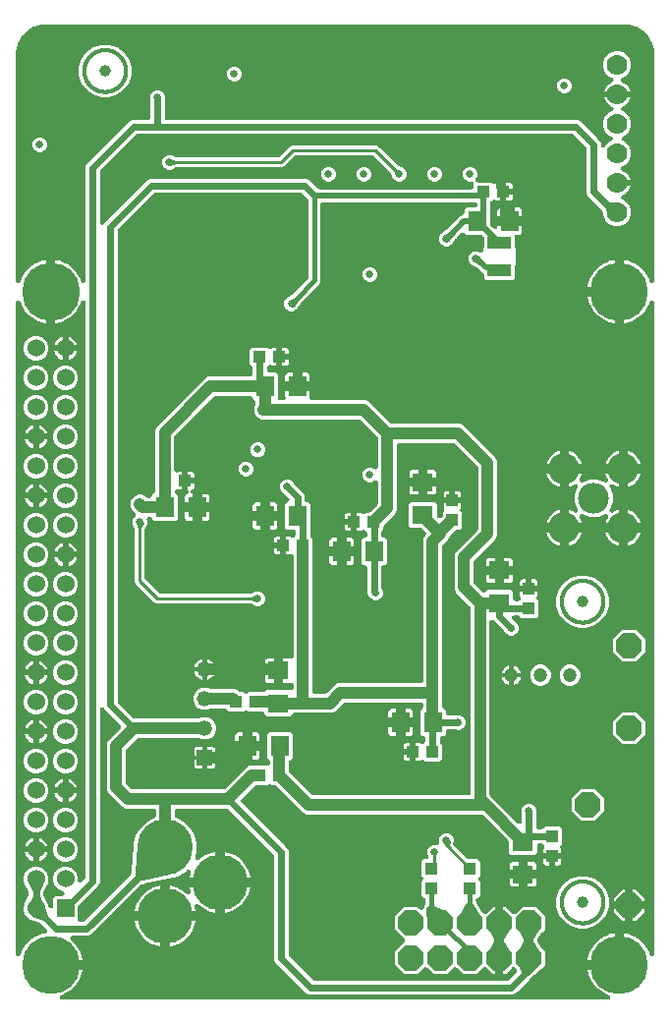
<source format=gbl>
G04 EAGLE Gerber RS-274X export*
G75*
%MOMM*%
%FSLAX34Y34*%
%LPD*%
%INBottom Copper*%
%IPPOS*%
%AMOC8*
5,1,8,0,0,1.08239X$1,22.5*%
G01*
%ADD10C,1.000000*%
%ADD11R,1.100000X1.000000*%
%ADD12C,4.800000*%
%ADD13R,1.000000X1.100000*%
%ADD14R,1.800000X1.600000*%
%ADD15R,1.600000X1.800000*%
%ADD16R,1.524000X1.524000*%
%ADD17C,1.524000*%
%ADD18C,5.000000*%
%ADD19P,2.336880X8X202.500000*%
%ADD20C,1.200000*%
%ADD21R,1.320800X1.320800*%
%ADD22C,1.320800*%
%ADD23C,1.778000*%
%ADD24R,2.000000X1.055600*%
%ADD25C,2.667000*%
%ADD26P,2.336880X8X292.500000*%
%ADD27P,2.336880X8X22.500000*%
%ADD28P,2.336880X8X112.500000*%
%ADD29C,1.016000*%
%ADD30C,0.650000*%
%ADD31C,0.508000*%
%ADD32C,0.406400*%
%ADD33C,0.812800*%
%ADD34C,0.254000*%
%ADD35C,0.609600*%
%ADD36C,1.219200*%
%ADD37C,0.300000*%

G36*
X515453Y5007D02*
X515453Y5007D01*
X515515Y5004D01*
X515653Y5027D01*
X515792Y5041D01*
X515851Y5059D01*
X515912Y5069D01*
X516043Y5118D01*
X516177Y5159D01*
X516231Y5188D01*
X516289Y5210D01*
X516408Y5284D01*
X516531Y5351D01*
X516579Y5390D01*
X516631Y5422D01*
X516733Y5519D01*
X516841Y5608D01*
X516879Y5656D01*
X516924Y5698D01*
X517005Y5813D01*
X517093Y5922D01*
X517121Y5977D01*
X517157Y6027D01*
X517214Y6155D01*
X517278Y6279D01*
X517295Y6338D01*
X517320Y6395D01*
X517351Y6531D01*
X517390Y6666D01*
X517395Y6728D01*
X517408Y6788D01*
X517411Y6928D01*
X517423Y7068D01*
X517415Y7129D01*
X517417Y7190D01*
X517392Y7328D01*
X517376Y7467D01*
X517357Y7526D01*
X517346Y7587D01*
X517294Y7717D01*
X517251Y7850D01*
X517221Y7904D01*
X517198Y7961D01*
X517122Y8079D01*
X517053Y8201D01*
X517013Y8247D01*
X516979Y8299D01*
X516881Y8399D01*
X516790Y8505D01*
X516741Y8543D01*
X516698Y8587D01*
X516582Y8666D01*
X516472Y8752D01*
X516417Y8780D01*
X516366Y8814D01*
X516186Y8894D01*
X516111Y8932D01*
X516089Y8938D01*
X516063Y8949D01*
X514444Y9516D01*
X511657Y10858D01*
X509038Y12503D01*
X506619Y14432D01*
X504432Y16619D01*
X502503Y19038D01*
X500858Y21657D01*
X499516Y24444D01*
X498494Y27364D01*
X497806Y30379D01*
X497743Y30937D01*
X522968Y30937D01*
X522986Y30939D01*
X523003Y30937D01*
X523186Y30958D01*
X523368Y30977D01*
X523386Y30982D01*
X523403Y30984D01*
X523578Y31041D01*
X523753Y31095D01*
X523769Y31103D01*
X523786Y31109D01*
X523946Y31199D01*
X524107Y31287D01*
X524121Y31298D01*
X524137Y31307D01*
X524276Y31427D01*
X524417Y31544D01*
X524428Y31558D01*
X524441Y31570D01*
X524554Y31715D01*
X524669Y31858D01*
X524677Y31874D01*
X524688Y31888D01*
X524770Y32053D01*
X524855Y32215D01*
X524859Y32232D01*
X524867Y32249D01*
X524915Y32427D01*
X524966Y32602D01*
X524967Y32620D01*
X524972Y32637D01*
X524999Y32968D01*
X524999Y35001D01*
X527032Y35001D01*
X527050Y35003D01*
X527067Y35001D01*
X527250Y35023D01*
X527433Y35041D01*
X527450Y35046D01*
X527467Y35048D01*
X527642Y35105D01*
X527817Y35159D01*
X527833Y35167D01*
X527850Y35173D01*
X528010Y35263D01*
X528172Y35351D01*
X528185Y35362D01*
X528201Y35371D01*
X528340Y35491D01*
X528481Y35608D01*
X528492Y35622D01*
X528505Y35634D01*
X528618Y35779D01*
X528733Y35922D01*
X528741Y35938D01*
X528752Y35952D01*
X528834Y36117D01*
X528919Y36280D01*
X528924Y36297D01*
X528932Y36313D01*
X528979Y36491D01*
X529030Y36666D01*
X529031Y36684D01*
X529036Y36701D01*
X529063Y37032D01*
X529063Y62257D01*
X529620Y62194D01*
X532636Y61506D01*
X535556Y60484D01*
X538343Y59142D01*
X540962Y57497D01*
X543381Y55568D01*
X545568Y53381D01*
X547497Y50962D01*
X549142Y48343D01*
X550484Y45556D01*
X551051Y43937D01*
X551077Y43882D01*
X551095Y43823D01*
X551161Y43700D01*
X551221Y43572D01*
X551257Y43523D01*
X551287Y43469D01*
X551376Y43361D01*
X551459Y43248D01*
X551505Y43207D01*
X551544Y43159D01*
X551653Y43072D01*
X551757Y42977D01*
X551810Y42946D01*
X551858Y42907D01*
X551982Y42843D01*
X552103Y42771D01*
X552161Y42750D01*
X552215Y42722D01*
X552350Y42683D01*
X552482Y42636D01*
X552543Y42627D01*
X552602Y42610D01*
X552742Y42599D01*
X552881Y42579D01*
X552942Y42582D01*
X553004Y42577D01*
X553143Y42594D01*
X553283Y42602D01*
X553342Y42617D01*
X553403Y42624D01*
X553537Y42668D01*
X553672Y42703D01*
X553728Y42730D01*
X553786Y42749D01*
X553908Y42818D01*
X554034Y42879D01*
X554083Y42917D01*
X554137Y42947D01*
X554243Y43039D01*
X554354Y43124D01*
X554395Y43170D01*
X554442Y43210D01*
X554527Y43321D01*
X554620Y43426D01*
X554651Y43480D01*
X554688Y43528D01*
X554751Y43654D01*
X554821Y43775D01*
X554840Y43834D01*
X554868Y43889D01*
X554904Y44024D01*
X554949Y44157D01*
X554956Y44218D01*
X554972Y44278D01*
X554988Y44474D01*
X554999Y44557D01*
X554997Y44580D01*
X554999Y44608D01*
X554999Y605392D01*
X554993Y605453D01*
X554996Y605514D01*
X554973Y605653D01*
X554959Y605792D01*
X554941Y605851D01*
X554932Y605912D01*
X554882Y606043D01*
X554841Y606177D01*
X554812Y606231D01*
X554790Y606289D01*
X554716Y606408D01*
X554649Y606531D01*
X554610Y606579D01*
X554578Y606631D01*
X554481Y606733D01*
X554392Y606840D01*
X554344Y606879D01*
X554302Y606924D01*
X554187Y607005D01*
X554078Y607093D01*
X554023Y607121D01*
X553973Y607157D01*
X553845Y607214D01*
X553721Y607278D01*
X553662Y607295D01*
X553605Y607320D01*
X553468Y607351D01*
X553334Y607390D01*
X553272Y607395D01*
X553212Y607408D01*
X553072Y607411D01*
X552932Y607423D01*
X552871Y607415D01*
X552810Y607417D01*
X552672Y607392D01*
X552533Y607376D01*
X552474Y607357D01*
X552413Y607346D01*
X552283Y607294D01*
X552150Y607251D01*
X552096Y607221D01*
X552039Y607198D01*
X551921Y607122D01*
X551799Y607053D01*
X551753Y607013D01*
X551701Y606979D01*
X551601Y606881D01*
X551495Y606790D01*
X551457Y606741D01*
X551413Y606698D01*
X551334Y606582D01*
X551248Y606472D01*
X551220Y606417D01*
X551186Y606366D01*
X551105Y606186D01*
X551068Y606111D01*
X551062Y606089D01*
X551051Y606063D01*
X550484Y604444D01*
X549142Y601657D01*
X547497Y599038D01*
X545568Y596619D01*
X543381Y594432D01*
X540962Y592503D01*
X538343Y590858D01*
X535556Y589516D01*
X532636Y588494D01*
X529621Y587806D01*
X529063Y587743D01*
X529063Y612968D01*
X529061Y612986D01*
X529063Y613003D01*
X529041Y613186D01*
X529023Y613368D01*
X529018Y613386D01*
X529016Y613403D01*
X528959Y613578D01*
X528905Y613753D01*
X528897Y613769D01*
X528891Y613786D01*
X528801Y613946D01*
X528713Y614107D01*
X528702Y614121D01*
X528693Y614137D01*
X528573Y614276D01*
X528456Y614417D01*
X528442Y614428D01*
X528430Y614441D01*
X528285Y614554D01*
X528142Y614669D01*
X528126Y614677D01*
X528112Y614688D01*
X527947Y614770D01*
X527785Y614855D01*
X527768Y614859D01*
X527751Y614867D01*
X527573Y614915D01*
X527398Y614966D01*
X527380Y614967D01*
X527363Y614972D01*
X527032Y614999D01*
X524999Y614999D01*
X524999Y615001D01*
X527032Y615001D01*
X527050Y615003D01*
X527067Y615001D01*
X527250Y615023D01*
X527433Y615041D01*
X527450Y615046D01*
X527467Y615048D01*
X527642Y615105D01*
X527817Y615159D01*
X527833Y615167D01*
X527850Y615173D01*
X528010Y615263D01*
X528172Y615351D01*
X528185Y615362D01*
X528201Y615371D01*
X528340Y615491D01*
X528481Y615608D01*
X528492Y615622D01*
X528505Y615634D01*
X528618Y615779D01*
X528733Y615922D01*
X528741Y615938D01*
X528752Y615952D01*
X528834Y616117D01*
X528919Y616280D01*
X528924Y616297D01*
X528932Y616313D01*
X528979Y616491D01*
X529030Y616666D01*
X529031Y616684D01*
X529036Y616701D01*
X529063Y617032D01*
X529063Y642257D01*
X529620Y642194D01*
X532636Y641506D01*
X535556Y640484D01*
X538343Y639142D01*
X540962Y637497D01*
X543381Y635568D01*
X545568Y633381D01*
X547497Y630962D01*
X549142Y628343D01*
X550484Y625556D01*
X551051Y623937D01*
X551077Y623882D01*
X551095Y623823D01*
X551162Y623699D01*
X551221Y623573D01*
X551257Y623523D01*
X551287Y623469D01*
X551376Y623361D01*
X551459Y623248D01*
X551505Y623207D01*
X551544Y623160D01*
X551654Y623072D01*
X551757Y622977D01*
X551810Y622946D01*
X551858Y622907D01*
X551982Y622843D01*
X552103Y622771D01*
X552161Y622750D01*
X552215Y622722D01*
X552350Y622683D01*
X552482Y622636D01*
X552543Y622627D01*
X552602Y622610D01*
X552742Y622599D01*
X552881Y622579D01*
X552942Y622582D01*
X553004Y622577D01*
X553143Y622594D01*
X553283Y622602D01*
X553342Y622617D01*
X553403Y622624D01*
X553537Y622668D01*
X553672Y622703D01*
X553728Y622730D01*
X553786Y622749D01*
X553908Y622818D01*
X554034Y622879D01*
X554083Y622917D01*
X554137Y622947D01*
X554243Y623039D01*
X554354Y623124D01*
X554395Y623170D01*
X554442Y623210D01*
X554527Y623321D01*
X554620Y623426D01*
X554651Y623480D01*
X554688Y623528D01*
X554751Y623654D01*
X554821Y623775D01*
X554840Y623834D01*
X554868Y623889D01*
X554904Y624024D01*
X554949Y624157D01*
X554956Y624218D01*
X554972Y624278D01*
X554988Y624474D01*
X554999Y624557D01*
X554997Y624580D01*
X554999Y624608D01*
X554999Y820000D01*
X554994Y820056D01*
X554995Y820133D01*
X554798Y823131D01*
X554793Y823164D01*
X554793Y823197D01*
X554734Y823524D01*
X553182Y829315D01*
X553146Y829409D01*
X553121Y829505D01*
X553068Y829617D01*
X553039Y829692D01*
X553010Y829738D01*
X552979Y829805D01*
X549981Y834998D01*
X549923Y835079D01*
X549873Y835165D01*
X549792Y835260D01*
X549746Y835325D01*
X549706Y835362D01*
X549658Y835418D01*
X545418Y839658D01*
X545341Y839721D01*
X545271Y839792D01*
X545169Y839863D01*
X545107Y839913D01*
X545059Y839939D01*
X544998Y839981D01*
X539805Y842979D01*
X539714Y843020D01*
X539628Y843070D01*
X539511Y843112D01*
X539438Y843145D01*
X539385Y843157D01*
X539315Y843182D01*
X533524Y844734D01*
X533491Y844739D01*
X533459Y844750D01*
X533131Y844798D01*
X530133Y844995D01*
X530076Y844993D01*
X530000Y844999D01*
X30000Y844999D01*
X29944Y844994D01*
X29867Y844995D01*
X26869Y844798D01*
X26836Y844793D01*
X26803Y844793D01*
X26476Y844734D01*
X20685Y843182D01*
X20591Y843146D01*
X20495Y843121D01*
X20383Y843068D01*
X20308Y843039D01*
X20262Y843010D01*
X20195Y842979D01*
X15002Y839981D01*
X14921Y839923D01*
X14835Y839873D01*
X14740Y839792D01*
X14675Y839746D01*
X14638Y839706D01*
X14582Y839658D01*
X10342Y835418D01*
X10279Y835341D01*
X10208Y835271D01*
X10137Y835169D01*
X10087Y835107D01*
X10061Y835059D01*
X10019Y834998D01*
X7021Y829805D01*
X6980Y829714D01*
X6930Y829628D01*
X6912Y829578D01*
X6894Y829542D01*
X6878Y829489D01*
X6855Y829438D01*
X6843Y829385D01*
X6818Y829315D01*
X5266Y823524D01*
X5261Y823491D01*
X5250Y823459D01*
X5202Y823131D01*
X5005Y820133D01*
X5007Y820076D01*
X5001Y820000D01*
X5001Y624608D01*
X5007Y624547D01*
X5004Y624486D01*
X5027Y624347D01*
X5041Y624208D01*
X5059Y624149D01*
X5068Y624088D01*
X5118Y623957D01*
X5159Y623823D01*
X5188Y623769D01*
X5210Y623711D01*
X5284Y623592D01*
X5351Y623469D01*
X5390Y623421D01*
X5422Y623369D01*
X5519Y623267D01*
X5608Y623160D01*
X5656Y623121D01*
X5698Y623076D01*
X5813Y622995D01*
X5922Y622907D01*
X5977Y622879D01*
X6027Y622843D01*
X6155Y622786D01*
X6279Y622722D01*
X6338Y622705D01*
X6395Y622680D01*
X6532Y622649D01*
X6666Y622610D01*
X6728Y622605D01*
X6788Y622592D01*
X6928Y622589D01*
X7068Y622577D01*
X7129Y622585D01*
X7190Y622583D01*
X7328Y622608D01*
X7467Y622624D01*
X7526Y622643D01*
X7587Y622654D01*
X7717Y622706D01*
X7850Y622749D01*
X7904Y622779D01*
X7961Y622802D01*
X8079Y622878D01*
X8201Y622947D01*
X8247Y622987D01*
X8299Y623021D01*
X8399Y623119D01*
X8505Y623210D01*
X8543Y623259D01*
X8587Y623302D01*
X8666Y623418D01*
X8752Y623528D01*
X8780Y623583D01*
X8814Y623634D01*
X8895Y623814D01*
X8932Y623889D01*
X8938Y623911D01*
X8949Y623937D01*
X9516Y625556D01*
X10858Y628343D01*
X12503Y630962D01*
X14432Y633381D01*
X16619Y635568D01*
X19038Y637497D01*
X21657Y639142D01*
X24444Y640484D01*
X27364Y641506D01*
X30380Y642194D01*
X30937Y642257D01*
X30937Y617032D01*
X30939Y617014D01*
X30937Y616997D01*
X30958Y616814D01*
X30977Y616632D01*
X30982Y616614D01*
X30984Y616597D01*
X31041Y616422D01*
X31095Y616247D01*
X31103Y616231D01*
X31109Y616214D01*
X31199Y616054D01*
X31287Y615893D01*
X31298Y615879D01*
X31307Y615863D01*
X31427Y615724D01*
X31544Y615583D01*
X31558Y615572D01*
X31570Y615559D01*
X31715Y615446D01*
X31858Y615331D01*
X31874Y615323D01*
X31888Y615312D01*
X32053Y615230D01*
X32215Y615145D01*
X32232Y615141D01*
X32249Y615133D01*
X32427Y615085D01*
X32602Y615034D01*
X32620Y615033D01*
X32637Y615028D01*
X32968Y615001D01*
X37032Y615001D01*
X37050Y615003D01*
X37067Y615001D01*
X37250Y615023D01*
X37433Y615041D01*
X37450Y615046D01*
X37467Y615048D01*
X37642Y615105D01*
X37817Y615159D01*
X37833Y615167D01*
X37850Y615173D01*
X38010Y615263D01*
X38172Y615351D01*
X38185Y615362D01*
X38201Y615371D01*
X38340Y615491D01*
X38481Y615608D01*
X38492Y615622D01*
X38505Y615634D01*
X38618Y615779D01*
X38733Y615922D01*
X38741Y615938D01*
X38752Y615952D01*
X38834Y616117D01*
X38919Y616280D01*
X38924Y616297D01*
X38932Y616313D01*
X38979Y616491D01*
X39030Y616666D01*
X39031Y616684D01*
X39036Y616701D01*
X39063Y617032D01*
X39063Y642257D01*
X39620Y642194D01*
X42636Y641506D01*
X45556Y640484D01*
X48343Y639142D01*
X50962Y637497D01*
X53381Y635568D01*
X55568Y633381D01*
X57497Y630962D01*
X59142Y628343D01*
X60484Y625556D01*
X61075Y623869D01*
X61101Y623813D01*
X61119Y623754D01*
X61186Y623631D01*
X61245Y623504D01*
X61281Y623454D01*
X61311Y623400D01*
X61400Y623292D01*
X61483Y623180D01*
X61529Y623138D01*
X61568Y623091D01*
X61678Y623003D01*
X61781Y622909D01*
X61834Y622877D01*
X61882Y622839D01*
X62006Y622774D01*
X62127Y622702D01*
X62185Y622681D01*
X62239Y622653D01*
X62374Y622614D01*
X62506Y622567D01*
X62567Y622559D01*
X62626Y622542D01*
X62766Y622530D01*
X62905Y622510D01*
X62966Y622514D01*
X63028Y622509D01*
X63167Y622525D01*
X63307Y622533D01*
X63366Y622549D01*
X63427Y622556D01*
X63561Y622599D01*
X63696Y622634D01*
X63752Y622661D01*
X63810Y622681D01*
X63932Y622749D01*
X64058Y622811D01*
X64107Y622848D01*
X64161Y622878D01*
X64267Y622970D01*
X64378Y623055D01*
X64419Y623101D01*
X64466Y623142D01*
X64551Y623252D01*
X64644Y623358D01*
X64675Y623411D01*
X64712Y623460D01*
X64775Y623585D01*
X64845Y623707D01*
X64864Y623765D01*
X64892Y623820D01*
X64928Y623956D01*
X64973Y624088D01*
X64980Y624150D01*
X64996Y624209D01*
X65012Y624405D01*
X65023Y624488D01*
X65021Y624511D01*
X65023Y624540D01*
X65023Y722573D01*
X65951Y724814D01*
X103226Y762089D01*
X105467Y763017D01*
X118872Y763017D01*
X118890Y763019D01*
X118908Y763017D01*
X119090Y763038D01*
X119273Y763057D01*
X119290Y763062D01*
X119307Y763064D01*
X119482Y763121D01*
X119658Y763175D01*
X119673Y763183D01*
X119690Y763189D01*
X119850Y763279D01*
X120012Y763367D01*
X120025Y763378D01*
X120041Y763387D01*
X120180Y763507D01*
X120321Y763624D01*
X120332Y763638D01*
X120346Y763650D01*
X120458Y763795D01*
X120573Y763938D01*
X120581Y763954D01*
X120592Y763968D01*
X120674Y764133D01*
X120759Y764295D01*
X120764Y764312D01*
X120772Y764328D01*
X120819Y764507D01*
X120870Y764682D01*
X120872Y764700D01*
X120876Y764717D01*
X120903Y765048D01*
X120903Y780175D01*
X120900Y780207D01*
X120902Y780238D01*
X120880Y780407D01*
X120863Y780576D01*
X120854Y780606D01*
X120850Y780637D01*
X120749Y780953D01*
X120701Y781067D01*
X120701Y783573D01*
X121660Y785888D01*
X123432Y787660D01*
X125747Y788619D01*
X128253Y788619D01*
X130568Y787660D01*
X132340Y785888D01*
X133299Y783573D01*
X133299Y781067D01*
X133251Y780953D01*
X133242Y780923D01*
X133228Y780895D01*
X133184Y780730D01*
X133135Y780567D01*
X133132Y780536D01*
X133124Y780506D01*
X133097Y780175D01*
X133097Y765048D01*
X133099Y765030D01*
X133097Y765012D01*
X133118Y764830D01*
X133137Y764647D01*
X133142Y764630D01*
X133144Y764613D01*
X133201Y764438D01*
X133255Y764262D01*
X133263Y764247D01*
X133269Y764230D01*
X133359Y764070D01*
X133447Y763908D01*
X133458Y763895D01*
X133467Y763879D01*
X133587Y763740D01*
X133704Y763599D01*
X133718Y763588D01*
X133730Y763574D01*
X133875Y763462D01*
X134018Y763347D01*
X134034Y763339D01*
X134048Y763328D01*
X134213Y763246D01*
X134375Y763161D01*
X134392Y763156D01*
X134408Y763148D01*
X134587Y763101D01*
X134762Y763050D01*
X134780Y763048D01*
X134797Y763044D01*
X135128Y763017D01*
X488893Y763017D01*
X491134Y762089D01*
X493134Y760088D01*
X506088Y747134D01*
X508089Y745134D01*
X509017Y742893D01*
X509017Y741131D01*
X509017Y741127D01*
X509017Y741122D01*
X509037Y740927D01*
X509057Y740730D01*
X509058Y740726D01*
X509058Y740722D01*
X509118Y740532D01*
X509175Y740346D01*
X509177Y740342D01*
X509178Y740337D01*
X509274Y740163D01*
X509367Y739992D01*
X509369Y739988D01*
X509372Y739984D01*
X509498Y739834D01*
X509624Y739682D01*
X509628Y739679D01*
X509631Y739676D01*
X509784Y739554D01*
X509938Y739430D01*
X509942Y739428D01*
X509946Y739425D01*
X510123Y739334D01*
X510295Y739244D01*
X510300Y739243D01*
X510304Y739241D01*
X510496Y739187D01*
X510682Y739133D01*
X510687Y739133D01*
X510691Y739131D01*
X510886Y739116D01*
X511084Y739100D01*
X511088Y739101D01*
X511092Y739100D01*
X511287Y739124D01*
X511483Y739147D01*
X511488Y739148D01*
X511492Y739149D01*
X511679Y739211D01*
X511866Y739272D01*
X511870Y739274D01*
X511874Y739276D01*
X512046Y739374D01*
X512217Y739470D01*
X512220Y739473D01*
X512224Y739475D01*
X512374Y739606D01*
X512521Y739733D01*
X512524Y739736D01*
X512528Y739739D01*
X512649Y739897D01*
X512768Y740051D01*
X512770Y740055D01*
X512773Y740059D01*
X512925Y740354D01*
X513119Y740823D01*
X516477Y744181D01*
X517328Y744534D01*
X517329Y744534D01*
X518173Y744883D01*
X518180Y744888D01*
X518189Y744890D01*
X518357Y744982D01*
X518527Y745074D01*
X518534Y745079D01*
X518542Y745084D01*
X518689Y745207D01*
X518838Y745330D01*
X518843Y745337D01*
X518850Y745343D01*
X518970Y745493D01*
X519092Y745643D01*
X519096Y745651D01*
X519101Y745657D01*
X519189Y745828D01*
X519279Y745999D01*
X519281Y746008D01*
X519285Y746016D01*
X519337Y746199D01*
X519392Y746385D01*
X519392Y746395D01*
X519395Y746403D01*
X519410Y746594D01*
X519426Y746787D01*
X519425Y746796D01*
X519426Y746804D01*
X519403Y746995D01*
X519381Y747187D01*
X519378Y747195D01*
X519377Y747204D01*
X519317Y747387D01*
X519258Y747570D01*
X519254Y747578D01*
X519251Y747586D01*
X519155Y747754D01*
X519062Y747921D01*
X519056Y747928D01*
X519051Y747936D01*
X518925Y748081D01*
X518800Y748227D01*
X518793Y748233D01*
X518787Y748240D01*
X518634Y748357D01*
X518483Y748476D01*
X518475Y748480D01*
X518468Y748485D01*
X518173Y748637D01*
X516477Y749339D01*
X513119Y752697D01*
X511301Y757085D01*
X511301Y761835D01*
X513119Y766223D01*
X516477Y769581D01*
X518789Y770539D01*
X518904Y770600D01*
X519023Y770654D01*
X519081Y770695D01*
X519144Y770729D01*
X519245Y770812D01*
X519351Y770888D01*
X519399Y770940D01*
X519454Y770985D01*
X519536Y771087D01*
X519626Y771182D01*
X519663Y771243D01*
X519708Y771298D01*
X519768Y771413D01*
X519837Y771525D01*
X519862Y771592D01*
X519895Y771654D01*
X519932Y771780D01*
X519977Y771903D01*
X519988Y771973D01*
X520008Y772041D01*
X520019Y772171D01*
X520040Y772300D01*
X520037Y772371D01*
X520043Y772442D01*
X520028Y772572D01*
X520022Y772703D01*
X520005Y772772D01*
X519997Y772842D01*
X519958Y772966D01*
X519926Y773094D01*
X519896Y773158D01*
X519874Y773225D01*
X519811Y773339D01*
X519755Y773458D01*
X519713Y773515D01*
X519678Y773577D01*
X519593Y773676D01*
X519515Y773781D01*
X519462Y773829D01*
X519416Y773883D01*
X519313Y773963D01*
X519216Y774051D01*
X519146Y774094D01*
X519099Y774131D01*
X519031Y774165D01*
X518934Y774225D01*
X517249Y775083D01*
X515793Y776141D01*
X514521Y777413D01*
X513464Y778869D01*
X512647Y780472D01*
X512091Y782183D01*
X512063Y782361D01*
X522772Y782361D01*
X522790Y782362D01*
X522807Y782361D01*
X522990Y782382D01*
X523172Y782401D01*
X523189Y782406D01*
X523207Y782408D01*
X523248Y782421D01*
X523342Y782394D01*
X523360Y782392D01*
X523377Y782388D01*
X523708Y782361D01*
X534417Y782361D01*
X534389Y782183D01*
X533833Y780472D01*
X533016Y778869D01*
X531959Y777413D01*
X530687Y776141D01*
X529231Y775083D01*
X527546Y774225D01*
X527436Y774155D01*
X527322Y774092D01*
X527267Y774046D01*
X527207Y774008D01*
X527113Y773917D01*
X527013Y773833D01*
X526969Y773777D01*
X526918Y773728D01*
X526844Y773620D01*
X526762Y773518D01*
X526730Y773455D01*
X526690Y773396D01*
X526638Y773276D01*
X526578Y773160D01*
X526559Y773092D01*
X526531Y773026D01*
X526504Y772898D01*
X526469Y772772D01*
X526463Y772702D01*
X526449Y772632D01*
X526448Y772501D01*
X526438Y772371D01*
X526446Y772300D01*
X526446Y772229D01*
X526471Y772101D01*
X526486Y771971D01*
X526509Y771904D01*
X526522Y771834D01*
X526572Y771713D01*
X526613Y771589D01*
X526648Y771527D01*
X526675Y771462D01*
X526748Y771353D01*
X526812Y771239D01*
X526859Y771186D01*
X526898Y771127D01*
X526991Y771034D01*
X527077Y770936D01*
X527133Y770892D01*
X527183Y770842D01*
X527292Y770770D01*
X527396Y770690D01*
X527469Y770653D01*
X527519Y770620D01*
X527589Y770591D01*
X527691Y770539D01*
X530003Y769581D01*
X533361Y766223D01*
X535179Y761835D01*
X535179Y757085D01*
X533361Y752697D01*
X530003Y749339D01*
X528307Y748637D01*
X528300Y748632D01*
X528291Y748630D01*
X528121Y748536D01*
X527953Y748446D01*
X527946Y748441D01*
X527938Y748436D01*
X527789Y748312D01*
X527642Y748190D01*
X527637Y748183D01*
X527630Y748177D01*
X527509Y748026D01*
X527388Y747877D01*
X527384Y747870D01*
X527379Y747862D01*
X527290Y747690D01*
X527201Y747521D01*
X527199Y747512D01*
X527195Y747504D01*
X527143Y747320D01*
X527088Y747134D01*
X527088Y747125D01*
X527085Y747117D01*
X527070Y746926D01*
X527054Y746733D01*
X527055Y746724D01*
X527054Y746716D01*
X527077Y746524D01*
X527099Y746333D01*
X527102Y746325D01*
X527103Y746316D01*
X527163Y746134D01*
X527222Y745950D01*
X527226Y745942D01*
X527229Y745934D01*
X527324Y745768D01*
X527418Y745598D01*
X527424Y745592D01*
X527429Y745584D01*
X527554Y745440D01*
X527680Y745293D01*
X527687Y745287D01*
X527693Y745280D01*
X527845Y745163D01*
X527997Y745044D01*
X528005Y745040D01*
X528012Y745035D01*
X528307Y744883D01*
X530003Y744181D01*
X533361Y740823D01*
X535179Y736435D01*
X535179Y731685D01*
X533361Y727297D01*
X530003Y723939D01*
X529922Y723905D01*
X529921Y723905D01*
X527691Y722981D01*
X527576Y722920D01*
X527457Y722866D01*
X527399Y722825D01*
X527336Y722791D01*
X527235Y722708D01*
X527129Y722632D01*
X527081Y722580D01*
X527026Y722535D01*
X526944Y722433D01*
X526854Y722338D01*
X526817Y722277D01*
X526772Y722222D01*
X526712Y722107D01*
X526643Y721995D01*
X526618Y721928D01*
X526585Y721866D01*
X526548Y721740D01*
X526503Y721617D01*
X526492Y721547D01*
X526472Y721479D01*
X526461Y721349D01*
X526440Y721220D01*
X526443Y721149D01*
X526437Y721078D01*
X526452Y720948D01*
X526458Y720817D01*
X526475Y720748D01*
X526483Y720678D01*
X526522Y720554D01*
X526554Y720426D01*
X526584Y720362D01*
X526606Y720295D01*
X526669Y720181D01*
X526725Y720062D01*
X526767Y720005D01*
X526802Y719943D01*
X526887Y719844D01*
X526965Y719739D01*
X527018Y719691D01*
X527064Y719637D01*
X527167Y719557D01*
X527264Y719469D01*
X527334Y719426D01*
X527381Y719389D01*
X527449Y719355D01*
X527546Y719295D01*
X529231Y718437D01*
X530687Y717379D01*
X531959Y716107D01*
X533016Y714651D01*
X533833Y713048D01*
X534389Y711337D01*
X534417Y711159D01*
X523708Y711159D01*
X523690Y711157D01*
X523673Y711159D01*
X523490Y711138D01*
X523308Y711119D01*
X523291Y711114D01*
X523273Y711112D01*
X523098Y711055D01*
X522923Y711001D01*
X522907Y710993D01*
X522890Y710987D01*
X522730Y710897D01*
X522569Y710809D01*
X522555Y710798D01*
X522539Y710789D01*
X522400Y710669D01*
X522259Y710552D01*
X522248Y710538D01*
X522235Y710526D01*
X522122Y710381D01*
X522007Y710238D01*
X521999Y710222D01*
X521988Y710208D01*
X521906Y710043D01*
X521822Y709881D01*
X521817Y709864D01*
X521809Y709848D01*
X521761Y709669D01*
X521710Y709494D01*
X521709Y709476D01*
X521704Y709459D01*
X521677Y709128D01*
X521677Y708192D01*
X521679Y708174D01*
X521677Y708156D01*
X521699Y707974D01*
X521717Y707791D01*
X521722Y707774D01*
X521724Y707757D01*
X521781Y707582D01*
X521835Y707406D01*
X521843Y707391D01*
X521849Y707374D01*
X521939Y707214D01*
X522027Y707052D01*
X522038Y707039D01*
X522047Y707023D01*
X522167Y706884D01*
X522285Y706743D01*
X522298Y706732D01*
X522310Y706718D01*
X522455Y706606D01*
X522598Y706491D01*
X522614Y706483D01*
X522628Y706472D01*
X522793Y706390D01*
X522956Y706305D01*
X522973Y706300D01*
X522989Y706292D01*
X523167Y706244D01*
X523342Y706194D01*
X523360Y706192D01*
X523377Y706188D01*
X523708Y706161D01*
X534417Y706161D01*
X534389Y705983D01*
X533833Y704272D01*
X533016Y702669D01*
X531959Y701213D01*
X530687Y699941D01*
X529231Y698883D01*
X527546Y698025D01*
X527436Y697955D01*
X527322Y697892D01*
X527267Y697846D01*
X527207Y697808D01*
X527113Y697717D01*
X527013Y697633D01*
X526969Y697577D01*
X526918Y697528D01*
X526844Y697420D01*
X526762Y697318D01*
X526730Y697255D01*
X526690Y697196D01*
X526638Y697076D01*
X526578Y696960D01*
X526559Y696892D01*
X526531Y696826D01*
X526504Y696698D01*
X526469Y696572D01*
X526463Y696502D01*
X526449Y696432D01*
X526448Y696301D01*
X526438Y696171D01*
X526446Y696100D01*
X526446Y696029D01*
X526471Y695901D01*
X526486Y695771D01*
X526509Y695704D01*
X526522Y695634D01*
X526572Y695513D01*
X526613Y695389D01*
X526648Y695327D01*
X526675Y695262D01*
X526748Y695153D01*
X526812Y695039D01*
X526859Y694986D01*
X526898Y694927D01*
X526991Y694834D01*
X527077Y694736D01*
X527133Y694692D01*
X527183Y694642D01*
X527292Y694570D01*
X527396Y694490D01*
X527469Y694453D01*
X527519Y694420D01*
X527589Y694391D01*
X527691Y694339D01*
X530003Y693381D01*
X533361Y690023D01*
X535179Y685635D01*
X535179Y680885D01*
X533361Y676497D01*
X530003Y673139D01*
X525615Y671321D01*
X520865Y671321D01*
X516477Y673139D01*
X513119Y676497D01*
X512626Y677686D01*
X512541Y677846D01*
X512458Y678007D01*
X512445Y678025D01*
X512436Y678041D01*
X512417Y678064D01*
X512111Y678923D01*
X512092Y678963D01*
X512074Y679019D01*
X511296Y680897D01*
X511283Y681027D01*
X511269Y681208D01*
X511263Y681230D01*
X511261Y681247D01*
X511239Y681321D01*
X511184Y681528D01*
X509885Y685175D01*
X509850Y685250D01*
X509823Y685328D01*
X509764Y685432D01*
X509713Y685539D01*
X509664Y685605D01*
X509622Y685677D01*
X509524Y685793D01*
X509473Y685862D01*
X509442Y685890D01*
X509408Y685930D01*
X497751Y697586D01*
X496823Y699827D01*
X496823Y738313D01*
X496823Y738317D01*
X496823Y738318D01*
X496822Y738324D01*
X496821Y738340D01*
X496823Y738367D01*
X496801Y738540D01*
X496783Y738714D01*
X496776Y738739D01*
X496772Y738766D01*
X496717Y738932D01*
X496665Y739099D01*
X496652Y739122D01*
X496644Y739148D01*
X496557Y739299D01*
X496473Y739453D01*
X496456Y739473D01*
X496443Y739497D01*
X496228Y739750D01*
X485750Y750228D01*
X485729Y750245D01*
X485711Y750266D01*
X485573Y750373D01*
X485438Y750483D01*
X485414Y750496D01*
X485393Y750512D01*
X485237Y750590D01*
X485082Y750672D01*
X485057Y750680D01*
X485033Y750692D01*
X484864Y750737D01*
X484696Y750787D01*
X484670Y750789D01*
X484644Y750796D01*
X484313Y750823D01*
X110047Y750823D01*
X110020Y750821D01*
X109993Y750823D01*
X109820Y750801D01*
X109646Y750783D01*
X109621Y750776D01*
X109594Y750772D01*
X109428Y750717D01*
X109261Y750665D01*
X109238Y750652D01*
X109212Y750644D01*
X109061Y750557D01*
X108907Y750473D01*
X108887Y750456D01*
X108863Y750443D01*
X108610Y750228D01*
X77812Y719430D01*
X77795Y719409D01*
X77774Y719391D01*
X77667Y719253D01*
X77557Y719118D01*
X77544Y719094D01*
X77528Y719073D01*
X77450Y718916D01*
X77368Y718762D01*
X77360Y718737D01*
X77348Y718713D01*
X77303Y718543D01*
X77253Y718376D01*
X77251Y718350D01*
X77244Y718324D01*
X77217Y717993D01*
X77217Y674629D01*
X77217Y674625D01*
X77217Y674620D01*
X77237Y674424D01*
X77257Y674229D01*
X77258Y674225D01*
X77258Y674220D01*
X77318Y674030D01*
X77375Y673844D01*
X77377Y673840D01*
X77378Y673836D01*
X77473Y673663D01*
X77567Y673490D01*
X77569Y673486D01*
X77572Y673482D01*
X77699Y673331D01*
X77824Y673181D01*
X77828Y673178D01*
X77831Y673174D01*
X77985Y673051D01*
X78138Y672928D01*
X78142Y672926D01*
X78146Y672923D01*
X78323Y672833D01*
X78495Y672743D01*
X78500Y672742D01*
X78504Y672739D01*
X78695Y672685D01*
X78882Y672631D01*
X78887Y672631D01*
X78891Y672630D01*
X79085Y672615D01*
X79284Y672599D01*
X79288Y672599D01*
X79293Y672599D01*
X79489Y672623D01*
X79683Y672645D01*
X79688Y672647D01*
X79692Y672647D01*
X79880Y672710D01*
X80066Y672770D01*
X80070Y672773D01*
X80074Y672774D01*
X80246Y672872D01*
X80417Y672968D01*
X80420Y672971D01*
X80424Y672973D01*
X80572Y673102D01*
X80721Y673231D01*
X80724Y673235D01*
X80728Y673238D01*
X80847Y673393D01*
X80968Y673549D01*
X80970Y673553D01*
X80973Y673557D01*
X81125Y673852D01*
X81191Y674014D01*
X83192Y676014D01*
X116466Y709288D01*
X118466Y711289D01*
X120707Y712217D01*
X255213Y712217D01*
X257454Y711289D01*
X259454Y709288D01*
X264938Y703804D01*
X264959Y703787D01*
X264977Y703766D01*
X265115Y703659D01*
X265250Y703549D01*
X265274Y703536D01*
X265295Y703520D01*
X265452Y703442D01*
X265606Y703360D01*
X265631Y703352D01*
X265655Y703340D01*
X265825Y703295D01*
X265992Y703245D01*
X266018Y703243D01*
X266044Y703236D01*
X266375Y703209D01*
X397480Y703209D01*
X397498Y703211D01*
X397516Y703209D01*
X397698Y703230D01*
X397881Y703249D01*
X397898Y703254D01*
X397915Y703256D01*
X398090Y703313D01*
X398266Y703367D01*
X398281Y703375D01*
X398298Y703381D01*
X398458Y703471D01*
X398620Y703559D01*
X398633Y703570D01*
X398649Y703579D01*
X398788Y703699D01*
X398929Y703816D01*
X398940Y703830D01*
X398954Y703842D01*
X399066Y703987D01*
X399181Y704130D01*
X399189Y704146D01*
X399200Y704160D01*
X399282Y704325D01*
X399367Y704487D01*
X399372Y704504D01*
X399380Y704520D01*
X399427Y704699D01*
X399478Y704874D01*
X399480Y704892D01*
X399484Y704909D01*
X399511Y705240D01*
X399511Y707950D01*
X399509Y707968D01*
X399511Y707986D01*
X399490Y708168D01*
X399471Y708351D01*
X399466Y708368D01*
X399464Y708385D01*
X399407Y708560D01*
X399353Y708736D01*
X399345Y708751D01*
X399339Y708768D01*
X399249Y708928D01*
X399161Y709090D01*
X399150Y709103D01*
X399141Y709119D01*
X399021Y709258D01*
X398904Y709399D01*
X398890Y709410D01*
X398878Y709424D01*
X398733Y709536D01*
X398590Y709651D01*
X398574Y709659D01*
X398560Y709670D01*
X398395Y709752D01*
X398233Y709837D01*
X398216Y709842D01*
X398200Y709850D01*
X398021Y709897D01*
X397846Y709948D01*
X397828Y709950D01*
X397811Y709954D01*
X397480Y709981D01*
X394987Y709981D01*
X392672Y710940D01*
X390900Y712712D01*
X389941Y715027D01*
X389941Y717533D01*
X390900Y719848D01*
X392672Y721620D01*
X394987Y722579D01*
X397493Y722579D01*
X399808Y721620D01*
X401580Y719848D01*
X402539Y717533D01*
X402539Y715027D01*
X401580Y712712D01*
X401424Y712556D01*
X401418Y712549D01*
X401412Y712544D01*
X401292Y712394D01*
X401169Y712245D01*
X401165Y712237D01*
X401159Y712230D01*
X401071Y712060D01*
X400980Y711889D01*
X400978Y711880D01*
X400974Y711873D01*
X400920Y711686D01*
X400866Y711503D01*
X400865Y711494D01*
X400862Y711486D01*
X400847Y711294D01*
X400829Y711102D01*
X400830Y711093D01*
X400829Y711084D01*
X400852Y710894D01*
X400873Y710702D01*
X400875Y710693D01*
X400876Y710685D01*
X400936Y710501D01*
X400994Y710318D01*
X400998Y710310D01*
X401001Y710302D01*
X401096Y710133D01*
X401189Y709966D01*
X401195Y709959D01*
X401199Y709951D01*
X401325Y709806D01*
X401449Y709659D01*
X401456Y709653D01*
X401462Y709646D01*
X401613Y709529D01*
X401765Y709409D01*
X401773Y709405D01*
X401780Y709400D01*
X401952Y709314D01*
X402124Y709227D01*
X402133Y709224D01*
X402141Y709220D01*
X402328Y709170D01*
X402512Y709119D01*
X402521Y709118D01*
X402530Y709116D01*
X402860Y709089D01*
X414823Y709089D01*
X415527Y708384D01*
X415537Y708376D01*
X415542Y708371D01*
X415578Y708343D01*
X415647Y708286D01*
X415763Y708182D01*
X415803Y708158D01*
X415839Y708129D01*
X415976Y708056D01*
X416110Y707977D01*
X416154Y707962D01*
X416195Y707940D01*
X416343Y707896D01*
X416490Y707845D01*
X416536Y707839D01*
X416581Y707826D01*
X416735Y707812D01*
X416889Y707790D01*
X416935Y707793D01*
X416982Y707789D01*
X417136Y707806D01*
X417290Y707816D01*
X417335Y707828D01*
X417382Y707833D01*
X417530Y707879D01*
X417679Y707919D01*
X417727Y707942D01*
X417766Y707954D01*
X417842Y707996D01*
X417979Y708061D01*
X418579Y708408D01*
X419225Y708581D01*
X422561Y708581D01*
X422561Y701508D01*
X422562Y701490D01*
X422561Y701473D01*
X422582Y701290D01*
X422601Y701108D01*
X422606Y701091D01*
X422608Y701073D01*
X422621Y701032D01*
X422594Y700938D01*
X422592Y700920D01*
X422588Y700903D01*
X422561Y700572D01*
X422561Y693499D01*
X419225Y693499D01*
X418579Y693672D01*
X417979Y694019D01*
X417838Y694083D01*
X417700Y694153D01*
X417655Y694165D01*
X417613Y694185D01*
X417461Y694219D01*
X417312Y694261D01*
X417265Y694264D01*
X417220Y694275D01*
X417065Y694279D01*
X416910Y694290D01*
X416864Y694284D01*
X416818Y694286D01*
X416665Y694259D01*
X416511Y694240D01*
X416467Y694225D01*
X416421Y694217D01*
X416276Y694161D01*
X416129Y694112D01*
X416089Y694088D01*
X416046Y694071D01*
X415915Y693988D01*
X415780Y693911D01*
X415740Y693877D01*
X415706Y693855D01*
X415644Y693795D01*
X415527Y693696D01*
X414244Y692412D01*
X414227Y692391D01*
X414206Y692374D01*
X414100Y692236D01*
X413989Y692101D01*
X413976Y692077D01*
X413960Y692056D01*
X413882Y691900D01*
X413800Y691745D01*
X413792Y691719D01*
X413780Y691695D01*
X413735Y691526D01*
X413685Y691359D01*
X413683Y691332D01*
X413676Y691307D01*
X413649Y690976D01*
X413649Y679926D01*
X413647Y679920D01*
X413644Y679889D01*
X413636Y679858D01*
X413609Y679528D01*
X413609Y673336D01*
X413611Y673310D01*
X413609Y673283D01*
X413631Y673109D01*
X413649Y672936D01*
X413656Y672910D01*
X413660Y672884D01*
X413715Y672718D01*
X413767Y672551D01*
X413780Y672527D01*
X413788Y672502D01*
X413875Y672350D01*
X413959Y672197D01*
X413976Y672176D01*
X413989Y672153D01*
X414204Y671900D01*
X416552Y669552D01*
X416559Y669546D01*
X416564Y669539D01*
X416714Y669419D01*
X416863Y669297D01*
X416871Y669293D01*
X416878Y669287D01*
X417049Y669198D01*
X417219Y669108D01*
X417227Y669106D01*
X417235Y669102D01*
X417421Y669048D01*
X417605Y668993D01*
X417614Y668993D01*
X417622Y668990D01*
X417814Y668975D01*
X418006Y668957D01*
X418015Y668958D01*
X418024Y668957D01*
X418213Y668980D01*
X418406Y669000D01*
X418415Y669003D01*
X418423Y669004D01*
X418605Y669064D01*
X418790Y669122D01*
X418798Y669126D01*
X418806Y669129D01*
X418975Y669224D01*
X419142Y669317D01*
X419149Y669323D01*
X419157Y669327D01*
X419303Y669453D01*
X419449Y669577D01*
X419455Y669584D01*
X419462Y669590D01*
X419579Y669742D01*
X419699Y669893D01*
X419703Y669901D01*
X419708Y669908D01*
X419794Y670080D01*
X419881Y670252D01*
X419884Y670261D01*
X419888Y670269D01*
X419938Y670455D01*
X419989Y670640D01*
X419990Y670649D01*
X419992Y670658D01*
X420019Y670988D01*
X420019Y671641D01*
X428592Y671641D01*
X428610Y671642D01*
X428627Y671641D01*
X428810Y671662D01*
X428992Y671681D01*
X429009Y671686D01*
X429027Y671688D01*
X429202Y671745D01*
X429377Y671799D01*
X429393Y671807D01*
X429410Y671813D01*
X429570Y671903D01*
X429731Y671990D01*
X429745Y672002D01*
X429761Y672011D01*
X429900Y672131D01*
X430041Y672248D01*
X430052Y672262D01*
X430065Y672274D01*
X430178Y672419D01*
X430293Y672562D01*
X430301Y672578D01*
X430312Y672592D01*
X430394Y672757D01*
X430478Y672919D01*
X430483Y672936D01*
X430491Y672952D01*
X430539Y673131D01*
X430558Y673195D01*
X430601Y673062D01*
X430655Y672886D01*
X430663Y672871D01*
X430669Y672854D01*
X430759Y672694D01*
X430847Y672532D01*
X430858Y672519D01*
X430867Y672503D01*
X430987Y672364D01*
X431105Y672223D01*
X431118Y672212D01*
X431130Y672198D01*
X431275Y672086D01*
X431418Y671971D01*
X431434Y671963D01*
X431448Y671952D01*
X431613Y671870D01*
X431776Y671785D01*
X431793Y671780D01*
X431809Y671772D01*
X431987Y671724D01*
X432162Y671674D01*
X432180Y671672D01*
X432197Y671668D01*
X432528Y671641D01*
X441101Y671641D01*
X441101Y666305D01*
X440928Y665659D01*
X440593Y665080D01*
X440120Y664607D01*
X439541Y664272D01*
X438895Y664099D01*
X436720Y664099D01*
X436702Y664097D01*
X436684Y664099D01*
X436502Y664078D01*
X436319Y664059D01*
X436302Y664054D01*
X436285Y664052D01*
X436110Y663995D01*
X435934Y663941D01*
X435919Y663933D01*
X435902Y663927D01*
X435742Y663837D01*
X435580Y663749D01*
X435567Y663738D01*
X435551Y663729D01*
X435412Y663609D01*
X435271Y663492D01*
X435260Y663478D01*
X435246Y663466D01*
X435134Y663321D01*
X435019Y663178D01*
X435011Y663162D01*
X435000Y663148D01*
X434918Y662983D01*
X434833Y662821D01*
X434828Y662804D01*
X434820Y662788D01*
X434773Y662609D01*
X434722Y662434D01*
X434720Y662416D01*
X434716Y662399D01*
X434689Y662068D01*
X434689Y654334D01*
X434691Y654307D01*
X434689Y654281D01*
X434711Y654107D01*
X434729Y653933D01*
X434736Y653908D01*
X434740Y653881D01*
X434795Y653715D01*
X434847Y653548D01*
X434860Y653525D01*
X434868Y653499D01*
X434955Y653348D01*
X435039Y653194D01*
X435056Y653174D01*
X435069Y653151D01*
X435284Y652898D01*
X435451Y652730D01*
X435451Y637590D01*
X435284Y637422D01*
X435267Y637402D01*
X435246Y637384D01*
X435139Y637246D01*
X435029Y637111D01*
X435016Y637087D01*
X435000Y637066D01*
X434922Y636909D01*
X434840Y636755D01*
X434832Y636730D01*
X434820Y636706D01*
X434775Y636536D01*
X434725Y636369D01*
X434723Y636343D01*
X434716Y636317D01*
X434689Y635986D01*
X434689Y626841D01*
X432903Y625055D01*
X410377Y625055D01*
X408591Y626841D01*
X408591Y629156D01*
X408589Y629178D01*
X408591Y629200D01*
X408569Y629378D01*
X408551Y629556D01*
X408545Y629578D01*
X408542Y629600D01*
X408486Y629770D01*
X408433Y629941D01*
X408423Y629961D01*
X408416Y629982D01*
X408327Y630138D01*
X408241Y630295D01*
X408227Y630312D01*
X408216Y630332D01*
X408098Y630467D01*
X407984Y630605D01*
X407966Y630619D01*
X407952Y630635D01*
X407809Y630745D01*
X407670Y630857D01*
X407650Y630867D01*
X407633Y630881D01*
X407337Y631032D01*
X407106Y631128D01*
X402589Y635646D01*
X402463Y635749D01*
X402341Y635856D01*
X402304Y635879D01*
X402278Y635901D01*
X402201Y635941D01*
X402057Y636028D01*
X399871Y637116D01*
X398771Y637663D01*
X398716Y637684D01*
X398644Y637721D01*
X397718Y638104D01*
X397702Y638117D01*
X397581Y638225D01*
X397563Y638236D01*
X397313Y638522D01*
X397270Y638563D01*
X397217Y638625D01*
X395980Y639862D01*
X395021Y642177D01*
X395021Y644683D01*
X395980Y646998D01*
X397752Y648770D01*
X398465Y649065D01*
X400067Y649729D01*
X402573Y649729D01*
X404482Y648938D01*
X404526Y648925D01*
X404581Y648900D01*
X404952Y648769D01*
X405045Y648720D01*
X405087Y648708D01*
X405127Y648690D01*
X405281Y648652D01*
X405432Y648609D01*
X405476Y648605D01*
X405518Y648595D01*
X405676Y648589D01*
X405834Y648576D01*
X405877Y648581D01*
X405921Y648579D01*
X406076Y648604D01*
X406233Y648623D01*
X406275Y648636D01*
X406318Y648643D01*
X406466Y648699D01*
X406616Y648748D01*
X406654Y648769D01*
X406695Y648785D01*
X406829Y648868D01*
X406967Y648946D01*
X407000Y648974D01*
X407037Y648997D01*
X407152Y649106D01*
X407272Y649209D01*
X407298Y649243D01*
X407330Y649273D01*
X407422Y649402D01*
X407518Y649527D01*
X407538Y649566D01*
X407563Y649602D01*
X407627Y649746D01*
X407698Y649887D01*
X407709Y649930D01*
X407727Y649970D01*
X407761Y650123D01*
X407802Y650276D01*
X407806Y650325D01*
X407815Y650363D01*
X407816Y650449D01*
X407829Y650607D01*
X407829Y652730D01*
X407996Y652898D01*
X408013Y652918D01*
X408034Y652936D01*
X408141Y653074D01*
X408251Y653209D01*
X408264Y653233D01*
X408280Y653254D01*
X408358Y653411D01*
X408440Y653565D01*
X408448Y653590D01*
X408460Y653614D01*
X408505Y653784D01*
X408555Y653951D01*
X408557Y653977D01*
X408564Y654003D01*
X408591Y654334D01*
X408591Y660864D01*
X408589Y660890D01*
X408591Y660917D01*
X408569Y661091D01*
X408551Y661264D01*
X408544Y661290D01*
X408540Y661316D01*
X408485Y661482D01*
X408433Y661649D01*
X408420Y661673D01*
X408412Y661698D01*
X408325Y661850D01*
X408241Y662003D01*
X408224Y662024D01*
X408211Y662047D01*
X407996Y662300D01*
X407300Y662996D01*
X407279Y663013D01*
X407262Y663034D01*
X407124Y663140D01*
X406989Y663251D01*
X406965Y663264D01*
X406944Y663280D01*
X406788Y663358D01*
X406633Y663440D01*
X406607Y663448D01*
X406583Y663460D01*
X406414Y663505D01*
X406247Y663555D01*
X406220Y663557D01*
X406194Y663564D01*
X405864Y663591D01*
X393297Y663591D01*
X391592Y665296D01*
X391578Y665307D01*
X391567Y665321D01*
X391423Y665435D01*
X391281Y665551D01*
X391265Y665559D01*
X391251Y665571D01*
X391087Y665654D01*
X390925Y665740D01*
X390908Y665745D01*
X390892Y665753D01*
X390715Y665802D01*
X390539Y665855D01*
X390521Y665856D01*
X390504Y665861D01*
X390321Y665874D01*
X390138Y665891D01*
X390121Y665889D01*
X390103Y665890D01*
X389921Y665867D01*
X389738Y665848D01*
X389721Y665842D01*
X389703Y665840D01*
X389529Y665782D01*
X389354Y665726D01*
X389338Y665717D01*
X389322Y665712D01*
X389162Y665620D01*
X389002Y665531D01*
X388988Y665520D01*
X388973Y665511D01*
X388720Y665296D01*
X384656Y661232D01*
X384281Y660857D01*
X384220Y660783D01*
X384153Y660716D01*
X384077Y660609D01*
X384025Y660545D01*
X384001Y660500D01*
X383962Y660444D01*
X383899Y660335D01*
X383842Y660292D01*
X383761Y660217D01*
X383675Y660150D01*
X383601Y660068D01*
X383547Y660017D01*
X383510Y659967D01*
X383453Y659903D01*
X381852Y657796D01*
X381852Y657795D01*
X381587Y657446D01*
X381537Y657365D01*
X381479Y657290D01*
X381419Y657173D01*
X381376Y657103D01*
X381358Y657056D01*
X381327Y656995D01*
X381260Y656832D01*
X380774Y656346D01*
X380720Y656281D01*
X380593Y656139D01*
X380263Y655704D01*
X380175Y655653D01*
X380098Y655597D01*
X380016Y655550D01*
X379916Y655465D01*
X379849Y655417D01*
X379815Y655379D01*
X379763Y655335D01*
X379488Y655060D01*
X378484Y654644D01*
X378410Y654605D01*
X378280Y654543D01*
X378203Y654524D01*
X378156Y654503D01*
X378091Y654482D01*
X377173Y654101D01*
X374667Y654101D01*
X372352Y655060D01*
X370580Y656832D01*
X369621Y659147D01*
X369621Y661653D01*
X370002Y662571D01*
X370029Y662662D01*
X370066Y662750D01*
X370075Y662789D01*
X370077Y662794D01*
X370164Y662964D01*
X370580Y663968D01*
X370855Y664243D01*
X370915Y664316D01*
X370983Y664383D01*
X371058Y664491D01*
X371110Y664554D01*
X371134Y664599D01*
X371173Y664655D01*
X371224Y664743D01*
X371659Y665073D01*
X371721Y665130D01*
X371866Y665254D01*
X372352Y665740D01*
X372515Y665807D01*
X372599Y665852D01*
X372687Y665888D01*
X372797Y665959D01*
X372870Y665997D01*
X372909Y666030D01*
X372966Y666067D01*
X373315Y666331D01*
X373316Y666332D01*
X375423Y667933D01*
X375503Y668008D01*
X375590Y668075D01*
X375664Y668157D01*
X375718Y668207D01*
X375754Y668257D01*
X375812Y668322D01*
X375855Y668379D01*
X375964Y668442D01*
X376041Y668498D01*
X376124Y668546D01*
X376224Y668631D01*
X376290Y668679D01*
X376325Y668717D01*
X376377Y668761D01*
X376752Y669136D01*
X387994Y680378D01*
X390257Y681315D01*
X390277Y681326D01*
X390298Y681333D01*
X390455Y681421D01*
X390612Y681506D01*
X390629Y681520D01*
X390649Y681531D01*
X390785Y681648D01*
X390923Y681762D01*
X390937Y681779D01*
X390954Y681794D01*
X391063Y681935D01*
X391176Y682075D01*
X391187Y682094D01*
X391200Y682112D01*
X391280Y682273D01*
X391363Y682431D01*
X391370Y682452D01*
X391380Y682472D01*
X391426Y682646D01*
X391476Y682817D01*
X391478Y682840D01*
X391484Y682861D01*
X391511Y683192D01*
X391511Y685903D01*
X393297Y687689D01*
X400440Y687689D01*
X400458Y687691D01*
X400476Y687689D01*
X400658Y687710D01*
X400841Y687729D01*
X400858Y687734D01*
X400875Y687736D01*
X401050Y687793D01*
X401226Y687847D01*
X401241Y687855D01*
X401258Y687861D01*
X401418Y687951D01*
X401580Y688039D01*
X401593Y688050D01*
X401609Y688059D01*
X401748Y688179D01*
X401889Y688296D01*
X401900Y688310D01*
X401914Y688322D01*
X402026Y688467D01*
X402141Y688610D01*
X402149Y688626D01*
X402160Y688640D01*
X402242Y688805D01*
X402327Y688967D01*
X402332Y688984D01*
X402340Y689000D01*
X402387Y689179D01*
X402438Y689354D01*
X402440Y689372D01*
X402444Y689389D01*
X402471Y689720D01*
X402471Y690000D01*
X402469Y690018D01*
X402471Y690036D01*
X402450Y690218D01*
X402431Y690401D01*
X402426Y690418D01*
X402424Y690435D01*
X402367Y690610D01*
X402313Y690786D01*
X402305Y690801D01*
X402299Y690818D01*
X402209Y690978D01*
X402121Y691140D01*
X402110Y691153D01*
X402101Y691169D01*
X401981Y691308D01*
X401864Y691449D01*
X401850Y691460D01*
X401838Y691474D01*
X401693Y691586D01*
X401550Y691701D01*
X401534Y691709D01*
X401520Y691720D01*
X401355Y691802D01*
X401193Y691887D01*
X401176Y691892D01*
X401160Y691900D01*
X400981Y691947D01*
X400806Y691998D01*
X400788Y692000D01*
X400771Y692004D01*
X400440Y692031D01*
X269612Y692031D01*
X269594Y692029D01*
X269576Y692031D01*
X269394Y692010D01*
X269211Y691991D01*
X269194Y691986D01*
X269177Y691984D01*
X269002Y691927D01*
X268826Y691873D01*
X268811Y691865D01*
X268794Y691859D01*
X268634Y691769D01*
X268472Y691681D01*
X268459Y691670D01*
X268443Y691661D01*
X268304Y691541D01*
X268163Y691424D01*
X268152Y691410D01*
X268138Y691398D01*
X268026Y691253D01*
X267911Y691110D01*
X267903Y691094D01*
X267892Y691080D01*
X267810Y690915D01*
X267725Y690753D01*
X267720Y690736D01*
X267712Y690720D01*
X267665Y690541D01*
X267614Y690366D01*
X267612Y690348D01*
X267608Y690331D01*
X267581Y690000D01*
X267581Y623629D01*
X266807Y621762D01*
X265092Y620047D01*
X250276Y605231D01*
X250231Y605175D01*
X250179Y605126D01*
X250077Y604987D01*
X250021Y604920D01*
X250006Y604892D01*
X249982Y604859D01*
X248487Y602426D01*
X248486Y602426D01*
X248092Y601785D01*
X248077Y601753D01*
X247946Y601498D01*
X247720Y600952D01*
X247527Y600759D01*
X247481Y600703D01*
X247429Y600654D01*
X247327Y600515D01*
X247272Y600447D01*
X247257Y600419D01*
X247233Y600386D01*
X247216Y600360D01*
X247026Y600222D01*
X246999Y600198D01*
X246781Y600013D01*
X245948Y599180D01*
X243633Y598221D01*
X241127Y598221D01*
X238812Y599180D01*
X237040Y600952D01*
X236081Y603267D01*
X236081Y605773D01*
X237040Y608088D01*
X237873Y608921D01*
X237896Y608948D01*
X238082Y609166D01*
X238220Y609356D01*
X238246Y609373D01*
X238304Y609416D01*
X238366Y609452D01*
X238497Y609563D01*
X238567Y609616D01*
X238588Y609640D01*
X238619Y609667D01*
X238812Y609860D01*
X239358Y610086D01*
X239389Y610103D01*
X239645Y610232D01*
X240286Y610626D01*
X240286Y610627D01*
X242719Y612122D01*
X242776Y612166D01*
X242838Y612202D01*
X242970Y612314D01*
X243039Y612366D01*
X243060Y612390D01*
X243091Y612416D01*
X256824Y626150D01*
X256841Y626170D01*
X256862Y626188D01*
X256969Y626326D01*
X257079Y626461D01*
X257092Y626485D01*
X257108Y626506D01*
X257186Y626663D01*
X257268Y626817D01*
X257276Y626842D01*
X257288Y626866D01*
X257333Y627036D01*
X257383Y627203D01*
X257385Y627229D01*
X257392Y627255D01*
X257419Y627586D01*
X257419Y693237D01*
X257417Y693264D01*
X257419Y693291D01*
X257397Y693465D01*
X257379Y693638D01*
X257372Y693663D01*
X257368Y693690D01*
X257313Y693856D01*
X257261Y694023D01*
X257248Y694046D01*
X257240Y694072D01*
X257153Y694223D01*
X257069Y694377D01*
X257052Y694397D01*
X257039Y694421D01*
X256824Y694674D01*
X252070Y699428D01*
X252049Y699445D01*
X252031Y699466D01*
X251893Y699573D01*
X251758Y699683D01*
X251734Y699696D01*
X251713Y699712D01*
X251556Y699790D01*
X251402Y699872D01*
X251377Y699880D01*
X251353Y699892D01*
X251183Y699937D01*
X251016Y699987D01*
X250990Y699989D01*
X250964Y699996D01*
X250633Y700023D01*
X125287Y700023D01*
X125260Y700021D01*
X125233Y700023D01*
X125060Y700001D01*
X124886Y699983D01*
X124861Y699976D01*
X124834Y699972D01*
X124668Y699917D01*
X124501Y699865D01*
X124478Y699852D01*
X124452Y699844D01*
X124301Y699757D01*
X124147Y699673D01*
X124127Y699656D01*
X124103Y699643D01*
X123850Y699428D01*
X93052Y668630D01*
X93035Y668609D01*
X93014Y668591D01*
X92907Y668453D01*
X92797Y668318D01*
X92784Y668294D01*
X92768Y668273D01*
X92690Y668116D01*
X92608Y667962D01*
X92602Y667942D01*
X92601Y667941D01*
X92600Y667936D01*
X92588Y667913D01*
X92543Y667743D01*
X92493Y667576D01*
X92492Y667560D01*
X92490Y667554D01*
X92489Y667543D01*
X92484Y667524D01*
X92457Y667193D01*
X92457Y262447D01*
X92459Y262420D01*
X92457Y262393D01*
X92479Y262220D01*
X92497Y262046D01*
X92504Y262021D01*
X92508Y261994D01*
X92563Y261828D01*
X92615Y261661D01*
X92628Y261638D01*
X92636Y261612D01*
X92723Y261461D01*
X92807Y261307D01*
X92824Y261287D01*
X92837Y261263D01*
X93052Y261010D01*
X106578Y247484D01*
X106599Y247467D01*
X106617Y247446D01*
X106755Y247339D01*
X106890Y247229D01*
X106914Y247216D01*
X106935Y247200D01*
X107091Y247122D01*
X107246Y247040D01*
X107271Y247032D01*
X107295Y247020D01*
X107464Y246975D01*
X107632Y246925D01*
X107658Y246923D01*
X107684Y246916D01*
X108015Y246889D01*
X161637Y246889D01*
X161668Y246892D01*
X161699Y246890D01*
X161868Y246912D01*
X162037Y246929D01*
X162067Y246938D01*
X162098Y246942D01*
X162414Y247043D01*
X165720Y248413D01*
X169560Y248413D01*
X173108Y246943D01*
X175823Y244228D01*
X177293Y240680D01*
X177293Y236840D01*
X175823Y233292D01*
X173108Y230577D01*
X169560Y229107D01*
X165720Y229107D01*
X162414Y230477D01*
X162384Y230486D01*
X162356Y230500D01*
X162191Y230544D01*
X162029Y230593D01*
X161998Y230596D01*
X161967Y230604D01*
X161637Y230631D01*
X110888Y230631D01*
X110862Y230629D01*
X110835Y230631D01*
X110661Y230609D01*
X110488Y230591D01*
X110462Y230584D01*
X110436Y230580D01*
X110270Y230525D01*
X110103Y230473D01*
X110079Y230460D01*
X110054Y230452D01*
X109902Y230365D01*
X109749Y230281D01*
X109728Y230264D01*
X109705Y230251D01*
X109452Y230036D01*
X100164Y220748D01*
X100147Y220727D01*
X100126Y220710D01*
X100019Y220572D01*
X99909Y220436D01*
X99896Y220413D01*
X99880Y220392D01*
X99802Y220235D01*
X99720Y220081D01*
X99712Y220055D01*
X99700Y220031D01*
X99655Y219862D01*
X99605Y219695D01*
X99603Y219668D01*
X99596Y219642D01*
X99569Y219312D01*
X99569Y192168D01*
X99571Y192142D01*
X99569Y192115D01*
X99591Y191941D01*
X99609Y191768D01*
X99616Y191742D01*
X99620Y191716D01*
X99675Y191550D01*
X99727Y191383D01*
X99740Y191359D01*
X99748Y191334D01*
X99835Y191182D01*
X99919Y191029D01*
X99936Y191008D01*
X99949Y190985D01*
X100164Y190732D01*
X104372Y186524D01*
X104393Y186507D01*
X104410Y186486D01*
X104548Y186379D01*
X104684Y186269D01*
X104707Y186256D01*
X104728Y186240D01*
X104885Y186162D01*
X105039Y186080D01*
X105065Y186072D01*
X105089Y186060D01*
X105258Y186015D01*
X105425Y185965D01*
X105452Y185963D01*
X105478Y185956D01*
X105808Y185929D01*
X183752Y185929D01*
X183778Y185931D01*
X183805Y185929D01*
X183979Y185951D01*
X184152Y185969D01*
X184178Y185976D01*
X184204Y185980D01*
X184370Y186035D01*
X184537Y186087D01*
X184561Y186100D01*
X184586Y186108D01*
X184738Y186195D01*
X184891Y186279D01*
X184912Y186296D01*
X184935Y186309D01*
X185188Y186524D01*
X203675Y205011D01*
X206663Y206249D01*
X207496Y206249D01*
X207522Y206251D01*
X207549Y206249D01*
X207723Y206271D01*
X207896Y206289D01*
X207922Y206296D01*
X207949Y206300D01*
X208114Y206355D01*
X208281Y206407D01*
X208305Y206420D01*
X208330Y206428D01*
X208482Y206515D01*
X208635Y206599D01*
X208656Y206616D01*
X208679Y206629D01*
X208726Y206669D01*
X221860Y206669D01*
X221878Y206671D01*
X221896Y206669D01*
X222078Y206690D01*
X222261Y206709D01*
X222278Y206714D01*
X222295Y206716D01*
X222470Y206773D01*
X222646Y206827D01*
X222661Y206835D01*
X222678Y206841D01*
X222838Y206931D01*
X223000Y207019D01*
X223013Y207030D01*
X223029Y207039D01*
X223168Y207159D01*
X223309Y207276D01*
X223320Y207290D01*
X223334Y207302D01*
X223446Y207447D01*
X223561Y207590D01*
X223569Y207606D01*
X223580Y207620D01*
X223662Y207785D01*
X223747Y207947D01*
X223752Y207964D01*
X223760Y207980D01*
X223807Y208159D01*
X223858Y208334D01*
X223860Y208352D01*
X223864Y208369D01*
X223891Y208700D01*
X223891Y209916D01*
X223889Y209942D01*
X223891Y209969D01*
X223869Y210143D01*
X223851Y210316D01*
X223844Y210342D01*
X223840Y210369D01*
X223785Y210534D01*
X223733Y210701D01*
X223720Y210725D01*
X223712Y210750D01*
X223625Y210902D01*
X223541Y211055D01*
X223524Y211076D01*
X223511Y211099D01*
X223296Y211352D01*
X221391Y213257D01*
X221391Y233783D01*
X223177Y235569D01*
X241703Y235569D01*
X243489Y233783D01*
X243489Y213257D01*
X241613Y211381D01*
X241570Y211367D01*
X241394Y211313D01*
X241379Y211305D01*
X241362Y211299D01*
X241202Y211209D01*
X241040Y211121D01*
X241027Y211110D01*
X241011Y211101D01*
X240872Y210981D01*
X240731Y210864D01*
X240720Y210850D01*
X240706Y210838D01*
X240594Y210693D01*
X240479Y210550D01*
X240471Y210534D01*
X240460Y210520D01*
X240378Y210355D01*
X240293Y210193D01*
X240288Y210176D01*
X240280Y210160D01*
X240233Y209981D01*
X240182Y209806D01*
X240180Y209788D01*
X240176Y209771D01*
X240149Y209440D01*
X240149Y202328D01*
X240151Y202302D01*
X240149Y202275D01*
X240171Y202101D01*
X240189Y201928D01*
X240196Y201902D01*
X240200Y201876D01*
X240255Y201710D01*
X240307Y201543D01*
X240320Y201519D01*
X240328Y201494D01*
X240415Y201342D01*
X240499Y201189D01*
X240516Y201168D01*
X240529Y201145D01*
X240744Y200892D01*
X260192Y181444D01*
X260213Y181427D01*
X260230Y181406D01*
X260368Y181299D01*
X260504Y181189D01*
X260527Y181176D01*
X260548Y181160D01*
X260705Y181082D01*
X260859Y181000D01*
X260885Y180992D01*
X260909Y180980D01*
X261078Y180935D01*
X261245Y180885D01*
X261272Y180883D01*
X261298Y180876D01*
X261628Y180849D01*
X394920Y180849D01*
X394938Y180851D01*
X394956Y180849D01*
X395138Y180870D01*
X395321Y180889D01*
X395338Y180894D01*
X395355Y180896D01*
X395530Y180953D01*
X395706Y181007D01*
X395721Y181015D01*
X395738Y181021D01*
X395898Y181111D01*
X396060Y181199D01*
X396073Y181210D01*
X396089Y181219D01*
X396228Y181339D01*
X396369Y181456D01*
X396380Y181470D01*
X396394Y181482D01*
X396506Y181627D01*
X396621Y181770D01*
X396629Y181786D01*
X396640Y181800D01*
X396722Y181965D01*
X396807Y182127D01*
X396812Y182144D01*
X396820Y182160D01*
X396867Y182339D01*
X396918Y182514D01*
X396920Y182532D01*
X396924Y182549D01*
X396951Y182880D01*
X396951Y342552D01*
X396949Y342578D01*
X396951Y342605D01*
X396929Y342779D01*
X396911Y342952D01*
X396904Y342978D01*
X396900Y343004D01*
X396844Y343170D01*
X396793Y343337D01*
X396780Y343361D01*
X396772Y343386D01*
X396685Y343538D01*
X396601Y343691D01*
X396584Y343712D01*
X396571Y343735D01*
X396356Y343988D01*
X386841Y353503D01*
X384269Y356075D01*
X383031Y359063D01*
X383031Y387697D01*
X384269Y390685D01*
X402756Y409172D01*
X402773Y409193D01*
X402794Y409210D01*
X402901Y409348D01*
X403011Y409484D01*
X403024Y409507D01*
X403040Y409528D01*
X403118Y409684D01*
X403200Y409839D01*
X403208Y409865D01*
X403220Y409889D01*
X403265Y410058D01*
X403315Y410225D01*
X403317Y410252D01*
X403324Y410278D01*
X403351Y410608D01*
X403351Y463152D01*
X403349Y463178D01*
X403351Y463205D01*
X403329Y463379D01*
X403311Y463552D01*
X403304Y463578D01*
X403300Y463604D01*
X403245Y463770D01*
X403193Y463937D01*
X403180Y463961D01*
X403172Y463986D01*
X403085Y464138D01*
X403001Y464291D01*
X402984Y464312D01*
X402971Y464335D01*
X402756Y464588D01*
X383308Y484036D01*
X383287Y484053D01*
X383270Y484074D01*
X383132Y484181D01*
X382996Y484291D01*
X382973Y484304D01*
X382952Y484320D01*
X382795Y484398D01*
X382641Y484480D01*
X382615Y484488D01*
X382591Y484500D01*
X382422Y484545D01*
X382255Y484595D01*
X382228Y484597D01*
X382202Y484604D01*
X381872Y484631D01*
X335280Y484631D01*
X335262Y484629D01*
X335244Y484631D01*
X335062Y484610D01*
X334879Y484591D01*
X334862Y484586D01*
X334845Y484584D01*
X334670Y484527D01*
X334494Y484473D01*
X334479Y484465D01*
X334462Y484459D01*
X334302Y484369D01*
X334140Y484281D01*
X334127Y484270D01*
X334111Y484261D01*
X333972Y484141D01*
X333831Y484024D01*
X333820Y484010D01*
X333806Y483998D01*
X333694Y483853D01*
X333579Y483710D01*
X333571Y483694D01*
X333560Y483680D01*
X333478Y483515D01*
X333393Y483353D01*
X333388Y483336D01*
X333380Y483320D01*
X333333Y483141D01*
X333282Y482966D01*
X333280Y482948D01*
X333276Y482931D01*
X333249Y482600D01*
X333249Y426763D01*
X332011Y423775D01*
X329439Y421203D01*
X322444Y414208D01*
X322427Y414187D01*
X322406Y414170D01*
X322299Y414032D01*
X322189Y413896D01*
X322176Y413873D01*
X322160Y413852D01*
X322082Y413695D01*
X322000Y413541D01*
X321992Y413515D01*
X321980Y413491D01*
X321935Y413322D01*
X321885Y413155D01*
X321883Y413128D01*
X321876Y413102D01*
X321849Y412772D01*
X321849Y410297D01*
X320412Y408860D01*
X320395Y408839D01*
X320374Y408822D01*
X320267Y408684D01*
X320157Y408549D01*
X320144Y408525D01*
X320128Y408504D01*
X320050Y408347D01*
X319968Y408193D01*
X319960Y408167D01*
X319948Y408143D01*
X319903Y407974D01*
X319853Y407807D01*
X319851Y407780D01*
X319844Y407755D01*
X319817Y407424D01*
X319817Y405240D01*
X319819Y405222D01*
X319817Y405204D01*
X319838Y405022D01*
X319857Y404839D01*
X319862Y404822D01*
X319864Y404805D01*
X319921Y404630D01*
X319975Y404454D01*
X319983Y404439D01*
X319989Y404422D01*
X320080Y404261D01*
X320167Y404100D01*
X320178Y404087D01*
X320187Y404071D01*
X320307Y403932D01*
X320424Y403791D01*
X320438Y403780D01*
X320450Y403766D01*
X320595Y403654D01*
X320738Y403539D01*
X320754Y403531D01*
X320768Y403520D01*
X320933Y403438D01*
X321095Y403353D01*
X321112Y403348D01*
X321128Y403340D01*
X321307Y403293D01*
X321482Y403242D01*
X321500Y403240D01*
X321517Y403236D01*
X321848Y403209D01*
X322983Y403209D01*
X324769Y401423D01*
X324769Y380897D01*
X322983Y379111D01*
X321848Y379111D01*
X321830Y379109D01*
X321812Y379111D01*
X321630Y379090D01*
X321447Y379071D01*
X321430Y379066D01*
X321413Y379064D01*
X321238Y379007D01*
X321062Y378953D01*
X321047Y378945D01*
X321030Y378939D01*
X320870Y378849D01*
X320708Y378761D01*
X320695Y378750D01*
X320679Y378741D01*
X320540Y378621D01*
X320399Y378504D01*
X320388Y378490D01*
X320374Y378478D01*
X320262Y378333D01*
X320147Y378190D01*
X320139Y378174D01*
X320128Y378160D01*
X320046Y377995D01*
X319961Y377833D01*
X319956Y377816D01*
X319948Y377800D01*
X319901Y377621D01*
X319850Y377446D01*
X319848Y377428D01*
X319844Y377411D01*
X319817Y377080D01*
X319817Y360492D01*
X319819Y360466D01*
X319817Y360439D01*
X319839Y360266D01*
X319857Y360092D01*
X319865Y360066D01*
X319868Y360039D01*
X319923Y359874D01*
X319975Y359707D01*
X319988Y359683D01*
X319996Y359658D01*
X320083Y359507D01*
X320167Y359353D01*
X320184Y359332D01*
X320197Y359309D01*
X320284Y359207D01*
X321259Y356853D01*
X321259Y354347D01*
X320300Y352032D01*
X318528Y350260D01*
X316213Y349301D01*
X313707Y349301D01*
X311392Y350260D01*
X309620Y352032D01*
X309573Y352146D01*
X309558Y352174D01*
X309548Y352204D01*
X309463Y352351D01*
X309383Y352501D01*
X309363Y352525D01*
X309347Y352552D01*
X309132Y352805D01*
X308551Y353386D01*
X307623Y355627D01*
X307623Y377080D01*
X307621Y377098D01*
X307623Y377116D01*
X307602Y377298D01*
X307583Y377481D01*
X307578Y377498D01*
X307576Y377515D01*
X307519Y377690D01*
X307465Y377866D01*
X307457Y377881D01*
X307451Y377898D01*
X307361Y378058D01*
X307273Y378220D01*
X307262Y378233D01*
X307253Y378249D01*
X307133Y378388D01*
X307016Y378529D01*
X307002Y378540D01*
X306990Y378554D01*
X306845Y378666D01*
X306702Y378781D01*
X306686Y378789D01*
X306672Y378800D01*
X306507Y378882D01*
X306345Y378967D01*
X306328Y378972D01*
X306312Y378980D01*
X306133Y379027D01*
X305958Y379078D01*
X305940Y379080D01*
X305923Y379084D01*
X305592Y379111D01*
X304457Y379111D01*
X302671Y380897D01*
X302671Y401423D01*
X304457Y403209D01*
X305592Y403209D01*
X305610Y403211D01*
X305628Y403209D01*
X305810Y403230D01*
X305993Y403249D01*
X306010Y403254D01*
X306027Y403256D01*
X306202Y403313D01*
X306378Y403367D01*
X306393Y403375D01*
X306410Y403381D01*
X306570Y403471D01*
X306732Y403559D01*
X306745Y403570D01*
X306761Y403579D01*
X306900Y403699D01*
X307041Y403816D01*
X307052Y403830D01*
X307066Y403842D01*
X307178Y403987D01*
X307293Y404130D01*
X307301Y404146D01*
X307312Y404160D01*
X307394Y404325D01*
X307479Y404487D01*
X307484Y404504D01*
X307492Y404520D01*
X307539Y404699D01*
X307590Y404874D01*
X307592Y404892D01*
X307596Y404909D01*
X307623Y405240D01*
X307623Y406584D01*
X307621Y406610D01*
X307623Y406637D01*
X307601Y406811D01*
X307583Y406984D01*
X307576Y407010D01*
X307572Y407037D01*
X307517Y407202D01*
X307465Y407369D01*
X307453Y407393D01*
X307444Y407418D01*
X307357Y407570D01*
X307273Y407723D01*
X307256Y407744D01*
X307243Y407767D01*
X307028Y408020D01*
X305833Y409216D01*
X305713Y409314D01*
X305597Y409418D01*
X305557Y409442D01*
X305521Y409471D01*
X305384Y409544D01*
X305250Y409623D01*
X305206Y409638D01*
X305165Y409660D01*
X305017Y409704D01*
X304870Y409755D01*
X304824Y409761D01*
X304779Y409774D01*
X304625Y409788D01*
X304471Y409810D01*
X304425Y409807D01*
X304378Y409811D01*
X304224Y409794D01*
X304070Y409784D01*
X304025Y409772D01*
X303978Y409767D01*
X303830Y409721D01*
X303681Y409681D01*
X303633Y409658D01*
X303594Y409646D01*
X303518Y409604D01*
X303381Y409539D01*
X302781Y409192D01*
X302135Y409019D01*
X298799Y409019D01*
X298799Y416092D01*
X298797Y416110D01*
X298799Y416127D01*
X298778Y416309D01*
X298759Y416492D01*
X298754Y416509D01*
X298752Y416527D01*
X298739Y416568D01*
X298766Y416662D01*
X298768Y416680D01*
X298772Y416697D01*
X298799Y417028D01*
X298799Y424101D01*
X302135Y424101D01*
X302781Y423928D01*
X303381Y423581D01*
X303522Y423517D01*
X303660Y423447D01*
X303705Y423435D01*
X303747Y423415D01*
X303899Y423381D01*
X304048Y423339D01*
X304095Y423336D01*
X304140Y423325D01*
X304295Y423321D01*
X304450Y423310D01*
X304496Y423316D01*
X304542Y423314D01*
X304695Y423341D01*
X304849Y423360D01*
X304893Y423375D01*
X304939Y423383D01*
X305084Y423439D01*
X305231Y423488D01*
X305271Y423512D01*
X305314Y423529D01*
X305445Y423612D01*
X305580Y423689D01*
X305620Y423723D01*
X305654Y423745D01*
X305716Y423805D01*
X305833Y423904D01*
X306537Y424609D01*
X309012Y424609D01*
X309038Y424611D01*
X309065Y424609D01*
X309239Y424631D01*
X309412Y424649D01*
X309438Y424656D01*
X309464Y424660D01*
X309630Y424716D01*
X309797Y424767D01*
X309821Y424780D01*
X309846Y424788D01*
X309998Y424875D01*
X310151Y424959D01*
X310172Y424976D01*
X310195Y424989D01*
X310448Y425204D01*
X316396Y431152D01*
X316413Y431173D01*
X316434Y431190D01*
X316541Y431328D01*
X316651Y431464D01*
X316664Y431487D01*
X316680Y431508D01*
X316758Y431665D01*
X316840Y431819D01*
X316848Y431845D01*
X316860Y431869D01*
X316905Y432038D01*
X316955Y432205D01*
X316957Y432232D01*
X316964Y432258D01*
X316991Y432588D01*
X316991Y450500D01*
X316990Y450509D01*
X316991Y450518D01*
X316970Y450708D01*
X316951Y450900D01*
X316949Y450909D01*
X316948Y450918D01*
X316890Y451101D01*
X316833Y451285D01*
X316829Y451293D01*
X316826Y451302D01*
X316733Y451470D01*
X316641Y451639D01*
X316636Y451646D01*
X316631Y451654D01*
X316506Y451802D01*
X316384Y451948D01*
X316377Y451954D01*
X316371Y451961D01*
X316220Y452080D01*
X316070Y452201D01*
X316062Y452205D01*
X316055Y452210D01*
X315883Y452298D01*
X315713Y452386D01*
X315704Y452389D01*
X315696Y452393D01*
X315510Y452445D01*
X315326Y452498D01*
X315317Y452498D01*
X315308Y452501D01*
X315116Y452515D01*
X314924Y452531D01*
X314916Y452530D01*
X314907Y452530D01*
X314715Y452506D01*
X314525Y452484D01*
X314516Y452481D01*
X314507Y452480D01*
X314326Y452419D01*
X314142Y452359D01*
X314134Y452354D01*
X314126Y452352D01*
X313960Y452256D01*
X313791Y452161D01*
X313784Y452155D01*
X313777Y452151D01*
X313524Y451936D01*
X313448Y451860D01*
X311133Y450901D01*
X308627Y450901D01*
X306312Y451860D01*
X304540Y453632D01*
X303581Y455947D01*
X303581Y458453D01*
X304540Y460768D01*
X306312Y462540D01*
X308627Y463499D01*
X311133Y463499D01*
X313448Y462540D01*
X313524Y462464D01*
X313531Y462458D01*
X313536Y462452D01*
X313686Y462332D01*
X313835Y462209D01*
X313843Y462205D01*
X313850Y462199D01*
X314021Y462111D01*
X314191Y462020D01*
X314199Y462018D01*
X314207Y462014D01*
X314393Y461960D01*
X314577Y461906D01*
X314586Y461905D01*
X314594Y461902D01*
X314786Y461887D01*
X314978Y461869D01*
X314987Y461870D01*
X314996Y461869D01*
X315186Y461892D01*
X315378Y461913D01*
X315387Y461915D01*
X315395Y461916D01*
X315578Y461976D01*
X315762Y462034D01*
X315770Y462038D01*
X315778Y462041D01*
X315945Y462136D01*
X316114Y462229D01*
X316121Y462235D01*
X316129Y462239D01*
X316274Y462365D01*
X316421Y462489D01*
X316427Y462496D01*
X316434Y462502D01*
X316551Y462654D01*
X316671Y462805D01*
X316675Y462813D01*
X316680Y462820D01*
X316766Y462993D01*
X316853Y463164D01*
X316856Y463173D01*
X316860Y463181D01*
X316910Y463368D01*
X316961Y463552D01*
X316962Y463561D01*
X316964Y463570D01*
X316991Y463900D01*
X316991Y488552D01*
X316989Y488578D01*
X316991Y488605D01*
X316969Y488779D01*
X316951Y488952D01*
X316944Y488978D01*
X316940Y489004D01*
X316885Y489170D01*
X316833Y489337D01*
X316820Y489361D01*
X316812Y489386D01*
X316725Y489538D01*
X316641Y489691D01*
X316624Y489712D01*
X316611Y489735D01*
X316396Y489988D01*
X302028Y504356D01*
X302007Y504373D01*
X301990Y504394D01*
X301852Y504501D01*
X301716Y504611D01*
X301693Y504624D01*
X301672Y504640D01*
X301515Y504718D01*
X301361Y504800D01*
X301335Y504808D01*
X301311Y504820D01*
X301142Y504865D01*
X300975Y504915D01*
X300948Y504917D01*
X300922Y504924D01*
X300592Y504951D01*
X216823Y504951D01*
X213835Y506189D01*
X211549Y508475D01*
X210311Y511463D01*
X210311Y514697D01*
X211397Y517317D01*
X211406Y517347D01*
X211420Y517375D01*
X211464Y517540D01*
X211513Y517703D01*
X211516Y517734D01*
X211524Y517764D01*
X211551Y518095D01*
X211551Y519376D01*
X211549Y519402D01*
X211551Y519429D01*
X211529Y519603D01*
X211511Y519776D01*
X211504Y519802D01*
X211500Y519829D01*
X211444Y519994D01*
X211393Y520161D01*
X211380Y520185D01*
X211372Y520210D01*
X211285Y520362D01*
X211201Y520515D01*
X211184Y520536D01*
X211171Y520559D01*
X210956Y520812D01*
X208631Y523137D01*
X208631Y523240D01*
X208629Y523258D01*
X208631Y523276D01*
X208610Y523458D01*
X208591Y523641D01*
X208586Y523658D01*
X208584Y523675D01*
X208527Y523850D01*
X208473Y524026D01*
X208465Y524041D01*
X208459Y524058D01*
X208369Y524218D01*
X208281Y524380D01*
X208270Y524393D01*
X208261Y524409D01*
X208141Y524548D01*
X208024Y524689D01*
X208010Y524700D01*
X207998Y524714D01*
X207853Y524826D01*
X207710Y524941D01*
X207694Y524949D01*
X207680Y524960D01*
X207515Y525042D01*
X207353Y525127D01*
X207336Y525132D01*
X207320Y525140D01*
X207141Y525187D01*
X206966Y525238D01*
X206948Y525240D01*
X206931Y525244D01*
X206600Y525271D01*
X176928Y525271D01*
X176902Y525269D01*
X176875Y525271D01*
X176701Y525249D01*
X176528Y525231D01*
X176502Y525224D01*
X176476Y525220D01*
X176310Y525165D01*
X176143Y525113D01*
X176119Y525100D01*
X176094Y525092D01*
X175942Y525005D01*
X175789Y524921D01*
X175768Y524904D01*
X175745Y524891D01*
X175492Y524676D01*
X141964Y491148D01*
X141947Y491127D01*
X141926Y491110D01*
X141819Y490972D01*
X141709Y490836D01*
X141696Y490813D01*
X141680Y490792D01*
X141602Y490635D01*
X141520Y490481D01*
X141512Y490455D01*
X141500Y490431D01*
X141455Y490262D01*
X141405Y490095D01*
X141403Y490068D01*
X141396Y490042D01*
X141369Y489712D01*
X141369Y461337D01*
X141383Y461192D01*
X141390Y461045D01*
X141403Y460991D01*
X141409Y460936D01*
X141452Y460797D01*
X141487Y460655D01*
X141510Y460604D01*
X141527Y460551D01*
X141596Y460423D01*
X141659Y460291D01*
X141692Y460246D01*
X141719Y460197D01*
X141812Y460085D01*
X141900Y459968D01*
X141941Y459931D01*
X141976Y459888D01*
X142090Y459796D01*
X142199Y459699D01*
X142247Y459671D01*
X142290Y459636D01*
X142420Y459568D01*
X142546Y459494D01*
X142598Y459476D01*
X142647Y459450D01*
X142788Y459410D01*
X142926Y459362D01*
X142981Y459354D01*
X143034Y459339D01*
X143180Y459327D01*
X143325Y459307D01*
X143380Y459311D01*
X143436Y459306D01*
X143581Y459323D01*
X143727Y459332D01*
X143780Y459346D01*
X143835Y459353D01*
X143974Y459398D01*
X144116Y459436D01*
X144173Y459463D01*
X144198Y459471D01*
X144905Y459661D01*
X148241Y459661D01*
X148241Y452588D01*
X148242Y452570D01*
X148241Y452553D01*
X148262Y452370D01*
X148281Y452188D01*
X148286Y452171D01*
X148288Y452153D01*
X148301Y452112D01*
X148274Y452018D01*
X148272Y452000D01*
X148268Y451983D01*
X148241Y451652D01*
X148241Y444579D01*
X144905Y444579D01*
X144369Y444723D01*
X144297Y444735D01*
X144226Y444756D01*
X144098Y444767D01*
X143972Y444788D01*
X143898Y444786D01*
X143825Y444792D01*
X143697Y444778D01*
X143569Y444774D01*
X143498Y444757D01*
X143425Y444749D01*
X143303Y444710D01*
X143178Y444680D01*
X143111Y444649D01*
X143041Y444627D01*
X142929Y444565D01*
X142812Y444511D01*
X142753Y444468D01*
X142689Y444432D01*
X142591Y444349D01*
X142487Y444273D01*
X142438Y444219D01*
X142382Y444172D01*
X142302Y444071D01*
X142216Y443976D01*
X142178Y443914D01*
X142132Y443856D01*
X142074Y443741D01*
X142008Y443631D01*
X141983Y443562D01*
X141950Y443497D01*
X141915Y443373D01*
X141872Y443252D01*
X141862Y443180D01*
X141842Y443109D01*
X141833Y442981D01*
X141814Y442854D01*
X141818Y442781D01*
X141813Y442708D01*
X141829Y442580D01*
X141836Y442452D01*
X141854Y442381D01*
X141863Y442308D01*
X141904Y442186D01*
X141936Y442062D01*
X141968Y441996D01*
X141991Y441927D01*
X142055Y441815D01*
X142111Y441700D01*
X142156Y441641D01*
X142192Y441578D01*
X142302Y441448D01*
X142355Y441379D01*
X142380Y441357D01*
X142407Y441325D01*
X144289Y439443D01*
X144289Y418917D01*
X142503Y417131D01*
X123977Y417131D01*
X122191Y418917D01*
X122191Y419020D01*
X122189Y419038D01*
X122191Y419056D01*
X122170Y419238D01*
X122151Y419421D01*
X122146Y419438D01*
X122144Y419455D01*
X122087Y419630D01*
X122033Y419806D01*
X122025Y419821D01*
X122019Y419838D01*
X121929Y419998D01*
X121841Y420160D01*
X121830Y420173D01*
X121821Y420189D01*
X121701Y420328D01*
X121584Y420469D01*
X121570Y420480D01*
X121558Y420494D01*
X121413Y420606D01*
X121270Y420721D01*
X121254Y420729D01*
X121240Y420740D01*
X121075Y420822D01*
X120913Y420907D01*
X120896Y420912D01*
X120880Y420920D01*
X120701Y420967D01*
X120526Y421018D01*
X120508Y421020D01*
X120491Y421024D01*
X120160Y421051D01*
X119757Y421051D01*
X119744Y421050D01*
X119731Y421051D01*
X119544Y421030D01*
X119357Y421011D01*
X119344Y421007D01*
X119331Y421006D01*
X119152Y420948D01*
X118972Y420893D01*
X118960Y420887D01*
X118947Y420883D01*
X118783Y420791D01*
X118618Y420701D01*
X118607Y420693D01*
X118596Y420686D01*
X118453Y420564D01*
X118309Y420444D01*
X118300Y420433D01*
X118290Y420425D01*
X118174Y420276D01*
X118056Y420130D01*
X118050Y420118D01*
X118042Y420108D01*
X117957Y419939D01*
X117871Y419773D01*
X117867Y419760D01*
X117861Y419748D01*
X117811Y419566D01*
X117759Y419386D01*
X117758Y419372D01*
X117755Y419359D01*
X117742Y419171D01*
X117726Y418984D01*
X117728Y418971D01*
X117727Y418958D01*
X117751Y418772D01*
X117773Y418585D01*
X117777Y418572D01*
X117779Y418559D01*
X117881Y418243D01*
X118059Y417813D01*
X118059Y415307D01*
X117590Y414174D01*
X117588Y414169D01*
X117585Y414163D01*
X117421Y413760D01*
X117117Y413015D01*
X116229Y410833D01*
X116222Y410809D01*
X116210Y410786D01*
X116165Y410616D01*
X116115Y410447D01*
X116112Y410422D01*
X116106Y410397D01*
X116079Y410067D01*
X116079Y368390D01*
X116081Y368364D01*
X116079Y368337D01*
X116101Y368163D01*
X116119Y367990D01*
X116126Y367964D01*
X116130Y367938D01*
X116185Y367772D01*
X116237Y367605D01*
X116250Y367581D01*
X116258Y367556D01*
X116345Y367404D01*
X116429Y367251D01*
X116446Y367230D01*
X116459Y367207D01*
X116674Y366954D01*
X128194Y355434D01*
X128215Y355417D01*
X128232Y355396D01*
X128370Y355289D01*
X128505Y355179D01*
X128529Y355166D01*
X128550Y355150D01*
X128707Y355072D01*
X128861Y354990D01*
X128887Y354982D01*
X128911Y354970D01*
X129080Y354925D01*
X129247Y354875D01*
X129274Y354873D01*
X129300Y354866D01*
X129630Y354839D01*
X206867Y354839D01*
X206892Y354841D01*
X206917Y354839D01*
X207092Y354861D01*
X207267Y354879D01*
X207291Y354886D01*
X207316Y354889D01*
X207633Y354989D01*
X209739Y355846D01*
X210962Y356345D01*
X210967Y356347D01*
X210974Y356349D01*
X212107Y356819D01*
X214613Y356819D01*
X216928Y355860D01*
X218700Y354088D01*
X219659Y351773D01*
X219659Y349267D01*
X218700Y346952D01*
X216928Y345180D01*
X214613Y344221D01*
X212107Y344221D01*
X210979Y344689D01*
X210974Y344690D01*
X210968Y344693D01*
X210119Y345039D01*
X207633Y346051D01*
X207609Y346058D01*
X207586Y346070D01*
X207415Y346116D01*
X207246Y346165D01*
X207222Y346168D01*
X207197Y346174D01*
X206867Y346201D01*
X126141Y346201D01*
X124554Y346859D01*
X108099Y363314D01*
X107441Y364901D01*
X107441Y410067D01*
X107439Y410092D01*
X107441Y410117D01*
X107419Y410292D01*
X107401Y410467D01*
X107394Y410491D01*
X107391Y410516D01*
X107291Y410833D01*
X106403Y413015D01*
X105933Y414167D01*
X105931Y414172D01*
X105929Y414178D01*
X105461Y415307D01*
X105461Y417813D01*
X106420Y420128D01*
X107742Y421450D01*
X107753Y421463D01*
X107767Y421475D01*
X107880Y421619D01*
X107997Y421761D01*
X108005Y421777D01*
X108016Y421791D01*
X108100Y421955D01*
X108186Y422117D01*
X108191Y422134D01*
X108199Y422150D01*
X108248Y422327D01*
X108300Y422503D01*
X108302Y422521D01*
X108307Y422538D01*
X108320Y422721D01*
X108337Y422904D01*
X108335Y422922D01*
X108336Y422939D01*
X108313Y423121D01*
X108293Y423304D01*
X108288Y423321D01*
X108286Y423339D01*
X108227Y423512D01*
X108172Y423688D01*
X108163Y423704D01*
X108158Y423720D01*
X108066Y423879D01*
X107977Y424040D01*
X107966Y424054D01*
X107957Y424069D01*
X107742Y424322D01*
X104869Y427195D01*
X103631Y430183D01*
X103631Y433417D01*
X104869Y436405D01*
X107155Y438691D01*
X109944Y439846D01*
X110143Y439929D01*
X113377Y439929D01*
X116365Y438691D01*
X117152Y437904D01*
X117173Y437887D01*
X117190Y437866D01*
X117328Y437759D01*
X117464Y437649D01*
X117487Y437636D01*
X117508Y437620D01*
X117665Y437542D01*
X117819Y437460D01*
X117845Y437452D01*
X117869Y437440D01*
X118038Y437395D01*
X118205Y437345D01*
X118232Y437343D01*
X118258Y437336D01*
X118588Y437309D01*
X120160Y437309D01*
X120178Y437311D01*
X120196Y437309D01*
X120378Y437330D01*
X120561Y437349D01*
X120578Y437354D01*
X120595Y437356D01*
X120770Y437413D01*
X120946Y437467D01*
X120961Y437475D01*
X120978Y437481D01*
X121138Y437571D01*
X121300Y437659D01*
X121313Y437670D01*
X121329Y437679D01*
X121468Y437799D01*
X121609Y437916D01*
X121620Y437930D01*
X121634Y437942D01*
X121746Y438087D01*
X121861Y438230D01*
X121869Y438246D01*
X121880Y438260D01*
X121962Y438425D01*
X122047Y438587D01*
X122052Y438604D01*
X122060Y438620D01*
X122107Y438799D01*
X122158Y438974D01*
X122160Y438992D01*
X122164Y439009D01*
X122191Y439340D01*
X122191Y439443D01*
X124516Y441768D01*
X124533Y441789D01*
X124554Y441806D01*
X124661Y441944D01*
X124771Y442079D01*
X124784Y442103D01*
X124800Y442124D01*
X124878Y442281D01*
X124960Y442435D01*
X124968Y442461D01*
X124980Y442485D01*
X125025Y442654D01*
X125075Y442821D01*
X125077Y442848D01*
X125084Y442873D01*
X125111Y443204D01*
X125111Y495537D01*
X126349Y498525D01*
X128921Y501097D01*
X168115Y540291D01*
X171103Y541529D01*
X206600Y541529D01*
X206618Y541531D01*
X206636Y541529D01*
X206818Y541550D01*
X207001Y541569D01*
X207018Y541574D01*
X207035Y541576D01*
X207210Y541633D01*
X207386Y541687D01*
X207401Y541695D01*
X207418Y541701D01*
X207578Y541791D01*
X207740Y541879D01*
X207753Y541890D01*
X207769Y541899D01*
X207908Y542019D01*
X208049Y542136D01*
X208060Y542150D01*
X208074Y542162D01*
X208186Y542307D01*
X208301Y542450D01*
X208309Y542466D01*
X208320Y542480D01*
X208402Y542645D01*
X208487Y542807D01*
X208492Y542824D01*
X208500Y542840D01*
X208547Y543019D01*
X208598Y543194D01*
X208600Y543212D01*
X208604Y543229D01*
X208631Y543560D01*
X208631Y543754D01*
X208690Y543873D01*
X208772Y544027D01*
X208780Y544053D01*
X208792Y544077D01*
X208837Y544246D01*
X208887Y544413D01*
X208889Y544439D01*
X208896Y544465D01*
X208923Y544796D01*
X208923Y549244D01*
X208921Y549270D01*
X208923Y549297D01*
X208901Y549471D01*
X208883Y549644D01*
X208876Y549670D01*
X208872Y549697D01*
X208816Y549862D01*
X208765Y550029D01*
X208752Y550053D01*
X208744Y550078D01*
X208657Y550230D01*
X208573Y550383D01*
X208556Y550404D01*
X208543Y550427D01*
X208328Y550680D01*
X206471Y552537D01*
X206471Y565063D01*
X208257Y566849D01*
X221783Y566849D01*
X222487Y566144D01*
X222607Y566046D01*
X222723Y565942D01*
X222763Y565918D01*
X222799Y565889D01*
X222936Y565816D01*
X223070Y565737D01*
X223114Y565722D01*
X223155Y565700D01*
X223303Y565656D01*
X223450Y565605D01*
X223496Y565599D01*
X223541Y565586D01*
X223695Y565572D01*
X223849Y565550D01*
X223895Y565553D01*
X223942Y565549D01*
X224096Y565566D01*
X224250Y565576D01*
X224295Y565588D01*
X224342Y565593D01*
X224490Y565639D01*
X224639Y565679D01*
X224687Y565702D01*
X224726Y565714D01*
X224802Y565756D01*
X224939Y565821D01*
X225539Y566168D01*
X226185Y566341D01*
X229521Y566341D01*
X229521Y559268D01*
X229522Y559250D01*
X229521Y559233D01*
X229542Y559050D01*
X229561Y558868D01*
X229566Y558851D01*
X229568Y558833D01*
X229581Y558792D01*
X229554Y558698D01*
X229552Y558680D01*
X229548Y558663D01*
X229521Y558332D01*
X229521Y551259D01*
X226185Y551259D01*
X225539Y551432D01*
X224939Y551779D01*
X224798Y551843D01*
X224660Y551913D01*
X224615Y551925D01*
X224573Y551945D01*
X224421Y551979D01*
X224272Y552021D01*
X224225Y552024D01*
X224180Y552035D01*
X224025Y552039D01*
X223870Y552050D01*
X223824Y552044D01*
X223778Y552046D01*
X223625Y552019D01*
X223471Y552000D01*
X223427Y551985D01*
X223381Y551977D01*
X223236Y551921D01*
X223089Y551872D01*
X223049Y551848D01*
X223006Y551831D01*
X222875Y551748D01*
X222740Y551671D01*
X222700Y551637D01*
X222666Y551615D01*
X222604Y551555D01*
X222487Y551456D01*
X221712Y550680D01*
X221695Y550659D01*
X221674Y550642D01*
X221567Y550504D01*
X221457Y550369D01*
X221444Y550345D01*
X221428Y550324D01*
X221350Y550167D01*
X221268Y550013D01*
X221260Y549987D01*
X221248Y549963D01*
X221203Y549794D01*
X221153Y549627D01*
X221151Y549600D01*
X221144Y549575D01*
X221117Y549244D01*
X221117Y547480D01*
X221119Y547462D01*
X221117Y547444D01*
X221138Y547262D01*
X221157Y547079D01*
X221162Y547062D01*
X221164Y547045D01*
X221221Y546870D01*
X221275Y546694D01*
X221283Y546679D01*
X221289Y546662D01*
X221379Y546502D01*
X221467Y546340D01*
X221478Y546327D01*
X221487Y546311D01*
X221607Y546172D01*
X221724Y546031D01*
X221738Y546020D01*
X221750Y546006D01*
X221895Y545894D01*
X222038Y545779D01*
X222054Y545771D01*
X222068Y545760D01*
X222233Y545678D01*
X222395Y545593D01*
X222412Y545588D01*
X222428Y545580D01*
X222607Y545533D01*
X222782Y545482D01*
X222800Y545480D01*
X222817Y545476D01*
X223148Y545449D01*
X228943Y545449D01*
X230729Y543663D01*
X230729Y523240D01*
X230731Y523222D01*
X230729Y523204D01*
X230750Y523022D01*
X230769Y522839D01*
X230774Y522822D01*
X230776Y522805D01*
X230833Y522630D01*
X230887Y522454D01*
X230895Y522439D01*
X230901Y522422D01*
X230991Y522262D01*
X231079Y522100D01*
X231090Y522087D01*
X231099Y522071D01*
X231219Y521932D01*
X231336Y521791D01*
X231350Y521780D01*
X231362Y521766D01*
X231507Y521654D01*
X231650Y521539D01*
X231666Y521531D01*
X231680Y521520D01*
X231845Y521438D01*
X232007Y521353D01*
X232024Y521348D01*
X232040Y521340D01*
X232219Y521293D01*
X232394Y521242D01*
X232412Y521240D01*
X232429Y521236D01*
X232760Y521209D01*
X235258Y521209D01*
X235339Y521217D01*
X235422Y521215D01*
X235539Y521237D01*
X235658Y521249D01*
X235737Y521273D01*
X235818Y521287D01*
X235929Y521332D01*
X236043Y521367D01*
X236115Y521406D01*
X236192Y521436D01*
X236292Y521502D01*
X236397Y521559D01*
X236460Y521611D01*
X236529Y521656D01*
X236615Y521740D01*
X236706Y521816D01*
X236758Y521880D01*
X236817Y521938D01*
X236884Y522037D01*
X236959Y522130D01*
X236997Y522203D01*
X237043Y522271D01*
X237089Y522381D01*
X237144Y522487D01*
X237167Y522566D01*
X237199Y522642D01*
X237223Y522759D01*
X237256Y522874D01*
X237262Y522956D01*
X237279Y523037D01*
X237279Y523156D01*
X237289Y523276D01*
X237279Y523357D01*
X237279Y523439D01*
X237252Y523590D01*
X237242Y523675D01*
X237229Y523714D01*
X237220Y523766D01*
X237139Y524066D01*
X237139Y529401D01*
X245712Y529401D01*
X245730Y529402D01*
X245747Y529401D01*
X245930Y529422D01*
X246112Y529441D01*
X246129Y529446D01*
X246147Y529448D01*
X246322Y529505D01*
X246497Y529559D01*
X246513Y529567D01*
X246530Y529573D01*
X246690Y529663D01*
X246851Y529750D01*
X246865Y529762D01*
X246881Y529771D01*
X247020Y529891D01*
X247161Y530008D01*
X247172Y530022D01*
X247185Y530034D01*
X247298Y530179D01*
X247413Y530322D01*
X247421Y530338D01*
X247432Y530352D01*
X247514Y530517D01*
X247598Y530679D01*
X247603Y530696D01*
X247611Y530712D01*
X247659Y530891D01*
X247678Y530955D01*
X247721Y530822D01*
X247775Y530646D01*
X247783Y530631D01*
X247789Y530614D01*
X247879Y530454D01*
X247967Y530292D01*
X247978Y530279D01*
X247987Y530263D01*
X248107Y530124D01*
X248225Y529983D01*
X248238Y529972D01*
X248250Y529958D01*
X248395Y529846D01*
X248538Y529731D01*
X248554Y529723D01*
X248568Y529712D01*
X248733Y529630D01*
X248896Y529545D01*
X248913Y529540D01*
X248929Y529532D01*
X249107Y529484D01*
X249282Y529434D01*
X249300Y529432D01*
X249317Y529428D01*
X249648Y529401D01*
X258221Y529401D01*
X258221Y524066D01*
X258140Y523766D01*
X258127Y523685D01*
X258104Y523606D01*
X258095Y523487D01*
X258075Y523368D01*
X258078Y523286D01*
X258071Y523204D01*
X258085Y523086D01*
X258090Y522966D01*
X258109Y522886D01*
X258118Y522805D01*
X258155Y522691D01*
X258183Y522575D01*
X258218Y522500D01*
X258243Y522422D01*
X258302Y522318D01*
X258352Y522209D01*
X258401Y522143D01*
X258441Y522071D01*
X258519Y521981D01*
X258590Y521884D01*
X258651Y521829D01*
X258704Y521766D01*
X258799Y521693D01*
X258887Y521612D01*
X258957Y521570D01*
X259022Y521520D01*
X259130Y521466D01*
X259232Y521405D01*
X259309Y521377D01*
X259383Y521340D01*
X259499Y521309D01*
X259611Y521269D01*
X259692Y521257D01*
X259772Y521236D01*
X259924Y521223D01*
X260009Y521211D01*
X260050Y521213D01*
X260102Y521209D01*
X306417Y521209D01*
X309405Y519971D01*
X327892Y501484D01*
X327913Y501467D01*
X327930Y501446D01*
X328068Y501339D01*
X328204Y501229D01*
X328227Y501216D01*
X328248Y501200D01*
X328405Y501122D01*
X328559Y501040D01*
X328585Y501032D01*
X328609Y501020D01*
X328778Y500975D01*
X328945Y500925D01*
X328972Y500923D01*
X328998Y500916D01*
X329328Y500889D01*
X387697Y500889D01*
X390685Y499651D01*
X418371Y471965D01*
X419609Y468977D01*
X419609Y404783D01*
X418371Y401795D01*
X399884Y383308D01*
X399867Y383287D01*
X399846Y383270D01*
X399739Y383132D01*
X399629Y382996D01*
X399616Y382973D01*
X399600Y382952D01*
X399522Y382795D01*
X399440Y382641D01*
X399432Y382615D01*
X399420Y382591D01*
X399375Y382422D01*
X399325Y382255D01*
X399323Y382228D01*
X399316Y382202D01*
X399289Y381872D01*
X399289Y364888D01*
X399291Y364862D01*
X399289Y364835D01*
X399311Y364661D01*
X399329Y364488D01*
X399336Y364462D01*
X399340Y364436D01*
X399395Y364270D01*
X399447Y364103D01*
X399460Y364079D01*
X399468Y364054D01*
X399555Y363903D01*
X399639Y363749D01*
X399656Y363728D01*
X399669Y363705D01*
X399884Y363452D01*
X406976Y356360D01*
X406990Y356349D01*
X407001Y356335D01*
X407145Y356221D01*
X407287Y356105D01*
X407303Y356097D01*
X407317Y356085D01*
X407481Y356002D01*
X407643Y355916D01*
X407660Y355911D01*
X407676Y355903D01*
X407853Y355854D01*
X408029Y355801D01*
X408047Y355800D01*
X408064Y355795D01*
X408247Y355782D01*
X408430Y355765D01*
X408448Y355767D01*
X408465Y355766D01*
X408648Y355789D01*
X408830Y355808D01*
X408847Y355814D01*
X408865Y355816D01*
X409039Y355874D01*
X409214Y355930D01*
X409230Y355939D01*
X409247Y355944D01*
X409405Y356036D01*
X409566Y356125D01*
X409580Y356136D01*
X409595Y356145D01*
X409848Y356360D01*
X411297Y357809D01*
X431823Y357809D01*
X433609Y356023D01*
X433609Y350228D01*
X433611Y350210D01*
X433609Y350192D01*
X433630Y350010D01*
X433649Y349827D01*
X433654Y349810D01*
X433656Y349793D01*
X433713Y349618D01*
X433767Y349442D01*
X433775Y349427D01*
X433781Y349410D01*
X433871Y349250D01*
X433959Y349088D01*
X433970Y349075D01*
X433979Y349059D01*
X434099Y348920D01*
X434216Y348779D01*
X434230Y348768D01*
X434242Y348754D01*
X434387Y348642D01*
X434530Y348527D01*
X434546Y348519D01*
X434560Y348508D01*
X434725Y348426D01*
X434887Y348341D01*
X434904Y348336D01*
X434920Y348328D01*
X435099Y348281D01*
X435274Y348230D01*
X435292Y348228D01*
X435309Y348224D01*
X435640Y348197D01*
X437404Y348197D01*
X437430Y348199D01*
X437457Y348197D01*
X437631Y348219D01*
X437804Y348237D01*
X437830Y348244D01*
X437857Y348248D01*
X438022Y348303D01*
X438189Y348355D01*
X438213Y348368D01*
X438238Y348376D01*
X438390Y348463D01*
X438543Y348547D01*
X438564Y348564D01*
X438587Y348577D01*
X438840Y348792D01*
X439616Y349567D01*
X439714Y349687D01*
X439818Y349803D01*
X439841Y349843D01*
X439871Y349879D01*
X439944Y350016D01*
X440023Y350150D01*
X440038Y350193D01*
X440060Y350235D01*
X440104Y350384D01*
X440155Y350530D01*
X440161Y350576D01*
X440174Y350621D01*
X440188Y350775D01*
X440210Y350929D01*
X440207Y350975D01*
X440211Y351022D01*
X440194Y351176D01*
X440184Y351330D01*
X440172Y351375D01*
X440167Y351422D01*
X440121Y351570D01*
X440081Y351719D01*
X440058Y351767D01*
X440046Y351806D01*
X440004Y351881D01*
X439939Y352019D01*
X439592Y352619D01*
X439419Y353265D01*
X439419Y356601D01*
X446492Y356601D01*
X446510Y356602D01*
X446527Y356601D01*
X446710Y356622D01*
X446892Y356641D01*
X446909Y356646D01*
X446927Y356648D01*
X446968Y356661D01*
X447062Y356634D01*
X447080Y356632D01*
X447097Y356628D01*
X447428Y356601D01*
X454501Y356601D01*
X454501Y353265D01*
X454328Y352619D01*
X453981Y352019D01*
X453917Y351878D01*
X453847Y351740D01*
X453835Y351695D01*
X453815Y351653D01*
X453781Y351501D01*
X453739Y351352D01*
X453736Y351305D01*
X453725Y351260D01*
X453721Y351105D01*
X453710Y350950D01*
X453716Y350904D01*
X453714Y350858D01*
X453741Y350705D01*
X453760Y350551D01*
X453775Y350507D01*
X453783Y350461D01*
X453839Y350316D01*
X453888Y350169D01*
X453912Y350129D01*
X453929Y350086D01*
X454012Y349955D01*
X454089Y349820D01*
X454123Y349780D01*
X454145Y349746D01*
X454205Y349684D01*
X454304Y349567D01*
X455009Y348863D01*
X455009Y335337D01*
X453223Y333551D01*
X440697Y333551D01*
X438840Y335408D01*
X438819Y335425D01*
X438802Y335446D01*
X438664Y335553D01*
X438529Y335663D01*
X438505Y335676D01*
X438484Y335692D01*
X438327Y335770D01*
X438173Y335852D01*
X438147Y335860D01*
X438123Y335872D01*
X437954Y335917D01*
X437787Y335967D01*
X437760Y335969D01*
X437735Y335976D01*
X437404Y336003D01*
X434443Y336003D01*
X434434Y336002D01*
X434425Y336003D01*
X434233Y335982D01*
X434042Y335963D01*
X434033Y335961D01*
X434025Y335960D01*
X433842Y335902D01*
X433657Y335845D01*
X433649Y335841D01*
X433641Y335838D01*
X433472Y335745D01*
X433303Y335653D01*
X433296Y335648D01*
X433288Y335643D01*
X433141Y335518D01*
X432994Y335396D01*
X432988Y335389D01*
X432981Y335383D01*
X432861Y335231D01*
X432742Y335082D01*
X432737Y335074D01*
X432732Y335067D01*
X432644Y334895D01*
X432556Y334725D01*
X432554Y334716D01*
X432549Y334708D01*
X432498Y334522D01*
X432445Y334338D01*
X432444Y334329D01*
X432441Y334320D01*
X432427Y334128D01*
X432412Y333936D01*
X432413Y333928D01*
X432412Y333919D01*
X432436Y333726D01*
X432459Y333537D01*
X432461Y333528D01*
X432463Y333519D01*
X432524Y333336D01*
X432583Y333154D01*
X432588Y333146D01*
X432591Y333138D01*
X432686Y332972D01*
X432781Y332803D01*
X432787Y332796D01*
X432792Y332789D01*
X433006Y332536D01*
X434595Y330948D01*
X434619Y330928D01*
X434639Y330904D01*
X434774Y330800D01*
X434906Y330692D01*
X434934Y330678D01*
X434958Y330659D01*
X435254Y330507D01*
X435368Y330460D01*
X437140Y328688D01*
X438099Y326373D01*
X438099Y323867D01*
X437140Y321552D01*
X435368Y319780D01*
X433053Y318821D01*
X430547Y318821D01*
X428232Y319780D01*
X426460Y321552D01*
X426413Y321666D01*
X426398Y321694D01*
X426388Y321724D01*
X426303Y321871D01*
X426223Y322021D01*
X426203Y322045D01*
X426187Y322072D01*
X425972Y322325D01*
X418392Y329906D01*
X416676Y331622D01*
X416669Y331627D01*
X416664Y331634D01*
X416514Y331754D01*
X416365Y331877D01*
X416357Y331881D01*
X416350Y331886D01*
X416180Y331975D01*
X416009Y332065D01*
X416000Y332068D01*
X415993Y332072D01*
X415808Y332125D01*
X415623Y332180D01*
X415614Y332181D01*
X415606Y332183D01*
X415415Y332199D01*
X415222Y332217D01*
X415213Y332216D01*
X415204Y332216D01*
X415015Y332194D01*
X414822Y332173D01*
X414813Y332170D01*
X414805Y332169D01*
X414623Y332110D01*
X414438Y332052D01*
X414430Y332047D01*
X414422Y332045D01*
X414255Y331950D01*
X414086Y331857D01*
X414079Y331851D01*
X414071Y331847D01*
X413926Y331721D01*
X413779Y331596D01*
X413773Y331589D01*
X413766Y331583D01*
X413650Y331433D01*
X413529Y331280D01*
X413525Y331272D01*
X413520Y331265D01*
X413434Y331094D01*
X413347Y330921D01*
X413344Y330913D01*
X413340Y330905D01*
X413290Y330718D01*
X413239Y330534D01*
X413238Y330525D01*
X413236Y330516D01*
X413209Y330185D01*
X413209Y182088D01*
X413211Y182062D01*
X413209Y182035D01*
X413231Y181861D01*
X413249Y181688D01*
X413256Y181662D01*
X413260Y181636D01*
X413316Y181469D01*
X413367Y181303D01*
X413380Y181279D01*
X413388Y181254D01*
X413475Y181102D01*
X413559Y180949D01*
X413576Y180928D01*
X413589Y180905D01*
X413804Y180652D01*
X417417Y177039D01*
X437476Y156980D01*
X437483Y156974D01*
X437488Y156968D01*
X437638Y156847D01*
X437787Y156725D01*
X437795Y156721D01*
X437802Y156715D01*
X437973Y156626D01*
X438143Y156536D01*
X438151Y156534D01*
X438159Y156530D01*
X438345Y156476D01*
X438529Y156422D01*
X438538Y156421D01*
X438546Y156418D01*
X438738Y156403D01*
X438930Y156385D01*
X438939Y156386D01*
X438948Y156385D01*
X439137Y156408D01*
X439330Y156429D01*
X439339Y156431D01*
X439347Y156432D01*
X439529Y156492D01*
X439714Y156550D01*
X439722Y156554D01*
X439730Y156557D01*
X439899Y156652D01*
X440066Y156745D01*
X440073Y156751D01*
X440081Y156755D01*
X440227Y156881D01*
X440373Y157005D01*
X440379Y157012D01*
X440386Y157018D01*
X440503Y157170D01*
X440623Y157321D01*
X440627Y157329D01*
X440632Y157336D01*
X440718Y157508D01*
X440805Y157680D01*
X440808Y157689D01*
X440812Y157697D01*
X440862Y157883D01*
X440913Y158068D01*
X440914Y158077D01*
X440916Y158086D01*
X440943Y158416D01*
X440943Y165495D01*
X440943Y165501D01*
X440943Y165505D01*
X440940Y165528D01*
X440942Y165558D01*
X440920Y165727D01*
X440903Y165896D01*
X440894Y165926D01*
X440890Y165957D01*
X440789Y166273D01*
X440741Y166387D01*
X440741Y168893D01*
X441700Y171208D01*
X443472Y172980D01*
X445787Y173939D01*
X448293Y173939D01*
X450608Y172980D01*
X452380Y171208D01*
X453339Y168893D01*
X453339Y166387D01*
X453291Y166273D01*
X453282Y166243D01*
X453268Y166215D01*
X453224Y166050D01*
X453175Y165887D01*
X453172Y165856D01*
X453164Y165826D01*
X453137Y165495D01*
X453137Y153788D01*
X453139Y153770D01*
X453137Y153752D01*
X453158Y153570D01*
X453177Y153387D01*
X453182Y153370D01*
X453184Y153353D01*
X453241Y153178D01*
X453295Y153002D01*
X453303Y152987D01*
X453309Y152970D01*
X453399Y152810D01*
X453487Y152648D01*
X453498Y152635D01*
X453507Y152619D01*
X453627Y152480D01*
X453744Y152339D01*
X453758Y152328D01*
X453770Y152314D01*
X453915Y152202D01*
X454058Y152087D01*
X454074Y152079D01*
X454088Y152068D01*
X454253Y151986D01*
X454415Y151901D01*
X454432Y151896D01*
X454448Y151888D01*
X454627Y151841D01*
X454802Y151790D01*
X454820Y151788D01*
X454837Y151784D01*
X455168Y151757D01*
X457804Y151757D01*
X457830Y151759D01*
X457857Y151757D01*
X458031Y151779D01*
X458204Y151797D01*
X458230Y151804D01*
X458257Y151808D01*
X458422Y151864D01*
X458589Y151915D01*
X458613Y151928D01*
X458638Y151936D01*
X458790Y152023D01*
X458943Y152107D01*
X458964Y152124D01*
X458987Y152137D01*
X459240Y152352D01*
X461097Y154209D01*
X473623Y154209D01*
X475409Y152423D01*
X475409Y138897D01*
X474704Y138193D01*
X474606Y138073D01*
X474502Y137957D01*
X474478Y137917D01*
X474449Y137881D01*
X474376Y137744D01*
X474297Y137610D01*
X474282Y137566D01*
X474260Y137525D01*
X474216Y137377D01*
X474165Y137230D01*
X474159Y137184D01*
X474146Y137139D01*
X474132Y136985D01*
X474110Y136831D01*
X474113Y136785D01*
X474109Y136738D01*
X474126Y136584D01*
X474136Y136430D01*
X474148Y136385D01*
X474153Y136338D01*
X474199Y136190D01*
X474239Y136041D01*
X474262Y135993D01*
X474274Y135954D01*
X474316Y135878D01*
X474381Y135741D01*
X474728Y135141D01*
X474901Y134495D01*
X474901Y131159D01*
X467828Y131159D01*
X467810Y131157D01*
X467793Y131159D01*
X467610Y131138D01*
X467428Y131119D01*
X467411Y131114D01*
X467393Y131112D01*
X467352Y131099D01*
X467258Y131126D01*
X467240Y131128D01*
X467223Y131132D01*
X466892Y131159D01*
X459819Y131159D01*
X459819Y134495D01*
X459992Y135141D01*
X460339Y135741D01*
X460403Y135882D01*
X460473Y136020D01*
X460485Y136065D01*
X460505Y136107D01*
X460539Y136259D01*
X460581Y136408D01*
X460584Y136455D01*
X460595Y136500D01*
X460599Y136655D01*
X460610Y136810D01*
X460604Y136856D01*
X460606Y136902D01*
X460579Y137055D01*
X460560Y137209D01*
X460545Y137253D01*
X460537Y137299D01*
X460481Y137444D01*
X460432Y137591D01*
X460408Y137631D01*
X460391Y137674D01*
X460308Y137805D01*
X460231Y137940D01*
X460197Y137980D01*
X460175Y138014D01*
X460115Y138076D01*
X460016Y138193D01*
X459240Y138968D01*
X459219Y138985D01*
X459202Y139006D01*
X459064Y139112D01*
X458929Y139223D01*
X458905Y139236D01*
X458884Y139252D01*
X458727Y139330D01*
X458573Y139412D01*
X458547Y139420D01*
X458523Y139432D01*
X458354Y139477D01*
X458187Y139527D01*
X458160Y139529D01*
X458135Y139536D01*
X457804Y139563D01*
X456040Y139563D01*
X456022Y139561D01*
X456004Y139563D01*
X455822Y139542D01*
X455639Y139523D01*
X455622Y139518D01*
X455605Y139516D01*
X455430Y139459D01*
X455254Y139405D01*
X455239Y139397D01*
X455222Y139391D01*
X455062Y139301D01*
X454900Y139213D01*
X454887Y139202D01*
X454871Y139193D01*
X454732Y139073D01*
X454591Y138956D01*
X454580Y138942D01*
X454566Y138930D01*
X454454Y138785D01*
X454339Y138642D01*
X454331Y138626D01*
X454320Y138612D01*
X454238Y138447D01*
X454153Y138285D01*
X454148Y138268D01*
X454140Y138252D01*
X454092Y138073D01*
X454042Y137898D01*
X454040Y137880D01*
X454036Y137863D01*
X454009Y137532D01*
X454009Y131737D01*
X452223Y129951D01*
X431697Y129951D01*
X429911Y131737D01*
X429911Y140712D01*
X429909Y140738D01*
X429911Y140765D01*
X429889Y140939D01*
X429871Y141112D01*
X429864Y141138D01*
X429860Y141164D01*
X429804Y141330D01*
X429753Y141497D01*
X429740Y141521D01*
X429732Y141546D01*
X429645Y141698D01*
X429561Y141851D01*
X429544Y141872D01*
X429531Y141895D01*
X429316Y142148D01*
X407468Y163996D01*
X407447Y164013D01*
X407430Y164034D01*
X407292Y164141D01*
X407156Y164251D01*
X407133Y164264D01*
X407112Y164280D01*
X406955Y164358D01*
X406801Y164440D01*
X406775Y164448D01*
X406751Y164460D01*
X406582Y164505D01*
X406415Y164555D01*
X406388Y164557D01*
X406362Y164564D01*
X406032Y164591D01*
X255803Y164591D01*
X252815Y165829D01*
X229668Y188976D01*
X229647Y188993D01*
X229630Y189014D01*
X229492Y189121D01*
X229356Y189231D01*
X229333Y189244D01*
X229312Y189260D01*
X229155Y189338D01*
X229001Y189420D01*
X228975Y189428D01*
X228951Y189440D01*
X228782Y189485D01*
X228615Y189535D01*
X228588Y189537D01*
X228562Y189544D01*
X228232Y189571D01*
X225757Y189571D01*
X224956Y190372D01*
X224942Y190383D01*
X224931Y190397D01*
X224787Y190511D01*
X224645Y190627D01*
X224629Y190636D01*
X224615Y190647D01*
X224451Y190730D01*
X224289Y190816D01*
X224272Y190821D01*
X224256Y190829D01*
X224079Y190878D01*
X223903Y190931D01*
X223885Y190932D01*
X223868Y190937D01*
X223685Y190950D01*
X223502Y190967D01*
X223484Y190965D01*
X223467Y190966D01*
X223285Y190943D01*
X223102Y190924D01*
X223085Y190918D01*
X223067Y190916D01*
X222893Y190858D01*
X222718Y190802D01*
X222702Y190793D01*
X222686Y190788D01*
X222527Y190696D01*
X222366Y190607D01*
X222352Y190596D01*
X222337Y190587D01*
X222084Y190372D01*
X221283Y189571D01*
X212068Y189571D01*
X212042Y189569D01*
X212015Y189571D01*
X211841Y189549D01*
X211668Y189531D01*
X211642Y189524D01*
X211616Y189520D01*
X211450Y189465D01*
X211283Y189413D01*
X211259Y189400D01*
X211234Y189392D01*
X211082Y189305D01*
X210929Y189221D01*
X210908Y189204D01*
X210885Y189191D01*
X210632Y188976D01*
X199455Y177799D01*
X199444Y177786D01*
X199430Y177774D01*
X199316Y177630D01*
X199200Y177488D01*
X199192Y177472D01*
X199181Y177458D01*
X199097Y177294D01*
X199012Y177132D01*
X199006Y177115D01*
X198998Y177099D01*
X198949Y176922D01*
X198897Y176746D01*
X198895Y176729D01*
X198890Y176711D01*
X198877Y176528D01*
X198860Y176345D01*
X198862Y176328D01*
X198861Y176310D01*
X198884Y176128D01*
X198904Y175945D01*
X198909Y175928D01*
X198911Y175910D01*
X198970Y175737D01*
X199025Y175561D01*
X199034Y175546D01*
X199040Y175529D01*
X199131Y175369D01*
X199220Y175209D01*
X199232Y175195D01*
X199241Y175180D01*
X199455Y174927D01*
X236848Y137534D01*
X238849Y135534D01*
X239777Y133293D01*
X239777Y44007D01*
X239779Y43980D01*
X239777Y43953D01*
X239799Y43780D01*
X239817Y43606D01*
X239824Y43581D01*
X239828Y43554D01*
X239883Y43388D01*
X239935Y43221D01*
X239948Y43198D01*
X239956Y43172D01*
X240043Y43021D01*
X240127Y42867D01*
X240144Y42847D01*
X240157Y42823D01*
X240372Y42570D01*
X261010Y21932D01*
X261031Y21915D01*
X261049Y21894D01*
X261187Y21787D01*
X261322Y21677D01*
X261346Y21664D01*
X261367Y21648D01*
X261524Y21570D01*
X261678Y21488D01*
X261703Y21480D01*
X261727Y21468D01*
X261897Y21423D01*
X262064Y21373D01*
X262090Y21371D01*
X262116Y21364D01*
X262447Y21337D01*
X428433Y21337D01*
X428460Y21339D01*
X428487Y21337D01*
X428660Y21359D01*
X428834Y21377D01*
X428859Y21384D01*
X428886Y21388D01*
X429052Y21443D01*
X429219Y21495D01*
X429242Y21508D01*
X429268Y21516D01*
X429419Y21603D01*
X429573Y21687D01*
X429593Y21704D01*
X429617Y21717D01*
X429870Y21932D01*
X436032Y28094D01*
X436061Y28130D01*
X436096Y28161D01*
X436189Y28285D01*
X436287Y28406D01*
X436309Y28447D01*
X436337Y28484D01*
X436403Y28624D01*
X436476Y28761D01*
X436489Y28806D01*
X436509Y28848D01*
X436546Y28998D01*
X436590Y29147D01*
X436595Y29194D01*
X436606Y29239D01*
X436613Y29393D01*
X436627Y29548D01*
X436622Y29594D01*
X436624Y29641D01*
X436600Y29794D01*
X436583Y29948D01*
X436569Y29993D01*
X436562Y30039D01*
X436480Y30276D01*
X436462Y30332D01*
X436457Y30341D01*
X436453Y30352D01*
X435738Y31970D01*
X435644Y32135D01*
X435552Y32302D01*
X435544Y32310D01*
X435539Y32320D01*
X435414Y32464D01*
X435291Y32609D01*
X435283Y32616D01*
X435275Y32624D01*
X435124Y32741D01*
X434975Y32859D01*
X434965Y32864D01*
X434957Y32870D01*
X434786Y32955D01*
X434616Y33041D01*
X434606Y33044D01*
X434596Y33049D01*
X434412Y33098D01*
X434228Y33149D01*
X434217Y33150D01*
X434207Y33153D01*
X434017Y33165D01*
X433827Y33178D01*
X433816Y33177D01*
X433805Y33178D01*
X433616Y33152D01*
X433427Y33128D01*
X433417Y33125D01*
X433406Y33123D01*
X433226Y33060D01*
X433046Y33000D01*
X433036Y32994D01*
X433026Y32991D01*
X432862Y32894D01*
X432697Y32799D01*
X432688Y32791D01*
X432679Y32786D01*
X432636Y32747D01*
X432444Y32584D01*
X427164Y27304D01*
X424941Y27304D01*
X424941Y39370D01*
X424939Y39388D01*
X424941Y39405D01*
X424920Y39588D01*
X424901Y39770D01*
X424896Y39787D01*
X424894Y39805D01*
X424837Y39980D01*
X424783Y40155D01*
X424775Y40171D01*
X424769Y40188D01*
X424679Y40348D01*
X424591Y40509D01*
X424580Y40523D01*
X424571Y40539D01*
X424483Y40641D01*
X424496Y40657D01*
X424611Y40800D01*
X424619Y40816D01*
X424630Y40830D01*
X424712Y40995D01*
X424797Y41158D01*
X424802Y41175D01*
X424810Y41191D01*
X424857Y41368D01*
X424908Y41544D01*
X424910Y41562D01*
X424914Y41579D01*
X424941Y41910D01*
X424941Y69850D01*
X424939Y69868D01*
X424941Y69885D01*
X424920Y70068D01*
X424901Y70250D01*
X424896Y70267D01*
X424894Y70285D01*
X424837Y70460D01*
X424783Y70635D01*
X424775Y70651D01*
X424769Y70668D01*
X424679Y70828D01*
X424591Y70989D01*
X424580Y71003D01*
X424571Y71019D01*
X424483Y71121D01*
X424496Y71137D01*
X424611Y71280D01*
X424619Y71296D01*
X424630Y71310D01*
X424712Y71474D01*
X424797Y71638D01*
X424802Y71655D01*
X424810Y71671D01*
X424857Y71848D01*
X424908Y72024D01*
X424910Y72042D01*
X424914Y72059D01*
X424941Y72390D01*
X424941Y84456D01*
X427164Y84456D01*
X432544Y79075D01*
X432558Y79064D01*
X432570Y79050D01*
X432714Y78936D01*
X432856Y78820D01*
X432872Y78812D01*
X432886Y78801D01*
X433050Y78717D01*
X433212Y78631D01*
X433229Y78626D01*
X433245Y78618D01*
X433422Y78569D01*
X433598Y78517D01*
X433615Y78515D01*
X433633Y78510D01*
X433816Y78497D01*
X433999Y78480D01*
X434016Y78482D01*
X434034Y78481D01*
X434216Y78504D01*
X434399Y78524D01*
X434416Y78529D01*
X434434Y78531D01*
X434607Y78590D01*
X434783Y78645D01*
X434798Y78654D01*
X434815Y78659D01*
X434975Y78751D01*
X435135Y78840D01*
X435148Y78851D01*
X435164Y78860D01*
X435417Y79075D01*
X441306Y84964D01*
X452774Y84964D01*
X460884Y76854D01*
X460884Y65386D01*
X458243Y62745D01*
X458187Y62677D01*
X458124Y62615D01*
X458042Y62499D01*
X457988Y62434D01*
X457967Y62393D01*
X457932Y62344D01*
X454716Y56915D01*
X454668Y56812D01*
X454612Y56714D01*
X454584Y56630D01*
X454546Y56550D01*
X454520Y56440D01*
X454484Y56332D01*
X454473Y56244D01*
X454452Y56159D01*
X454448Y56045D01*
X454433Y55933D01*
X454440Y55845D01*
X454437Y55756D01*
X454455Y55644D01*
X454463Y55531D01*
X454487Y55446D01*
X454501Y55359D01*
X454541Y55253D01*
X454571Y55143D01*
X454617Y55049D01*
X454642Y54982D01*
X454676Y54927D01*
X454716Y54845D01*
X457932Y49416D01*
X457984Y49345D01*
X458029Y49268D01*
X458120Y49160D01*
X458170Y49092D01*
X458204Y49061D01*
X458243Y49015D01*
X460884Y46374D01*
X460884Y34906D01*
X457515Y31537D01*
X457401Y31398D01*
X457284Y31261D01*
X457272Y31240D01*
X457260Y31226D01*
X457249Y31205D01*
X456615Y30633D01*
X456584Y30599D01*
X456538Y30560D01*
X452732Y26754D01*
X452571Y26705D01*
X452402Y26658D01*
X452379Y26646D01*
X452355Y26638D01*
X452200Y26555D01*
X452044Y26475D01*
X452021Y26457D01*
X452001Y26446D01*
X451937Y26394D01*
X451780Y26274D01*
X448593Y23400D01*
X448550Y23353D01*
X448483Y23293D01*
X447787Y22563D01*
X447786Y22563D01*
X447781Y22558D01*
X447775Y22554D01*
X447522Y22340D01*
X437254Y12072D01*
X435254Y10071D01*
X433013Y9143D01*
X257867Y9143D01*
X255626Y10071D01*
X228511Y37186D01*
X227583Y39427D01*
X227583Y128713D01*
X227581Y128740D01*
X227583Y128767D01*
X227561Y128941D01*
X227543Y129114D01*
X227536Y129139D01*
X227532Y129166D01*
X227477Y129331D01*
X227425Y129499D01*
X227412Y129522D01*
X227404Y129548D01*
X227317Y129699D01*
X227233Y129853D01*
X227216Y129873D01*
X227203Y129897D01*
X226988Y130150D01*
X188062Y169076D01*
X188041Y169093D01*
X188023Y169114D01*
X187885Y169221D01*
X187750Y169331D01*
X187726Y169344D01*
X187705Y169360D01*
X187548Y169438D01*
X187394Y169520D01*
X187369Y169528D01*
X187345Y169540D01*
X187175Y169585D01*
X187008Y169635D01*
X186982Y169637D01*
X186956Y169644D01*
X186625Y169671D01*
X143860Y169671D01*
X143842Y169669D01*
X143824Y169671D01*
X143642Y169650D01*
X143459Y169631D01*
X143442Y169626D01*
X143425Y169624D01*
X143250Y169567D01*
X143074Y169513D01*
X143059Y169505D01*
X143042Y169499D01*
X142882Y169409D01*
X142720Y169321D01*
X142707Y169310D01*
X142691Y169301D01*
X142552Y169181D01*
X142411Y169064D01*
X142400Y169050D01*
X142386Y169038D01*
X142274Y168893D01*
X142159Y168750D01*
X142151Y168734D01*
X142140Y168720D01*
X142058Y168555D01*
X141973Y168393D01*
X141968Y168376D01*
X141960Y168360D01*
X141913Y168181D01*
X141862Y168006D01*
X141860Y167988D01*
X141856Y167971D01*
X141829Y167640D01*
X141829Y163463D01*
X141844Y163309D01*
X141852Y163154D01*
X141864Y163109D01*
X141869Y163063D01*
X141914Y162915D01*
X141953Y162764D01*
X141973Y162722D01*
X141987Y162678D01*
X142061Y162542D01*
X142128Y162402D01*
X142156Y162365D01*
X142179Y162324D01*
X142278Y162205D01*
X142372Y162081D01*
X142407Y162050D01*
X142436Y162015D01*
X142557Y161918D01*
X142673Y161815D01*
X142714Y161791D01*
X142750Y161762D01*
X142887Y161691D01*
X143022Y161613D01*
X143071Y161595D01*
X143107Y161577D01*
X143190Y161553D01*
X143334Y161501D01*
X144140Y161285D01*
X150308Y157724D01*
X155344Y152688D01*
X158905Y146520D01*
X160749Y139641D01*
X160749Y132519D01*
X159469Y127744D01*
X159457Y127672D01*
X159436Y127601D01*
X159425Y127473D01*
X159404Y127347D01*
X159407Y127273D01*
X159400Y127200D01*
X159414Y127073D01*
X159419Y126944D01*
X159436Y126873D01*
X159444Y126800D01*
X159482Y126678D01*
X159512Y126553D01*
X159543Y126486D01*
X159565Y126416D01*
X159627Y126304D01*
X159681Y126187D01*
X159724Y126128D01*
X159760Y126064D01*
X159843Y125966D01*
X159919Y125862D01*
X159973Y125813D01*
X160020Y125757D01*
X160121Y125677D01*
X160216Y125591D01*
X160279Y125553D01*
X160336Y125507D01*
X160451Y125449D01*
X160561Y125383D01*
X160630Y125358D01*
X160695Y125325D01*
X160819Y125290D01*
X160940Y125247D01*
X161012Y125237D01*
X161083Y125217D01*
X161211Y125208D01*
X161338Y125189D01*
X161412Y125193D01*
X161485Y125188D01*
X161612Y125204D01*
X161740Y125211D01*
X161811Y125229D01*
X161884Y125238D01*
X162006Y125279D01*
X162130Y125311D01*
X162196Y125343D01*
X162266Y125366D01*
X162377Y125430D01*
X162493Y125486D01*
X162551Y125531D01*
X162615Y125567D01*
X162744Y125677D01*
X162813Y125730D01*
X162835Y125755D01*
X162868Y125782D01*
X162987Y125901D01*
X165317Y127760D01*
X167841Y129346D01*
X170527Y130639D01*
X173341Y131624D01*
X176247Y132287D01*
X176637Y132331D01*
X176637Y110143D01*
X154449Y110143D01*
X154493Y110533D01*
X155156Y113439D01*
X155363Y114029D01*
X155398Y114175D01*
X155441Y114317D01*
X155445Y114370D01*
X155458Y114421D01*
X155463Y114569D01*
X155477Y114718D01*
X155471Y114771D01*
X155473Y114823D01*
X155450Y114970D01*
X155434Y115118D01*
X155418Y115169D01*
X155409Y115221D01*
X155357Y115360D01*
X155312Y115502D01*
X155287Y115548D01*
X155268Y115598D01*
X155189Y115724D01*
X155117Y115855D01*
X155083Y115895D01*
X155055Y115939D01*
X154953Y116048D01*
X154857Y116162D01*
X154815Y116194D01*
X154779Y116233D01*
X154658Y116319D01*
X154541Y116411D01*
X154494Y116435D01*
X154451Y116466D01*
X154315Y116526D01*
X154182Y116594D01*
X154131Y116608D01*
X154083Y116629D01*
X153938Y116662D01*
X153794Y116702D01*
X153741Y116705D01*
X153690Y116717D01*
X153541Y116720D01*
X153392Y116731D01*
X153340Y116724D01*
X153288Y116726D01*
X153141Y116699D01*
X152993Y116681D01*
X152943Y116664D01*
X152891Y116655D01*
X152753Y116600D01*
X152611Y116552D01*
X152566Y116526D01*
X152517Y116507D01*
X152392Y116426D01*
X152297Y116371D01*
X152294Y116370D01*
X152294Y116369D01*
X152262Y116351D01*
X152217Y116313D01*
X152179Y116288D01*
X152118Y116229D01*
X152009Y116137D01*
X150308Y114436D01*
X144140Y110875D01*
X141392Y110138D01*
X141231Y110077D01*
X141069Y110021D01*
X141040Y110005D01*
X141015Y109996D01*
X140949Y109954D01*
X139978Y109756D01*
X139929Y109740D01*
X139860Y109728D01*
X137261Y109031D01*
X136648Y109031D01*
X136609Y109027D01*
X136569Y109030D01*
X136274Y108994D01*
X136247Y108991D01*
X136244Y108990D01*
X136240Y108990D01*
X116098Y104865D01*
X116021Y104841D01*
X115899Y104813D01*
X114702Y104439D01*
X114526Y104455D01*
X114396Y104454D01*
X114266Y104462D01*
X114184Y104452D01*
X114123Y104451D01*
X114049Y104436D01*
X113936Y104422D01*
X113412Y104314D01*
X113389Y104308D01*
X113366Y104305D01*
X113197Y104248D01*
X113027Y104195D01*
X113007Y104184D01*
X112985Y104176D01*
X112830Y104087D01*
X112674Y104002D01*
X112656Y103987D01*
X112636Y103976D01*
X112383Y103761D01*
X69494Y60871D01*
X67253Y59943D01*
X53699Y59943D01*
X53577Y59931D01*
X53454Y59928D01*
X53377Y59911D01*
X53298Y59903D01*
X53181Y59867D01*
X53061Y59840D01*
X52989Y59808D01*
X52913Y59785D01*
X52805Y59727D01*
X52693Y59677D01*
X52629Y59631D01*
X52559Y59593D01*
X52465Y59515D01*
X52365Y59444D01*
X52311Y59386D01*
X52250Y59336D01*
X52173Y59240D01*
X52089Y59150D01*
X52047Y59083D01*
X51998Y59022D01*
X51941Y58913D01*
X51876Y58809D01*
X51849Y58735D01*
X51812Y58665D01*
X51778Y58547D01*
X51735Y58431D01*
X51723Y58353D01*
X51701Y58278D01*
X51691Y58155D01*
X51671Y58034D01*
X51674Y57955D01*
X51668Y57876D01*
X51682Y57755D01*
X51687Y57632D01*
X51706Y57555D01*
X51715Y57477D01*
X51753Y57360D01*
X51782Y57240D01*
X51815Y57169D01*
X51840Y57094D01*
X51900Y56987D01*
X51952Y56875D01*
X51999Y56812D01*
X52038Y56743D01*
X52118Y56650D01*
X52191Y56551D01*
X52258Y56488D01*
X52301Y56439D01*
X52357Y56395D01*
X52433Y56324D01*
X53381Y55568D01*
X55568Y53381D01*
X57497Y50962D01*
X59142Y48343D01*
X60484Y45556D01*
X61506Y42636D01*
X62194Y39620D01*
X62257Y39063D01*
X37032Y39063D01*
X37014Y39061D01*
X36997Y39063D01*
X36814Y39041D01*
X36632Y39023D01*
X36614Y39018D01*
X36597Y39016D01*
X36422Y38959D01*
X36247Y38905D01*
X36231Y38897D01*
X36214Y38891D01*
X36054Y38801D01*
X35893Y38713D01*
X35879Y38702D01*
X35863Y38693D01*
X35724Y38573D01*
X35583Y38456D01*
X35572Y38442D01*
X35559Y38430D01*
X35446Y38285D01*
X35331Y38142D01*
X35323Y38126D01*
X35312Y38112D01*
X35230Y37947D01*
X35145Y37785D01*
X35141Y37768D01*
X35133Y37751D01*
X35085Y37573D01*
X35034Y37398D01*
X35033Y37380D01*
X35028Y37363D01*
X35001Y37032D01*
X35001Y32968D01*
X35003Y32950D01*
X35001Y32932D01*
X35023Y32750D01*
X35041Y32567D01*
X35046Y32550D01*
X35048Y32533D01*
X35105Y32358D01*
X35159Y32182D01*
X35167Y32167D01*
X35173Y32150D01*
X35263Y31990D01*
X35351Y31828D01*
X35362Y31815D01*
X35371Y31799D01*
X35491Y31660D01*
X35608Y31519D01*
X35622Y31508D01*
X35634Y31495D01*
X35779Y31382D01*
X35922Y31267D01*
X35938Y31259D01*
X35952Y31248D01*
X36117Y31166D01*
X36280Y31081D01*
X36297Y31076D01*
X36313Y31068D01*
X36491Y31021D01*
X36666Y30970D01*
X36684Y30968D01*
X36701Y30964D01*
X37032Y30937D01*
X62257Y30937D01*
X62194Y30380D01*
X61506Y27364D01*
X60484Y24444D01*
X59142Y21657D01*
X57497Y19038D01*
X55568Y16619D01*
X53381Y14432D01*
X50962Y12503D01*
X48343Y10858D01*
X45556Y9516D01*
X43937Y8949D01*
X43882Y8923D01*
X43823Y8905D01*
X43700Y8839D01*
X43572Y8779D01*
X43523Y8743D01*
X43469Y8713D01*
X43361Y8624D01*
X43248Y8541D01*
X43207Y8495D01*
X43159Y8456D01*
X43072Y8347D01*
X42977Y8243D01*
X42946Y8190D01*
X42907Y8142D01*
X42843Y8018D01*
X42771Y7897D01*
X42750Y7839D01*
X42722Y7785D01*
X42683Y7650D01*
X42636Y7518D01*
X42627Y7457D01*
X42610Y7398D01*
X42599Y7258D01*
X42579Y7119D01*
X42582Y7058D01*
X42577Y6996D01*
X42594Y6857D01*
X42602Y6717D01*
X42617Y6658D01*
X42624Y6597D01*
X42668Y6463D01*
X42703Y6328D01*
X42730Y6272D01*
X42749Y6214D01*
X42818Y6092D01*
X42879Y5966D01*
X42917Y5917D01*
X42947Y5863D01*
X43039Y5757D01*
X43124Y5646D01*
X43170Y5605D01*
X43210Y5558D01*
X43321Y5473D01*
X43426Y5380D01*
X43480Y5349D01*
X43528Y5312D01*
X43654Y5249D01*
X43775Y5179D01*
X43834Y5160D01*
X43889Y5132D01*
X44024Y5096D01*
X44157Y5051D01*
X44218Y5044D01*
X44278Y5028D01*
X44474Y5012D01*
X44557Y5001D01*
X44580Y5003D01*
X44608Y5001D01*
X515392Y5001D01*
X515453Y5007D01*
G37*
G36*
X7129Y42585D02*
X7129Y42585D01*
X7190Y42583D01*
X7328Y42608D01*
X7467Y42624D01*
X7526Y42643D01*
X7587Y42654D01*
X7717Y42706D01*
X7850Y42749D01*
X7904Y42779D01*
X7961Y42802D01*
X8079Y42878D01*
X8201Y42947D01*
X8247Y42987D01*
X8299Y43021D01*
X8399Y43119D01*
X8505Y43210D01*
X8543Y43259D01*
X8587Y43302D01*
X8666Y43418D01*
X8752Y43528D01*
X8780Y43583D01*
X8814Y43634D01*
X8894Y43814D01*
X8932Y43889D01*
X8938Y43911D01*
X8949Y43937D01*
X9516Y45556D01*
X10858Y48343D01*
X12503Y50962D01*
X14432Y53381D01*
X16619Y55568D01*
X19038Y57497D01*
X21657Y59142D01*
X24444Y60484D01*
X27364Y61506D01*
X30457Y62212D01*
X30463Y62213D01*
X30560Y62224D01*
X30660Y62256D01*
X30762Y62278D01*
X30851Y62316D01*
X30943Y62345D01*
X31035Y62396D01*
X31131Y62438D01*
X31211Y62493D01*
X31296Y62540D01*
X31376Y62608D01*
X31462Y62668D01*
X31529Y62738D01*
X31603Y62801D01*
X31668Y62883D01*
X31740Y62959D01*
X31792Y63040D01*
X31852Y63117D01*
X31900Y63210D01*
X31956Y63299D01*
X31991Y63389D01*
X32035Y63476D01*
X32063Y63577D01*
X32101Y63674D01*
X32117Y63770D01*
X32143Y63863D01*
X32150Y63968D01*
X32168Y64071D01*
X32165Y64168D01*
X32172Y64265D01*
X32159Y64369D01*
X32156Y64474D01*
X32134Y64568D01*
X32122Y64664D01*
X32088Y64764D01*
X32065Y64866D01*
X32024Y64954D01*
X31994Y65046D01*
X31941Y65137D01*
X31898Y65232D01*
X31841Y65311D01*
X31793Y65395D01*
X31709Y65493D01*
X31662Y65559D01*
X31623Y65594D01*
X31578Y65648D01*
X26521Y70705D01*
X26439Y70772D01*
X26363Y70847D01*
X26284Y70899D01*
X26210Y70960D01*
X26116Y71009D01*
X26027Y71068D01*
X25921Y71113D01*
X25854Y71148D01*
X25797Y71165D01*
X25721Y71197D01*
X20878Y72795D01*
X20724Y72829D01*
X20572Y72870D01*
X20522Y72874D01*
X20485Y72883D01*
X20398Y72884D01*
X20241Y72897D01*
X20160Y72897D01*
X18634Y73529D01*
X18574Y73547D01*
X18493Y73581D01*
X17747Y73828D01*
X17635Y73914D01*
X17591Y73936D01*
X17560Y73958D01*
X17480Y73993D01*
X17340Y74065D01*
X16239Y74522D01*
X13237Y77523D01*
X11613Y81444D01*
X11613Y85688D01*
X12070Y86790D01*
X12115Y86940D01*
X12167Y87089D01*
X12175Y87138D01*
X12186Y87175D01*
X12193Y87254D01*
X12543Y87947D01*
X12566Y88006D01*
X12606Y88084D01*
X13238Y89609D01*
X13295Y89667D01*
X13395Y89789D01*
X13500Y89906D01*
X13526Y89948D01*
X13550Y89978D01*
X13591Y90055D01*
X13673Y90189D01*
X15968Y94744D01*
X16006Y94843D01*
X16054Y94939D01*
X16078Y95031D01*
X16113Y95120D01*
X16131Y95225D01*
X16158Y95327D01*
X16168Y95442D01*
X16180Y95517D01*
X16179Y95576D01*
X16185Y95658D01*
X16185Y96874D01*
X16175Y96980D01*
X16174Y97086D01*
X16155Y97180D01*
X16145Y97274D01*
X16114Y97376D01*
X16093Y97480D01*
X16050Y97586D01*
X16027Y97659D01*
X15999Y97712D01*
X15968Y97788D01*
X14571Y100561D01*
X13673Y102343D01*
X13588Y102476D01*
X13510Y102612D01*
X13478Y102650D01*
X13457Y102683D01*
X13397Y102745D01*
X13295Y102865D01*
X13237Y102923D01*
X12606Y104448D01*
X12576Y104503D01*
X12543Y104585D01*
X12189Y105287D01*
X12171Y105426D01*
X12156Y105474D01*
X12149Y105512D01*
X12118Y105593D01*
X12070Y105742D01*
X11613Y106844D01*
X11613Y111088D01*
X13237Y115009D01*
X16239Y118011D01*
X20160Y119635D01*
X24404Y119635D01*
X28325Y118011D01*
X31327Y115009D01*
X32951Y111088D01*
X32951Y106844D01*
X32494Y105742D01*
X32449Y105591D01*
X32397Y105443D01*
X32389Y105394D01*
X32378Y105357D01*
X32370Y105278D01*
X32021Y104585D01*
X31998Y104526D01*
X31958Y104448D01*
X31327Y102923D01*
X31269Y102865D01*
X31169Y102743D01*
X31064Y102626D01*
X31038Y102584D01*
X31014Y102554D01*
X30973Y102477D01*
X30891Y102343D01*
X28596Y97788D01*
X28558Y97689D01*
X28510Y97593D01*
X28486Y97501D01*
X28451Y97412D01*
X28433Y97307D01*
X28406Y97205D01*
X28396Y97090D01*
X28384Y97015D01*
X28385Y96956D01*
X28379Y96874D01*
X28379Y95658D01*
X28389Y95552D01*
X28390Y95446D01*
X28409Y95352D01*
X28419Y95258D01*
X28450Y95156D01*
X28471Y95052D01*
X28514Y94945D01*
X28537Y94873D01*
X28565Y94820D01*
X28596Y94744D01*
X30891Y90189D01*
X30976Y90056D01*
X31054Y89920D01*
X31086Y89882D01*
X31107Y89849D01*
X31167Y89787D01*
X31269Y89667D01*
X31327Y89609D01*
X31783Y88508D01*
X31857Y88369D01*
X31926Y88227D01*
X31955Y88187D01*
X31973Y88153D01*
X32023Y88092D01*
X32119Y87803D01*
X32147Y87738D01*
X32234Y87525D01*
X32344Y87306D01*
X32375Y87245D01*
X32393Y87106D01*
X32408Y87058D01*
X32415Y87020D01*
X32446Y86939D01*
X32494Y86790D01*
X32951Y85688D01*
X32951Y85607D01*
X32966Y85451D01*
X32975Y85294D01*
X32987Y85245D01*
X32991Y85206D01*
X33016Y85123D01*
X33053Y84971D01*
X33071Y84916D01*
X33099Y84852D01*
X33109Y84821D01*
X33112Y84816D01*
X33127Y84766D01*
X33185Y84660D01*
X33234Y84548D01*
X33280Y84483D01*
X33319Y84412D01*
X33396Y84319D01*
X33467Y84220D01*
X33525Y84165D01*
X33576Y84103D01*
X33671Y84027D01*
X33759Y83944D01*
X33827Y83901D01*
X33890Y83851D01*
X33998Y83795D01*
X34101Y83730D01*
X34176Y83702D01*
X34247Y83665D01*
X34364Y83632D01*
X34478Y83589D01*
X34557Y83576D01*
X34634Y83554D01*
X34756Y83544D01*
X34875Y83524D01*
X34955Y83528D01*
X35036Y83521D01*
X35156Y83535D01*
X35278Y83540D01*
X35356Y83559D01*
X35435Y83568D01*
X35551Y83606D01*
X35669Y83634D01*
X35742Y83668D01*
X35818Y83693D01*
X35924Y83753D01*
X36034Y83804D01*
X36099Y83851D01*
X36169Y83891D01*
X36261Y83970D01*
X36359Y84042D01*
X36413Y84101D01*
X36474Y84154D01*
X36548Y84250D01*
X36630Y84340D01*
X36671Y84408D01*
X36720Y84472D01*
X36774Y84581D01*
X36837Y84685D01*
X36864Y84760D01*
X36900Y84832D01*
X36931Y84950D01*
X36972Y85064D01*
X36983Y85144D01*
X37004Y85221D01*
X37017Y85377D01*
X37029Y85463D01*
X37027Y85502D01*
X37031Y85552D01*
X37031Y92583D01*
X38817Y94369D01*
X44832Y94369D01*
X44837Y94369D01*
X44841Y94369D01*
X45035Y94389D01*
X45233Y94409D01*
X45237Y94410D01*
X45242Y94410D01*
X45428Y94468D01*
X45618Y94527D01*
X45622Y94529D01*
X45626Y94530D01*
X45798Y94624D01*
X45972Y94719D01*
X45975Y94721D01*
X45979Y94724D01*
X46130Y94850D01*
X46281Y94976D01*
X46284Y94980D01*
X46287Y94983D01*
X46410Y95137D01*
X46534Y95290D01*
X46536Y95294D01*
X46538Y95297D01*
X46628Y95472D01*
X46719Y95647D01*
X46720Y95652D01*
X46722Y95656D01*
X46775Y95843D01*
X46831Y96034D01*
X46831Y96039D01*
X46832Y96043D01*
X46847Y96236D01*
X46863Y96436D01*
X46863Y96440D01*
X46863Y96444D01*
X46840Y96637D01*
X46816Y96835D01*
X46815Y96840D01*
X46815Y96844D01*
X46755Y97023D01*
X46692Y97218D01*
X46689Y97222D01*
X46688Y97226D01*
X46592Y97395D01*
X46494Y97569D01*
X46491Y97572D01*
X46489Y97576D01*
X46359Y97725D01*
X46231Y97873D01*
X46227Y97876D01*
X46224Y97880D01*
X46068Y98000D01*
X45912Y98120D01*
X45908Y98122D01*
X45905Y98125D01*
X45610Y98277D01*
X41639Y99921D01*
X38637Y102923D01*
X37013Y106844D01*
X37013Y111088D01*
X38637Y115009D01*
X41639Y118011D01*
X45560Y119635D01*
X49804Y119635D01*
X53725Y118011D01*
X56727Y115009D01*
X58351Y111088D01*
X58351Y107877D01*
X58352Y107868D01*
X58351Y107859D01*
X58372Y107666D01*
X58391Y107476D01*
X58393Y107468D01*
X58394Y107459D01*
X58453Y107274D01*
X58509Y107091D01*
X58513Y107083D01*
X58516Y107075D01*
X58609Y106906D01*
X58701Y106737D01*
X58706Y106730D01*
X58711Y106722D01*
X58835Y106575D01*
X58958Y106428D01*
X58965Y106422D01*
X58971Y106415D01*
X59123Y106296D01*
X59272Y106176D01*
X59280Y106171D01*
X59287Y106166D01*
X59460Y106078D01*
X59629Y105990D01*
X59638Y105988D01*
X59646Y105983D01*
X59832Y105932D01*
X60016Y105879D01*
X60025Y105878D01*
X60034Y105875D01*
X60227Y105861D01*
X60418Y105846D01*
X60426Y105847D01*
X60435Y105846D01*
X60628Y105870D01*
X60817Y105893D01*
X60826Y105895D01*
X60835Y105897D01*
X61017Y105958D01*
X61200Y106017D01*
X61208Y106022D01*
X61216Y106025D01*
X61383Y106121D01*
X61551Y106215D01*
X61558Y106221D01*
X61565Y106226D01*
X61818Y106440D01*
X64428Y109050D01*
X64445Y109071D01*
X64466Y109089D01*
X64573Y109227D01*
X64683Y109362D01*
X64696Y109386D01*
X64712Y109407D01*
X64790Y109564D01*
X64872Y109718D01*
X64880Y109743D01*
X64892Y109767D01*
X64937Y109937D01*
X64987Y110104D01*
X64989Y110130D01*
X64996Y110156D01*
X65023Y110487D01*
X65023Y605460D01*
X65017Y605522D01*
X65020Y605583D01*
X64997Y605722D01*
X64983Y605861D01*
X64965Y605920D01*
X64956Y605981D01*
X64906Y606112D01*
X64865Y606246D01*
X64836Y606300D01*
X64814Y606358D01*
X64740Y606477D01*
X64673Y606600D01*
X64634Y606647D01*
X64602Y606699D01*
X64505Y606801D01*
X64416Y606909D01*
X64368Y606948D01*
X64326Y606993D01*
X64211Y607074D01*
X64102Y607161D01*
X64047Y607190D01*
X63997Y607225D01*
X63869Y607282D01*
X63745Y607347D01*
X63686Y607364D01*
X63629Y607389D01*
X63492Y607420D01*
X63358Y607458D01*
X63296Y607463D01*
X63236Y607477D01*
X63096Y607480D01*
X62956Y607491D01*
X62895Y607484D01*
X62834Y607485D01*
X62696Y607461D01*
X62557Y607444D01*
X62498Y607425D01*
X62437Y607414D01*
X62307Y607363D01*
X62174Y607319D01*
X62120Y607289D01*
X62063Y607267D01*
X61945Y607190D01*
X61823Y607122D01*
X61777Y607081D01*
X61725Y607048D01*
X61625Y606950D01*
X61519Y606858D01*
X61481Y606810D01*
X61437Y606767D01*
X61358Y606651D01*
X61272Y606540D01*
X61244Y606485D01*
X61210Y606434D01*
X61130Y606254D01*
X61092Y606180D01*
X61086Y606157D01*
X61075Y606131D01*
X60484Y604444D01*
X59142Y601657D01*
X57497Y599038D01*
X55568Y596619D01*
X53381Y594432D01*
X50962Y592503D01*
X48343Y590858D01*
X45556Y589516D01*
X42636Y588494D01*
X39621Y587806D01*
X39063Y587743D01*
X39063Y612968D01*
X39061Y612986D01*
X39063Y613003D01*
X39041Y613186D01*
X39023Y613368D01*
X39018Y613386D01*
X39016Y613403D01*
X38959Y613578D01*
X38905Y613753D01*
X38897Y613769D01*
X38891Y613786D01*
X38801Y613946D01*
X38713Y614107D01*
X38702Y614121D01*
X38693Y614137D01*
X38573Y614276D01*
X38456Y614417D01*
X38442Y614428D01*
X38430Y614441D01*
X38285Y614554D01*
X38142Y614669D01*
X38126Y614677D01*
X38112Y614688D01*
X37947Y614770D01*
X37785Y614855D01*
X37768Y614859D01*
X37751Y614867D01*
X37573Y614915D01*
X37398Y614966D01*
X37380Y614967D01*
X37363Y614972D01*
X37032Y614999D01*
X32968Y614999D01*
X32950Y614997D01*
X32932Y614999D01*
X32750Y614977D01*
X32567Y614959D01*
X32550Y614954D01*
X32533Y614952D01*
X32358Y614895D01*
X32182Y614841D01*
X32167Y614833D01*
X32150Y614827D01*
X31990Y614737D01*
X31828Y614649D01*
X31815Y614638D01*
X31799Y614629D01*
X31660Y614509D01*
X31519Y614392D01*
X31508Y614378D01*
X31495Y614366D01*
X31382Y614221D01*
X31267Y614078D01*
X31259Y614062D01*
X31248Y614048D01*
X31166Y613883D01*
X31081Y613720D01*
X31076Y613703D01*
X31068Y613687D01*
X31021Y613509D01*
X30970Y613334D01*
X30968Y613316D01*
X30964Y613299D01*
X30937Y612968D01*
X30937Y587743D01*
X30379Y587806D01*
X27364Y588494D01*
X24444Y589516D01*
X21657Y590858D01*
X19038Y592503D01*
X16619Y594432D01*
X14432Y596619D01*
X12503Y599038D01*
X10858Y601657D01*
X9516Y604444D01*
X8949Y606063D01*
X8923Y606118D01*
X8905Y606177D01*
X8838Y606301D01*
X8779Y606427D01*
X8743Y606477D01*
X8713Y606531D01*
X8624Y606639D01*
X8541Y606752D01*
X8495Y606793D01*
X8456Y606840D01*
X8346Y606928D01*
X8243Y607023D01*
X8190Y607054D01*
X8142Y607093D01*
X8018Y607157D01*
X7897Y607229D01*
X7839Y607250D01*
X7785Y607278D01*
X7650Y607317D01*
X7518Y607364D01*
X7457Y607373D01*
X7398Y607390D01*
X7258Y607401D01*
X7119Y607421D01*
X7058Y607418D01*
X6996Y607423D01*
X6857Y607406D01*
X6717Y607398D01*
X6658Y607383D01*
X6597Y607376D01*
X6463Y607332D01*
X6328Y607297D01*
X6272Y607270D01*
X6214Y607251D01*
X6092Y607182D01*
X5966Y607121D01*
X5917Y607083D01*
X5863Y607053D01*
X5757Y606961D01*
X5646Y606876D01*
X5605Y606830D01*
X5558Y606790D01*
X5473Y606679D01*
X5380Y606574D01*
X5349Y606520D01*
X5312Y606472D01*
X5249Y606346D01*
X5179Y606225D01*
X5160Y606166D01*
X5132Y606111D01*
X5096Y605976D01*
X5051Y605843D01*
X5044Y605782D01*
X5028Y605722D01*
X5012Y605526D01*
X5001Y605443D01*
X5003Y605420D01*
X5001Y605392D01*
X5001Y44608D01*
X5007Y44547D01*
X5004Y44485D01*
X5027Y44347D01*
X5041Y44208D01*
X5059Y44149D01*
X5069Y44088D01*
X5118Y43957D01*
X5159Y43823D01*
X5188Y43769D01*
X5210Y43711D01*
X5284Y43592D01*
X5351Y43469D01*
X5390Y43421D01*
X5422Y43369D01*
X5519Y43267D01*
X5608Y43159D01*
X5656Y43121D01*
X5698Y43076D01*
X5813Y42995D01*
X5922Y42907D01*
X5977Y42879D01*
X6027Y42843D01*
X6155Y42786D01*
X6279Y42722D01*
X6338Y42705D01*
X6395Y42680D01*
X6531Y42649D01*
X6666Y42610D01*
X6728Y42605D01*
X6788Y42592D01*
X6928Y42589D01*
X7068Y42577D01*
X7129Y42585D01*
G37*
%LPC*%
G36*
X357337Y210391D02*
X357337Y210391D01*
X356633Y211096D01*
X356513Y211194D01*
X356397Y211298D01*
X356357Y211322D01*
X356321Y211351D01*
X356184Y211424D01*
X356050Y211503D01*
X356006Y211518D01*
X355965Y211540D01*
X355817Y211584D01*
X355670Y211635D01*
X355624Y211641D01*
X355579Y211654D01*
X355425Y211668D01*
X355271Y211690D01*
X355225Y211687D01*
X355178Y211691D01*
X355024Y211674D01*
X354870Y211664D01*
X354825Y211652D01*
X354778Y211647D01*
X354630Y211601D01*
X354481Y211561D01*
X354433Y211538D01*
X354394Y211526D01*
X354318Y211484D01*
X354181Y211419D01*
X353581Y211072D01*
X352935Y210899D01*
X349599Y210899D01*
X349599Y217972D01*
X349597Y217990D01*
X349599Y218007D01*
X349578Y218189D01*
X349559Y218372D01*
X349554Y218389D01*
X349552Y218407D01*
X349539Y218448D01*
X349566Y218542D01*
X349568Y218560D01*
X349572Y218577D01*
X349599Y218908D01*
X349599Y225981D01*
X352935Y225981D01*
X353581Y225808D01*
X354181Y225461D01*
X354322Y225397D01*
X354460Y225327D01*
X354505Y225315D01*
X354547Y225295D01*
X354699Y225261D01*
X354848Y225219D01*
X354895Y225216D01*
X354940Y225205D01*
X355095Y225201D01*
X355250Y225190D01*
X355296Y225196D01*
X355342Y225194D01*
X355495Y225221D01*
X355649Y225240D01*
X355693Y225255D01*
X355739Y225263D01*
X355884Y225319D01*
X356031Y225368D01*
X356071Y225392D01*
X356114Y225409D01*
X356245Y225492D01*
X356380Y225569D01*
X356420Y225603D01*
X356454Y225625D01*
X356516Y225685D01*
X356633Y225784D01*
X357408Y226560D01*
X357425Y226581D01*
X357446Y226598D01*
X357552Y226736D01*
X357663Y226871D01*
X357676Y226895D01*
X357692Y226916D01*
X357770Y227073D01*
X357852Y227227D01*
X357860Y227253D01*
X357872Y227277D01*
X357917Y227446D01*
X357967Y227613D01*
X357969Y227640D01*
X357976Y227665D01*
X358003Y227996D01*
X358003Y229760D01*
X358001Y229778D01*
X358003Y229796D01*
X357982Y229978D01*
X357963Y230161D01*
X357958Y230178D01*
X357956Y230195D01*
X357899Y230370D01*
X357845Y230546D01*
X357837Y230561D01*
X357831Y230578D01*
X357741Y230738D01*
X357653Y230900D01*
X357642Y230913D01*
X357633Y230929D01*
X357513Y231068D01*
X357396Y231209D01*
X357382Y231220D01*
X357370Y231234D01*
X357225Y231346D01*
X357082Y231461D01*
X357066Y231469D01*
X357052Y231480D01*
X356887Y231562D01*
X356725Y231647D01*
X356708Y231652D01*
X356692Y231660D01*
X356513Y231707D01*
X356338Y231758D01*
X356320Y231760D01*
X356303Y231764D01*
X355972Y231791D01*
X355257Y231791D01*
X353471Y233577D01*
X353471Y254103D01*
X355376Y256008D01*
X355393Y256029D01*
X355414Y256046D01*
X355521Y256184D01*
X355631Y256319D01*
X355644Y256343D01*
X355660Y256364D01*
X355738Y256521D01*
X355820Y256675D01*
X355828Y256701D01*
X355840Y256725D01*
X355885Y256894D01*
X355935Y257061D01*
X355937Y257088D01*
X355944Y257113D01*
X355971Y257444D01*
X355971Y259080D01*
X355969Y259098D01*
X355971Y259116D01*
X355950Y259298D01*
X355931Y259481D01*
X355926Y259498D01*
X355924Y259515D01*
X355867Y259690D01*
X355813Y259866D01*
X355805Y259881D01*
X355799Y259898D01*
X355709Y260058D01*
X355621Y260220D01*
X355610Y260233D01*
X355601Y260249D01*
X355481Y260388D01*
X355364Y260529D01*
X355350Y260540D01*
X355338Y260554D01*
X355193Y260666D01*
X355050Y260781D01*
X355034Y260789D01*
X355020Y260800D01*
X354855Y260882D01*
X354693Y260967D01*
X354676Y260972D01*
X354660Y260980D01*
X354481Y261027D01*
X354306Y261078D01*
X354288Y261080D01*
X354271Y261084D01*
X353940Y261111D01*
X288688Y261111D01*
X288662Y261109D01*
X288635Y261111D01*
X288461Y261089D01*
X288288Y261071D01*
X288262Y261064D01*
X288236Y261060D01*
X288070Y261005D01*
X287903Y260953D01*
X287879Y260940D01*
X287854Y260932D01*
X287702Y260845D01*
X287549Y260761D01*
X287528Y260744D01*
X287505Y260731D01*
X287252Y260516D01*
X280245Y253509D01*
X277257Y252271D01*
X245244Y252271D01*
X245218Y252269D01*
X245191Y252271D01*
X245017Y252249D01*
X244844Y252231D01*
X244818Y252224D01*
X244791Y252220D01*
X244626Y252165D01*
X244459Y252113D01*
X244435Y252100D01*
X244410Y252092D01*
X244258Y252005D01*
X244105Y251921D01*
X244084Y251904D01*
X244061Y251891D01*
X243808Y251676D01*
X241483Y249351D01*
X220957Y249351D01*
X219152Y251156D01*
X219150Y251178D01*
X219131Y251361D01*
X219126Y251378D01*
X219124Y251395D01*
X219067Y251570D01*
X219013Y251746D01*
X219005Y251761D01*
X218999Y251778D01*
X218909Y251938D01*
X218821Y252100D01*
X218810Y252113D01*
X218801Y252129D01*
X218681Y252268D01*
X218564Y252409D01*
X218550Y252420D01*
X218538Y252434D01*
X218393Y252546D01*
X218250Y252661D01*
X218234Y252669D01*
X218220Y252680D01*
X218055Y252762D01*
X217893Y252847D01*
X217876Y252852D01*
X217860Y252860D01*
X217681Y252907D01*
X217506Y252958D01*
X217488Y252960D01*
X217471Y252964D01*
X217140Y252991D01*
X205517Y252991D01*
X204716Y253792D01*
X204702Y253803D01*
X204691Y253817D01*
X204547Y253931D01*
X204405Y254047D01*
X204389Y254056D01*
X204375Y254067D01*
X204211Y254150D01*
X204049Y254236D01*
X204032Y254241D01*
X204016Y254249D01*
X203839Y254298D01*
X203663Y254351D01*
X203645Y254352D01*
X203628Y254357D01*
X203445Y254370D01*
X203262Y254387D01*
X203244Y254385D01*
X203227Y254386D01*
X203045Y254363D01*
X202862Y254344D01*
X202845Y254338D01*
X202827Y254336D01*
X202653Y254278D01*
X202478Y254222D01*
X202462Y254213D01*
X202446Y254208D01*
X202287Y254116D01*
X202126Y254027D01*
X202112Y254016D01*
X202097Y254007D01*
X201844Y253792D01*
X201043Y252991D01*
X188517Y252991D01*
X186396Y255112D01*
X186381Y255140D01*
X186370Y255153D01*
X186361Y255169D01*
X186241Y255308D01*
X186124Y255449D01*
X186110Y255460D01*
X186098Y255474D01*
X185953Y255586D01*
X185810Y255701D01*
X185794Y255709D01*
X185780Y255720D01*
X185616Y255802D01*
X185453Y255887D01*
X185436Y255892D01*
X185420Y255900D01*
X185241Y255947D01*
X185066Y255998D01*
X185048Y256000D01*
X185031Y256004D01*
X184700Y256031D01*
X173643Y256031D01*
X173612Y256028D01*
X173581Y256030D01*
X173412Y256008D01*
X173243Y255991D01*
X173213Y255982D01*
X173182Y255978D01*
X172866Y255877D01*
X169993Y254686D01*
X169560Y254507D01*
X165720Y254507D01*
X162172Y255977D01*
X159457Y258692D01*
X157987Y262240D01*
X157987Y266080D01*
X159457Y269628D01*
X162172Y272343D01*
X164443Y273284D01*
X165720Y273813D01*
X169560Y273813D01*
X172866Y272443D01*
X172896Y272434D01*
X172924Y272420D01*
X173089Y272376D01*
X173251Y272327D01*
X173282Y272324D01*
X173313Y272316D01*
X173643Y272289D01*
X193777Y272289D01*
X196765Y271051D01*
X197132Y270684D01*
X197153Y270667D01*
X197170Y270646D01*
X197308Y270540D01*
X197444Y270429D01*
X197467Y270416D01*
X197488Y270400D01*
X197645Y270322D01*
X197799Y270240D01*
X197825Y270232D01*
X197849Y270220D01*
X198018Y270175D01*
X198185Y270125D01*
X198212Y270123D01*
X198238Y270116D01*
X198568Y270089D01*
X201043Y270089D01*
X201844Y269288D01*
X201857Y269277D01*
X201869Y269263D01*
X202014Y269149D01*
X202155Y269033D01*
X202171Y269024D01*
X202185Y269013D01*
X202349Y268930D01*
X202511Y268844D01*
X202528Y268839D01*
X202544Y268831D01*
X202721Y268782D01*
X202897Y268729D01*
X202915Y268728D01*
X202932Y268723D01*
X203115Y268710D01*
X203298Y268693D01*
X203316Y268695D01*
X203333Y268694D01*
X203515Y268717D01*
X203698Y268736D01*
X203715Y268742D01*
X203733Y268744D01*
X203906Y268802D01*
X204082Y268858D01*
X204098Y268867D01*
X204114Y268872D01*
X204273Y268964D01*
X204434Y269053D01*
X204448Y269064D01*
X204463Y269073D01*
X204716Y269288D01*
X205517Y270089D01*
X218756Y270089D01*
X218782Y270091D01*
X218809Y270089D01*
X218983Y270111D01*
X219156Y270129D01*
X219182Y270136D01*
X219209Y270140D01*
X219374Y270195D01*
X219541Y270247D01*
X219565Y270260D01*
X219590Y270268D01*
X219742Y270355D01*
X219895Y270439D01*
X219916Y270456D01*
X219939Y270469D01*
X220192Y270684D01*
X220957Y271449D01*
X242180Y271449D01*
X242198Y271451D01*
X242216Y271449D01*
X242398Y271470D01*
X242581Y271489D01*
X242598Y271494D01*
X242615Y271496D01*
X242790Y271553D01*
X242966Y271607D01*
X242981Y271615D01*
X242998Y271621D01*
X243158Y271711D01*
X243320Y271799D01*
X243333Y271810D01*
X243349Y271819D01*
X243488Y271939D01*
X243629Y272056D01*
X243640Y272070D01*
X243654Y272082D01*
X243766Y272227D01*
X243881Y272370D01*
X243889Y272386D01*
X243900Y272400D01*
X243982Y272564D01*
X244067Y272727D01*
X244072Y272744D01*
X244080Y272760D01*
X244127Y272939D01*
X244178Y273114D01*
X244180Y273132D01*
X244184Y273149D01*
X244211Y273480D01*
X244211Y276252D01*
X244197Y276398D01*
X244190Y276544D01*
X244177Y276598D01*
X244171Y276653D01*
X244129Y276792D01*
X244093Y276935D01*
X244070Y276985D01*
X244053Y277038D01*
X243984Y277166D01*
X243921Y277299D01*
X243888Y277343D01*
X243861Y277392D01*
X243768Y277504D01*
X243681Y277621D01*
X243639Y277659D01*
X243604Y277701D01*
X243490Y277793D01*
X243381Y277891D01*
X243333Y277919D01*
X243290Y277953D01*
X243160Y278021D01*
X243034Y278095D01*
X242982Y278113D01*
X242933Y278139D01*
X242792Y278179D01*
X242654Y278227D01*
X242599Y278235D01*
X242546Y278250D01*
X242400Y278262D01*
X242255Y278282D01*
X242200Y278279D01*
X242144Y278283D01*
X242000Y278266D01*
X241853Y278257D01*
X241800Y278243D01*
X241745Y278236D01*
X241606Y278191D01*
X241464Y278153D01*
X241407Y278126D01*
X241362Y278112D01*
X241289Y278070D01*
X241219Y278037D01*
X240555Y277859D01*
X235219Y277859D01*
X235219Y286432D01*
X235217Y286450D01*
X235219Y286467D01*
X235198Y286649D01*
X235179Y286832D01*
X235174Y286849D01*
X235172Y286867D01*
X235115Y287042D01*
X235061Y287217D01*
X235053Y287233D01*
X235047Y287250D01*
X234957Y287410D01*
X234869Y287571D01*
X234858Y287585D01*
X234849Y287601D01*
X234729Y287740D01*
X234612Y287881D01*
X234598Y287892D01*
X234586Y287905D01*
X234441Y288018D01*
X234298Y288133D01*
X234282Y288141D01*
X234268Y288152D01*
X234103Y288234D01*
X233941Y288318D01*
X233924Y288323D01*
X233908Y288331D01*
X233729Y288379D01*
X233665Y288398D01*
X233798Y288441D01*
X233974Y288495D01*
X233989Y288503D01*
X234006Y288509D01*
X234166Y288599D01*
X234328Y288687D01*
X234341Y288698D01*
X234357Y288707D01*
X234496Y288827D01*
X234637Y288945D01*
X234648Y288958D01*
X234662Y288970D01*
X234774Y289115D01*
X234889Y289258D01*
X234897Y289274D01*
X234908Y289288D01*
X234990Y289453D01*
X235075Y289616D01*
X235080Y289633D01*
X235088Y289649D01*
X235135Y289827D01*
X235186Y290002D01*
X235188Y290020D01*
X235192Y290037D01*
X235219Y290368D01*
X235219Y298941D01*
X240555Y298941D01*
X241225Y298761D01*
X241298Y298728D01*
X241427Y298661D01*
X241481Y298646D01*
X241531Y298623D01*
X241674Y298590D01*
X241814Y298550D01*
X241870Y298545D01*
X241923Y298533D01*
X242070Y298529D01*
X242216Y298517D01*
X242271Y298523D01*
X242326Y298522D01*
X242470Y298547D01*
X242615Y298564D01*
X242668Y298581D01*
X242723Y298590D01*
X242859Y298643D01*
X242998Y298688D01*
X243046Y298716D01*
X243098Y298736D01*
X243221Y298814D01*
X243349Y298886D01*
X243391Y298922D01*
X243437Y298952D01*
X243543Y299054D01*
X243654Y299150D01*
X243687Y299193D01*
X243727Y299232D01*
X243811Y299352D01*
X243900Y299468D01*
X243925Y299517D01*
X243956Y299563D01*
X244014Y299697D01*
X244080Y299828D01*
X244094Y299882D01*
X244116Y299932D01*
X244146Y300075D01*
X244184Y300217D01*
X244189Y300280D01*
X244199Y300326D01*
X244200Y300410D01*
X244211Y300548D01*
X244211Y386866D01*
X244203Y386948D01*
X244205Y387030D01*
X244183Y387147D01*
X244171Y387266D01*
X244147Y387345D01*
X244133Y387426D01*
X244088Y387537D01*
X244053Y387651D01*
X244014Y387724D01*
X243984Y387800D01*
X243918Y387900D01*
X243861Y388005D01*
X243809Y388068D01*
X243764Y388137D01*
X243680Y388223D01*
X243604Y388315D01*
X243540Y388366D01*
X243482Y388425D01*
X243383Y388492D01*
X243290Y388567D01*
X243217Y388605D01*
X243149Y388651D01*
X243039Y388697D01*
X242933Y388752D01*
X242854Y388775D01*
X242778Y388807D01*
X242661Y388831D01*
X242546Y388864D01*
X242464Y388871D01*
X242383Y388887D01*
X242264Y388887D01*
X242144Y388897D01*
X242063Y388887D01*
X241981Y388887D01*
X241831Y388860D01*
X241745Y388850D01*
X241706Y388837D01*
X241654Y388828D01*
X241174Y388699D01*
X237839Y388699D01*
X237839Y395772D01*
X237837Y395790D01*
X237839Y395807D01*
X237818Y395989D01*
X237799Y396172D01*
X237794Y396189D01*
X237792Y396207D01*
X237779Y396248D01*
X237806Y396342D01*
X237808Y396360D01*
X237812Y396377D01*
X237839Y396708D01*
X237839Y403781D01*
X241175Y403781D01*
X241821Y403608D01*
X242421Y403261D01*
X242562Y403197D01*
X242700Y403127D01*
X242745Y403115D01*
X242787Y403095D01*
X242939Y403061D01*
X243088Y403019D01*
X243135Y403016D01*
X243180Y403005D01*
X243335Y403001D01*
X243490Y402990D01*
X243536Y402996D01*
X243582Y402994D01*
X243735Y403021D01*
X243889Y403040D01*
X243933Y403055D01*
X243979Y403063D01*
X244124Y403119D01*
X244271Y403168D01*
X244311Y403192D01*
X244354Y403209D01*
X244485Y403292D01*
X244620Y403369D01*
X244660Y403403D01*
X244694Y403425D01*
X244756Y403485D01*
X244873Y403584D01*
X245648Y404360D01*
X245665Y404381D01*
X245686Y404398D01*
X245792Y404536D01*
X245903Y404671D01*
X245916Y404695D01*
X245932Y404716D01*
X246010Y404873D01*
X246092Y405027D01*
X246100Y405053D01*
X246112Y405077D01*
X246157Y405246D01*
X246207Y405413D01*
X246209Y405440D01*
X246216Y405465D01*
X246243Y405796D01*
X246243Y407560D01*
X246241Y407578D01*
X246243Y407596D01*
X246222Y407778D01*
X246203Y407961D01*
X246198Y407978D01*
X246196Y407995D01*
X246139Y408170D01*
X246085Y408346D01*
X246077Y408361D01*
X246071Y408378D01*
X245981Y408538D01*
X245893Y408700D01*
X245882Y408713D01*
X245873Y408729D01*
X245753Y408868D01*
X245636Y409009D01*
X245622Y409020D01*
X245610Y409034D01*
X245465Y409146D01*
X245322Y409261D01*
X245306Y409269D01*
X245292Y409280D01*
X245127Y409362D01*
X244965Y409447D01*
X244948Y409452D01*
X244932Y409460D01*
X244753Y409507D01*
X244578Y409558D01*
X244560Y409560D01*
X244543Y409564D01*
X244212Y409591D01*
X238417Y409591D01*
X236631Y411377D01*
X236631Y431903D01*
X238417Y433689D01*
X238585Y433689D01*
X238594Y433690D01*
X238603Y433689D01*
X238795Y433710D01*
X238986Y433729D01*
X238995Y433731D01*
X239003Y433732D01*
X239186Y433790D01*
X239371Y433847D01*
X239379Y433851D01*
X239387Y433854D01*
X239555Y433947D01*
X239725Y434039D01*
X239732Y434044D01*
X239740Y434049D01*
X239887Y434173D01*
X240034Y434296D01*
X240040Y434303D01*
X240047Y434309D01*
X240165Y434459D01*
X240286Y434610D01*
X240291Y434618D01*
X240296Y434625D01*
X240384Y434798D01*
X240472Y434967D01*
X240474Y434976D01*
X240479Y434984D01*
X240530Y435170D01*
X240583Y435354D01*
X240584Y435363D01*
X240587Y435372D01*
X240601Y435565D01*
X240616Y435756D01*
X240615Y435764D01*
X240616Y435773D01*
X240592Y435966D01*
X240569Y436155D01*
X240567Y436164D01*
X240565Y436173D01*
X240504Y436355D01*
X240445Y436538D01*
X240440Y436546D01*
X240437Y436554D01*
X240342Y436720D01*
X240247Y436889D01*
X240241Y436896D01*
X240236Y436903D01*
X240022Y437156D01*
X235965Y441212D01*
X235941Y441232D01*
X235921Y441256D01*
X235786Y441359D01*
X235654Y441468D01*
X235626Y441482D01*
X235602Y441501D01*
X235306Y441653D01*
X235192Y441700D01*
X233420Y443472D01*
X232461Y445787D01*
X232461Y448293D01*
X233420Y450608D01*
X235192Y452380D01*
X237507Y453339D01*
X240013Y453339D01*
X242328Y452380D01*
X244100Y450608D01*
X244147Y450494D01*
X244162Y450466D01*
X244172Y450436D01*
X244257Y450289D01*
X244337Y450139D01*
X244357Y450115D01*
X244373Y450088D01*
X244588Y449835D01*
X252849Y441574D01*
X253777Y439333D01*
X253777Y435720D01*
X253779Y435702D01*
X253777Y435684D01*
X253798Y435502D01*
X253817Y435319D01*
X253822Y435302D01*
X253824Y435285D01*
X253881Y435110D01*
X253935Y434934D01*
X253943Y434919D01*
X253949Y434902D01*
X254039Y434742D01*
X254127Y434580D01*
X254138Y434567D01*
X254147Y434551D01*
X254267Y434412D01*
X254384Y434271D01*
X254398Y434260D01*
X254410Y434246D01*
X254555Y434134D01*
X254698Y434019D01*
X254714Y434011D01*
X254728Y434000D01*
X254893Y433918D01*
X255055Y433833D01*
X255072Y433828D01*
X255088Y433820D01*
X255267Y433773D01*
X255442Y433722D01*
X255460Y433720D01*
X255477Y433716D01*
X255808Y433689D01*
X256943Y433689D01*
X258729Y431903D01*
X258729Y411286D01*
X258670Y411167D01*
X258588Y411013D01*
X258580Y410987D01*
X258568Y410963D01*
X258523Y410794D01*
X258473Y410627D01*
X258471Y410600D01*
X258464Y410575D01*
X258437Y410244D01*
X258437Y405796D01*
X258439Y405770D01*
X258437Y405743D01*
X258459Y405569D01*
X258477Y405396D01*
X258484Y405370D01*
X258488Y405343D01*
X258543Y405178D01*
X258595Y405011D01*
X258608Y404987D01*
X258616Y404962D01*
X258703Y404810D01*
X258787Y404657D01*
X258804Y404636D01*
X258817Y404613D01*
X259032Y404360D01*
X260889Y402503D01*
X260889Y389938D01*
X260809Y389841D01*
X260796Y389817D01*
X260780Y389796D01*
X260702Y389639D01*
X260620Y389485D01*
X260612Y389459D01*
X260600Y389435D01*
X260555Y389266D01*
X260505Y389099D01*
X260503Y389072D01*
X260496Y389047D01*
X260469Y388716D01*
X260469Y270560D01*
X260471Y270542D01*
X260469Y270524D01*
X260490Y270342D01*
X260509Y270159D01*
X260514Y270142D01*
X260516Y270125D01*
X260573Y269950D01*
X260627Y269774D01*
X260635Y269759D01*
X260641Y269742D01*
X260731Y269582D01*
X260819Y269420D01*
X260830Y269407D01*
X260839Y269391D01*
X260959Y269252D01*
X261076Y269111D01*
X261090Y269100D01*
X261102Y269086D01*
X261247Y268974D01*
X261390Y268859D01*
X261406Y268851D01*
X261420Y268840D01*
X261585Y268758D01*
X261747Y268673D01*
X261764Y268668D01*
X261780Y268660D01*
X261959Y268613D01*
X262134Y268562D01*
X262152Y268560D01*
X262169Y268556D01*
X262500Y268529D01*
X271432Y268529D01*
X271458Y268531D01*
X271485Y268529D01*
X271659Y268551D01*
X271832Y268569D01*
X271858Y268576D01*
X271884Y268580D01*
X272050Y268635D01*
X272217Y268687D01*
X272241Y268700D01*
X272266Y268708D01*
X272418Y268795D01*
X272571Y268879D01*
X272592Y268896D01*
X272615Y268909D01*
X272868Y269124D01*
X279875Y276131D01*
X282863Y277369D01*
X353940Y277369D01*
X353958Y277371D01*
X353976Y277369D01*
X354158Y277390D01*
X354341Y277409D01*
X354358Y277414D01*
X354375Y277416D01*
X354550Y277473D01*
X354726Y277527D01*
X354741Y277535D01*
X354758Y277541D01*
X354918Y277631D01*
X355080Y277719D01*
X355093Y277730D01*
X355109Y277739D01*
X355248Y277859D01*
X355389Y277976D01*
X355400Y277990D01*
X355414Y278002D01*
X355526Y278147D01*
X355641Y278290D01*
X355649Y278306D01*
X355660Y278320D01*
X355742Y278485D01*
X355827Y278647D01*
X355832Y278664D01*
X355840Y278680D01*
X355887Y278859D01*
X355938Y279034D01*
X355940Y279052D01*
X355944Y279069D01*
X355971Y279400D01*
X355971Y401277D01*
X357209Y404265D01*
X357908Y404964D01*
X357919Y404977D01*
X357933Y404989D01*
X358046Y405133D01*
X358163Y405275D01*
X358171Y405291D01*
X358182Y405305D01*
X358266Y405469D01*
X358352Y405631D01*
X358357Y405648D01*
X358365Y405664D01*
X358414Y405841D01*
X358466Y406017D01*
X358468Y406035D01*
X358473Y406052D01*
X358486Y406235D01*
X358503Y406418D01*
X358501Y406436D01*
X358502Y406453D01*
X358479Y406634D01*
X358459Y406818D01*
X358454Y406835D01*
X358452Y406853D01*
X358393Y407026D01*
X358338Y407202D01*
X358329Y407218D01*
X358324Y407234D01*
X358232Y407393D01*
X358143Y407554D01*
X358132Y407568D01*
X358123Y407583D01*
X357908Y407836D01*
X354588Y411156D01*
X354567Y411173D01*
X354550Y411194D01*
X354412Y411301D01*
X354276Y411411D01*
X354253Y411424D01*
X354232Y411440D01*
X354075Y411518D01*
X353921Y411600D01*
X353895Y411608D01*
X353871Y411620D01*
X353702Y411665D01*
X353535Y411715D01*
X353508Y411717D01*
X353482Y411724D01*
X353152Y411751D01*
X345417Y411751D01*
X343631Y413537D01*
X343631Y432063D01*
X345417Y433849D01*
X365943Y433849D01*
X367729Y432063D01*
X367729Y421848D01*
X367731Y421822D01*
X367729Y421795D01*
X367751Y421622D01*
X367769Y421448D01*
X367776Y421422D01*
X367780Y421396D01*
X367835Y421230D01*
X367887Y421063D01*
X367899Y421039D01*
X367908Y421014D01*
X367995Y420862D01*
X368079Y420709D01*
X368096Y420688D01*
X368109Y420665D01*
X368324Y420412D01*
X368654Y420082D01*
X368668Y420071D01*
X368679Y420057D01*
X368822Y419944D01*
X368965Y419827D01*
X368981Y419819D01*
X368995Y419808D01*
X369158Y419725D01*
X369321Y419638D01*
X369338Y419633D01*
X369354Y419625D01*
X369531Y419576D01*
X369707Y419524D01*
X369724Y419522D01*
X369742Y419517D01*
X369925Y419504D01*
X370108Y419487D01*
X370125Y419489D01*
X370143Y419488D01*
X370326Y419511D01*
X370508Y419531D01*
X370525Y419536D01*
X370543Y419538D01*
X370717Y419597D01*
X370892Y419652D01*
X370907Y419661D01*
X370924Y419666D01*
X371083Y419758D01*
X371244Y419847D01*
X371258Y419858D01*
X371273Y419867D01*
X371526Y420082D01*
X372436Y420992D01*
X372453Y421013D01*
X372474Y421030D01*
X372580Y421168D01*
X372691Y421304D01*
X372704Y421327D01*
X372720Y421348D01*
X372798Y421505D01*
X372880Y421659D01*
X372888Y421685D01*
X372900Y421709D01*
X372945Y421878D01*
X372995Y422045D01*
X372997Y422072D01*
X373004Y422098D01*
X373031Y422428D01*
X373031Y424903D01*
X373736Y425607D01*
X373834Y425727D01*
X373938Y425843D01*
X373962Y425883D01*
X373991Y425919D01*
X374064Y426056D01*
X374143Y426190D01*
X374158Y426234D01*
X374180Y426275D01*
X374224Y426423D01*
X374275Y426570D01*
X374281Y426616D01*
X374294Y426661D01*
X374308Y426815D01*
X374330Y426969D01*
X374327Y427015D01*
X374331Y427062D01*
X374314Y427216D01*
X374304Y427370D01*
X374292Y427415D01*
X374287Y427462D01*
X374241Y427610D01*
X374201Y427759D01*
X374178Y427807D01*
X374166Y427846D01*
X374124Y427922D01*
X374059Y428059D01*
X373712Y428659D01*
X373539Y429305D01*
X373539Y432641D01*
X380612Y432641D01*
X380630Y432642D01*
X380647Y432641D01*
X380830Y432662D01*
X381012Y432681D01*
X381029Y432686D01*
X381047Y432688D01*
X381088Y432701D01*
X381182Y432674D01*
X381200Y432672D01*
X381217Y432668D01*
X381548Y432641D01*
X388621Y432641D01*
X388621Y429305D01*
X388448Y428659D01*
X388101Y428059D01*
X388037Y427918D01*
X387967Y427780D01*
X387955Y427735D01*
X387935Y427693D01*
X387901Y427541D01*
X387859Y427392D01*
X387856Y427345D01*
X387845Y427300D01*
X387841Y427145D01*
X387830Y426990D01*
X387836Y426944D01*
X387834Y426898D01*
X387861Y426745D01*
X387880Y426591D01*
X387895Y426547D01*
X387903Y426501D01*
X387959Y426356D01*
X388008Y426209D01*
X388032Y426169D01*
X388049Y426126D01*
X388132Y425995D01*
X388209Y425860D01*
X388243Y425820D01*
X388265Y425786D01*
X388325Y425724D01*
X388424Y425607D01*
X389129Y424903D01*
X389129Y420354D01*
X389132Y420323D01*
X389130Y420292D01*
X389152Y420123D01*
X389169Y419953D01*
X389178Y419924D01*
X389182Y419892D01*
X389209Y419809D01*
X389209Y416456D01*
X389167Y416318D01*
X389164Y416287D01*
X389156Y416257D01*
X389129Y415926D01*
X389129Y411377D01*
X387343Y409591D01*
X384868Y409591D01*
X384842Y409589D01*
X384815Y409591D01*
X384641Y409569D01*
X384468Y409551D01*
X384442Y409544D01*
X384416Y409540D01*
X384250Y409485D01*
X384083Y409433D01*
X384059Y409420D01*
X384034Y409412D01*
X383882Y409325D01*
X383729Y409241D01*
X383708Y409224D01*
X383685Y409211D01*
X383432Y408996D01*
X379078Y404642D01*
X379058Y404618D01*
X379034Y404597D01*
X378930Y404462D01*
X378822Y404330D01*
X378808Y404303D01*
X378789Y404278D01*
X378637Y403983D01*
X377731Y401795D01*
X375159Y399223D01*
X372824Y396888D01*
X372807Y396867D01*
X372786Y396850D01*
X372680Y396712D01*
X372569Y396576D01*
X372556Y396553D01*
X372540Y396532D01*
X372462Y396375D01*
X372380Y396221D01*
X372372Y396195D01*
X372360Y396171D01*
X372315Y396002D01*
X372265Y395835D01*
X372263Y395808D01*
X372256Y395782D01*
X372229Y395452D01*
X372229Y257920D01*
X372231Y257902D01*
X372229Y257884D01*
X372250Y257702D01*
X372269Y257519D01*
X372274Y257502D01*
X372276Y257485D01*
X372333Y257310D01*
X372387Y257134D01*
X372395Y257119D01*
X372401Y257102D01*
X372491Y256942D01*
X372579Y256780D01*
X372590Y256767D01*
X372599Y256751D01*
X372719Y256612D01*
X372836Y256471D01*
X372850Y256460D01*
X372862Y256446D01*
X373007Y256334D01*
X373150Y256219D01*
X373166Y256211D01*
X373180Y256200D01*
X373345Y256118D01*
X373507Y256033D01*
X373524Y256028D01*
X373540Y256020D01*
X373692Y255980D01*
X375569Y254103D01*
X375569Y251968D01*
X375571Y251950D01*
X375569Y251932D01*
X375590Y251750D01*
X375609Y251567D01*
X375614Y251550D01*
X375616Y251533D01*
X375673Y251357D01*
X375727Y251182D01*
X375735Y251167D01*
X375741Y251150D01*
X375831Y250990D01*
X375919Y250828D01*
X375930Y250815D01*
X375939Y250799D01*
X376059Y250660D01*
X376176Y250519D01*
X376190Y250508D01*
X376202Y250494D01*
X376347Y250382D01*
X376490Y250267D01*
X376506Y250259D01*
X376520Y250248D01*
X376685Y250166D01*
X376847Y250081D01*
X376864Y250076D01*
X376880Y250068D01*
X377059Y250021D01*
X377234Y249970D01*
X377252Y249968D01*
X377269Y249964D01*
X377600Y249937D01*
X383935Y249937D01*
X383966Y249940D01*
X383998Y249938D01*
X384167Y249960D01*
X384336Y249977D01*
X384366Y249986D01*
X384397Y249990D01*
X384713Y250091D01*
X384827Y250139D01*
X387333Y250139D01*
X389648Y249180D01*
X391420Y247408D01*
X392379Y245093D01*
X392379Y242587D01*
X391420Y240272D01*
X389648Y238500D01*
X389494Y238436D01*
X387333Y237541D01*
X384827Y237541D01*
X384713Y237589D01*
X384683Y237598D01*
X384655Y237612D01*
X384490Y237656D01*
X384327Y237705D01*
X384296Y237708D01*
X384266Y237716D01*
X383935Y237743D01*
X377600Y237743D01*
X377582Y237741D01*
X377564Y237743D01*
X377382Y237722D01*
X377199Y237703D01*
X377182Y237698D01*
X377165Y237696D01*
X376990Y237639D01*
X376814Y237585D01*
X376799Y237577D01*
X376782Y237571D01*
X376622Y237481D01*
X376460Y237393D01*
X376447Y237382D01*
X376431Y237373D01*
X376292Y237253D01*
X376151Y237136D01*
X376140Y237122D01*
X376126Y237110D01*
X376014Y236965D01*
X375899Y236822D01*
X375891Y236806D01*
X375880Y236792D01*
X375797Y236627D01*
X375713Y236465D01*
X375708Y236448D01*
X375700Y236432D01*
X375653Y236253D01*
X375602Y236078D01*
X375600Y236060D01*
X375596Y236043D01*
X375569Y235712D01*
X375569Y233577D01*
X373783Y231791D01*
X372228Y231791D01*
X372210Y231789D01*
X372192Y231791D01*
X372010Y231770D01*
X371827Y231751D01*
X371810Y231746D01*
X371793Y231744D01*
X371618Y231687D01*
X371442Y231633D01*
X371427Y231625D01*
X371410Y231619D01*
X371250Y231529D01*
X371088Y231441D01*
X371075Y231430D01*
X371059Y231421D01*
X370920Y231301D01*
X370779Y231184D01*
X370768Y231170D01*
X370754Y231158D01*
X370642Y231013D01*
X370527Y230870D01*
X370519Y230854D01*
X370508Y230840D01*
X370426Y230675D01*
X370341Y230513D01*
X370336Y230496D01*
X370328Y230480D01*
X370281Y230301D01*
X370230Y230126D01*
X370228Y230108D01*
X370224Y230091D01*
X370197Y229760D01*
X370197Y227996D01*
X370199Y227970D01*
X370197Y227943D01*
X370219Y227769D01*
X370237Y227596D01*
X370244Y227570D01*
X370248Y227543D01*
X370303Y227378D01*
X370355Y227211D01*
X370368Y227187D01*
X370376Y227162D01*
X370463Y227010D01*
X370547Y226857D01*
X370564Y226836D01*
X370577Y226813D01*
X370792Y226560D01*
X372649Y224703D01*
X372649Y212177D01*
X370863Y210391D01*
X357337Y210391D01*
G37*
%LPD*%
%LPC*%
G36*
X339706Y26796D02*
X339706Y26796D01*
X331596Y34906D01*
X331596Y46374D01*
X339666Y54444D01*
X339677Y54457D01*
X339691Y54469D01*
X339804Y54613D01*
X339921Y54755D01*
X339929Y54771D01*
X339940Y54785D01*
X340024Y54949D01*
X340109Y55111D01*
X340114Y55128D01*
X340123Y55144D01*
X340172Y55321D01*
X340224Y55497D01*
X340226Y55515D01*
X340231Y55532D01*
X340244Y55715D01*
X340261Y55898D01*
X340259Y55916D01*
X340260Y55933D01*
X340237Y56115D01*
X340217Y56298D01*
X340212Y56315D01*
X340210Y56333D01*
X340151Y56506D01*
X340096Y56682D01*
X340087Y56698D01*
X340081Y56714D01*
X339989Y56874D01*
X339901Y57034D01*
X339889Y57048D01*
X339880Y57063D01*
X339666Y57316D01*
X331596Y65386D01*
X331596Y76854D01*
X339706Y84964D01*
X351174Y84964D01*
X353002Y83136D01*
X353140Y83023D01*
X353276Y82907D01*
X353296Y82895D01*
X353314Y82881D01*
X353471Y82797D01*
X353627Y82710D01*
X353649Y82703D01*
X353669Y82692D01*
X353840Y82641D01*
X354010Y82587D01*
X354033Y82584D01*
X354055Y82577D01*
X354233Y82561D01*
X354410Y82541D01*
X354433Y82543D01*
X354456Y82541D01*
X354634Y82560D01*
X354811Y82575D01*
X354833Y82582D01*
X354856Y82584D01*
X355027Y82638D01*
X355198Y82688D01*
X355218Y82699D01*
X355240Y82706D01*
X355396Y82792D01*
X355554Y82875D01*
X355572Y82890D01*
X355593Y82901D01*
X355728Y83016D01*
X355867Y83128D01*
X355882Y83146D01*
X355900Y83161D01*
X356010Y83301D01*
X356124Y83439D01*
X356136Y83461D01*
X356149Y83477D01*
X356186Y83549D01*
X356286Y83728D01*
X356624Y84467D01*
X356651Y84547D01*
X356704Y84673D01*
X356993Y85544D01*
X357063Y85625D01*
X357133Y85725D01*
X357212Y85820D01*
X357257Y85901D01*
X357295Y85954D01*
X357323Y86019D01*
X357374Y86109D01*
X357418Y86207D01*
X357572Y86350D01*
X357614Y86397D01*
X357662Y86438D01*
X357746Y86548D01*
X357838Y86652D01*
X357870Y86707D01*
X357908Y86757D01*
X357970Y86881D01*
X358039Y87001D01*
X358059Y87060D01*
X358088Y87117D01*
X358124Y87251D01*
X358168Y87382D01*
X358176Y87445D01*
X358192Y87506D01*
X358208Y87698D01*
X358219Y87782D01*
X358217Y87806D01*
X358219Y87837D01*
X358219Y90720D01*
X358217Y90738D01*
X358219Y90756D01*
X358198Y90938D01*
X358179Y91121D01*
X358174Y91138D01*
X358172Y91155D01*
X358115Y91330D01*
X358061Y91506D01*
X358053Y91521D01*
X358047Y91538D01*
X357957Y91698D01*
X357869Y91860D01*
X357858Y91873D01*
X357849Y91889D01*
X357729Y92028D01*
X357612Y92169D01*
X357598Y92180D01*
X357586Y92194D01*
X357441Y92306D01*
X357298Y92421D01*
X357282Y92429D01*
X357268Y92440D01*
X357103Y92522D01*
X356941Y92607D01*
X356924Y92612D01*
X356908Y92620D01*
X356729Y92667D01*
X356577Y92711D01*
X354751Y94537D01*
X354751Y107063D01*
X355552Y107864D01*
X355563Y107877D01*
X355577Y107889D01*
X355691Y108034D01*
X355807Y108175D01*
X355816Y108191D01*
X355827Y108205D01*
X355910Y108369D01*
X355996Y108531D01*
X356001Y108548D01*
X356009Y108564D01*
X356058Y108741D01*
X356111Y108917D01*
X356112Y108935D01*
X356117Y108952D01*
X356130Y109135D01*
X356147Y109318D01*
X356145Y109336D01*
X356146Y109353D01*
X356123Y109535D01*
X356104Y109718D01*
X356098Y109735D01*
X356096Y109753D01*
X356038Y109926D01*
X355982Y110102D01*
X355973Y110118D01*
X355968Y110134D01*
X355876Y110293D01*
X355787Y110454D01*
X355776Y110468D01*
X355767Y110483D01*
X355552Y110736D01*
X354751Y111537D01*
X354751Y124063D01*
X356537Y125849D01*
X358483Y125849D01*
X358497Y125850D01*
X358510Y125849D01*
X358696Y125870D01*
X358884Y125889D01*
X358897Y125893D01*
X358910Y125894D01*
X359089Y125952D01*
X359269Y126007D01*
X359281Y126013D01*
X359293Y126017D01*
X359458Y126109D01*
X359623Y126199D01*
X359633Y126207D01*
X359645Y126214D01*
X359788Y126336D01*
X359932Y126456D01*
X359941Y126467D01*
X359951Y126475D01*
X360067Y126624D01*
X360185Y126770D01*
X360191Y126782D01*
X360199Y126792D01*
X360284Y126961D01*
X360370Y127127D01*
X360374Y127140D01*
X360380Y127152D01*
X360429Y127334D01*
X360481Y127514D01*
X360483Y127528D01*
X360486Y127541D01*
X360499Y127729D01*
X360514Y127916D01*
X360513Y127929D01*
X360514Y127942D01*
X360489Y128130D01*
X360467Y128315D01*
X360463Y128328D01*
X360462Y128341D01*
X360360Y128657D01*
X359461Y130827D01*
X359461Y133333D01*
X360420Y135648D01*
X362192Y137420D01*
X364507Y138379D01*
X367039Y138379D01*
X367137Y138350D01*
X367320Y138295D01*
X367329Y138294D01*
X367338Y138291D01*
X367530Y138275D01*
X367721Y138256D01*
X367730Y138257D01*
X367739Y138257D01*
X367931Y138278D01*
X368122Y138298D01*
X368130Y138301D01*
X368139Y138302D01*
X368322Y138361D01*
X368506Y138418D01*
X368514Y138422D01*
X368523Y138425D01*
X368690Y138518D01*
X368859Y138611D01*
X368866Y138617D01*
X368874Y138621D01*
X369021Y138747D01*
X369167Y138870D01*
X369173Y138877D01*
X369180Y138883D01*
X369299Y139035D01*
X369418Y139185D01*
X369422Y139193D01*
X369428Y139200D01*
X369515Y139373D01*
X369602Y139543D01*
X369605Y139552D01*
X369609Y139560D01*
X369659Y139744D01*
X369712Y139930D01*
X369713Y139940D01*
X369715Y139948D01*
X369728Y140137D01*
X369743Y140332D01*
X369742Y140341D01*
X369743Y140350D01*
X369718Y140540D01*
X369695Y140732D01*
X369692Y140740D01*
X369691Y140749D01*
X369621Y140965D01*
X369621Y143493D01*
X370580Y145808D01*
X372352Y147580D01*
X374667Y148539D01*
X377173Y148539D01*
X379488Y147580D01*
X381260Y145808D01*
X382219Y143493D01*
X382219Y142440D01*
X382224Y142387D01*
X382222Y142333D01*
X382251Y142113D01*
X382259Y142039D01*
X382263Y142024D01*
X382266Y142005D01*
X382272Y141979D01*
X382250Y141859D01*
X382249Y141846D01*
X382246Y141833D01*
X382219Y141502D01*
X382219Y140987D01*
X382085Y140664D01*
X382069Y140613D01*
X382047Y140564D01*
X381990Y140350D01*
X381968Y140279D01*
X381967Y140263D01*
X381962Y140244D01*
X381849Y139609D01*
X381848Y139605D01*
X381847Y139600D01*
X381832Y139398D01*
X381817Y139208D01*
X381818Y139203D01*
X381818Y139199D01*
X381843Y138998D01*
X381866Y138808D01*
X381868Y138804D01*
X381868Y138799D01*
X381931Y138611D01*
X381993Y138426D01*
X381995Y138422D01*
X381996Y138418D01*
X382096Y138245D01*
X382192Y138076D01*
X382195Y138073D01*
X382197Y138069D01*
X382412Y137816D01*
X393784Y126444D01*
X393805Y126427D01*
X393822Y126406D01*
X393960Y126299D01*
X394095Y126189D01*
X394119Y126176D01*
X394140Y126160D01*
X394297Y126082D01*
X394451Y126000D01*
X394477Y125992D01*
X394501Y125980D01*
X394670Y125935D01*
X394837Y125885D01*
X394864Y125883D01*
X394890Y125876D01*
X395220Y125849D01*
X403083Y125849D01*
X404869Y124063D01*
X404869Y111537D01*
X404068Y110736D01*
X404057Y110722D01*
X404043Y110711D01*
X403929Y110567D01*
X403813Y110425D01*
X403804Y110409D01*
X403793Y110395D01*
X403710Y110231D01*
X403624Y110069D01*
X403619Y110052D01*
X403611Y110036D01*
X403562Y109859D01*
X403509Y109683D01*
X403508Y109665D01*
X403503Y109648D01*
X403490Y109465D01*
X403473Y109282D01*
X403475Y109264D01*
X403474Y109247D01*
X403497Y109065D01*
X403516Y108882D01*
X403522Y108865D01*
X403524Y108847D01*
X403582Y108673D01*
X403638Y108498D01*
X403647Y108482D01*
X403652Y108466D01*
X403744Y108307D01*
X403833Y108146D01*
X403844Y108132D01*
X403853Y108117D01*
X404068Y107864D01*
X404869Y107063D01*
X404869Y94537D01*
X403053Y92721D01*
X402951Y92711D01*
X402934Y92706D01*
X402917Y92704D01*
X402742Y92647D01*
X402566Y92593D01*
X402551Y92585D01*
X402534Y92579D01*
X402374Y92489D01*
X402212Y92401D01*
X402199Y92390D01*
X402183Y92381D01*
X402044Y92261D01*
X401903Y92144D01*
X401892Y92130D01*
X401878Y92118D01*
X401766Y91973D01*
X401651Y91830D01*
X401643Y91814D01*
X401632Y91800D01*
X401550Y91635D01*
X401465Y91473D01*
X401460Y91456D01*
X401452Y91440D01*
X401405Y91261D01*
X401354Y91086D01*
X401352Y91068D01*
X401348Y91051D01*
X401321Y90720D01*
X401321Y90264D01*
X401338Y90089D01*
X401351Y89915D01*
X401358Y89889D01*
X401361Y89863D01*
X401412Y89695D01*
X401459Y89527D01*
X401472Y89500D01*
X401479Y89478D01*
X401519Y89405D01*
X401604Y89228D01*
X402107Y88380D01*
X402156Y88313D01*
X402229Y88197D01*
X402779Y87463D01*
X402806Y87359D01*
X402848Y87244D01*
X402881Y87126D01*
X402921Y87043D01*
X402944Y86981D01*
X402981Y86920D01*
X403026Y86828D01*
X407132Y79896D01*
X407184Y79825D01*
X407229Y79748D01*
X407320Y79640D01*
X407370Y79572D01*
X407404Y79541D01*
X407443Y79495D01*
X407863Y79075D01*
X407877Y79064D01*
X407888Y79050D01*
X408032Y78937D01*
X408174Y78820D01*
X408190Y78812D01*
X408204Y78801D01*
X408369Y78717D01*
X408530Y78631D01*
X408547Y78626D01*
X408563Y78618D01*
X408741Y78569D01*
X408916Y78517D01*
X408934Y78515D01*
X408951Y78510D01*
X409134Y78497D01*
X409317Y78480D01*
X409335Y78482D01*
X409353Y78481D01*
X409535Y78504D01*
X409717Y78524D01*
X409734Y78529D01*
X409752Y78531D01*
X409926Y78590D01*
X410101Y78645D01*
X410117Y78654D01*
X410134Y78659D01*
X410293Y78751D01*
X410453Y78840D01*
X410467Y78851D01*
X410483Y78860D01*
X410736Y79075D01*
X416116Y84456D01*
X418339Y84456D01*
X418339Y72390D01*
X418340Y72372D01*
X418339Y72355D01*
X418360Y72172D01*
X418379Y71990D01*
X418384Y71973D01*
X418386Y71955D01*
X418443Y71780D01*
X418497Y71605D01*
X418505Y71589D01*
X418511Y71572D01*
X418601Y71412D01*
X418688Y71251D01*
X418700Y71237D01*
X418709Y71221D01*
X418797Y71119D01*
X418784Y71103D01*
X418669Y70960D01*
X418661Y70944D01*
X418650Y70930D01*
X418568Y70765D01*
X418483Y70602D01*
X418478Y70585D01*
X418470Y70569D01*
X418422Y70391D01*
X418372Y70216D01*
X418370Y70198D01*
X418366Y70181D01*
X418339Y69850D01*
X418339Y41910D01*
X418340Y41892D01*
X418339Y41875D01*
X418360Y41692D01*
X418379Y41510D01*
X418384Y41493D01*
X418386Y41475D01*
X418443Y41300D01*
X418497Y41125D01*
X418505Y41109D01*
X418511Y41092D01*
X418601Y40932D01*
X418688Y40771D01*
X418700Y40757D01*
X418709Y40741D01*
X418797Y40639D01*
X418784Y40623D01*
X418669Y40480D01*
X418661Y40464D01*
X418650Y40450D01*
X418567Y40285D01*
X418483Y40122D01*
X418478Y40105D01*
X418470Y40089D01*
X418422Y39911D01*
X418372Y39736D01*
X418370Y39718D01*
X418366Y39701D01*
X418339Y39370D01*
X418339Y27304D01*
X416116Y27304D01*
X410736Y32685D01*
X410722Y32696D01*
X410710Y32710D01*
X410566Y32823D01*
X410424Y32940D01*
X410408Y32948D01*
X410394Y32959D01*
X410230Y33043D01*
X410068Y33129D01*
X410051Y33134D01*
X410035Y33142D01*
X409858Y33191D01*
X409682Y33243D01*
X409665Y33245D01*
X409647Y33250D01*
X409464Y33263D01*
X409281Y33280D01*
X409264Y33278D01*
X409246Y33279D01*
X409064Y33256D01*
X408881Y33236D01*
X408864Y33231D01*
X408846Y33229D01*
X408673Y33170D01*
X408497Y33115D01*
X408482Y33106D01*
X408465Y33101D01*
X408305Y33009D01*
X408145Y32920D01*
X408131Y32909D01*
X408116Y32900D01*
X407863Y32685D01*
X401974Y26796D01*
X390506Y26796D01*
X384976Y32326D01*
X384963Y32337D01*
X384951Y32351D01*
X384807Y32465D01*
X384665Y32581D01*
X384649Y32589D01*
X384635Y32600D01*
X384471Y32684D01*
X384309Y32769D01*
X384292Y32774D01*
X384276Y32783D01*
X384099Y32832D01*
X383923Y32884D01*
X383905Y32886D01*
X383888Y32891D01*
X383705Y32904D01*
X383522Y32921D01*
X383504Y32919D01*
X383487Y32920D01*
X383305Y32897D01*
X383122Y32877D01*
X383105Y32872D01*
X383087Y32870D01*
X382914Y32811D01*
X382738Y32756D01*
X382722Y32747D01*
X382706Y32741D01*
X382546Y32649D01*
X382386Y32561D01*
X382372Y32549D01*
X382357Y32540D01*
X382104Y32326D01*
X376574Y26796D01*
X365106Y26796D01*
X359576Y32326D01*
X359562Y32337D01*
X359551Y32351D01*
X359407Y32464D01*
X359265Y32581D01*
X359249Y32589D01*
X359235Y32600D01*
X359071Y32684D01*
X358909Y32769D01*
X358892Y32774D01*
X358876Y32783D01*
X358699Y32832D01*
X358523Y32884D01*
X358505Y32886D01*
X358488Y32891D01*
X358305Y32904D01*
X358122Y32921D01*
X358104Y32919D01*
X358087Y32920D01*
X357905Y32897D01*
X357722Y32877D01*
X357705Y32872D01*
X357687Y32870D01*
X357513Y32811D01*
X357338Y32756D01*
X357322Y32747D01*
X357306Y32741D01*
X357146Y32649D01*
X356986Y32561D01*
X356972Y32549D01*
X356957Y32540D01*
X356704Y32326D01*
X351174Y26796D01*
X339706Y26796D01*
G37*
%LPD*%
G36*
X62700Y72139D02*
X62700Y72139D01*
X62727Y72137D01*
X62900Y72159D01*
X63074Y72177D01*
X63099Y72184D01*
X63126Y72188D01*
X63292Y72243D01*
X63459Y72295D01*
X63482Y72308D01*
X63508Y72316D01*
X63659Y72403D01*
X63813Y72487D01*
X63833Y72504D01*
X63857Y72517D01*
X64110Y72732D01*
X103791Y112413D01*
X103813Y112440D01*
X103839Y112463D01*
X103940Y112596D01*
X104046Y112725D01*
X104062Y112755D01*
X104084Y112783D01*
X104157Y112934D01*
X104235Y113080D01*
X104245Y113114D01*
X104260Y113145D01*
X104349Y113464D01*
X104624Y114889D01*
X104632Y114969D01*
X104653Y115092D01*
X106643Y137204D01*
X106642Y137278D01*
X106651Y137386D01*
X106651Y139641D01*
X108495Y146520D01*
X112056Y152688D01*
X117092Y157724D01*
X123260Y161285D01*
X124066Y161501D01*
X124211Y161556D01*
X124358Y161604D01*
X124399Y161627D01*
X124442Y161644D01*
X124574Y161726D01*
X124709Y161802D01*
X124744Y161833D01*
X124784Y161857D01*
X124896Y161964D01*
X125014Y162065D01*
X125042Y162102D01*
X125076Y162134D01*
X125165Y162261D01*
X125260Y162383D01*
X125281Y162425D01*
X125308Y162463D01*
X125370Y162605D01*
X125440Y162744D01*
X125452Y162789D01*
X125470Y162832D01*
X125504Y162983D01*
X125544Y163133D01*
X125548Y163185D01*
X125557Y163225D01*
X125559Y163311D01*
X125571Y163463D01*
X125571Y167640D01*
X125569Y167658D01*
X125571Y167676D01*
X125550Y167858D01*
X125531Y168041D01*
X125526Y168058D01*
X125524Y168075D01*
X125467Y168250D01*
X125413Y168426D01*
X125405Y168441D01*
X125399Y168458D01*
X125309Y168618D01*
X125221Y168780D01*
X125210Y168793D01*
X125201Y168809D01*
X125081Y168948D01*
X124964Y169089D01*
X124950Y169100D01*
X124938Y169114D01*
X124793Y169226D01*
X124650Y169341D01*
X124634Y169349D01*
X124620Y169360D01*
X124455Y169442D01*
X124293Y169527D01*
X124276Y169532D01*
X124260Y169540D01*
X124081Y169587D01*
X123906Y169638D01*
X123888Y169640D01*
X123871Y169644D01*
X123540Y169671D01*
X99983Y169671D01*
X96995Y170909D01*
X84549Y183355D01*
X83311Y186343D01*
X83311Y225137D01*
X84549Y228125D01*
X95185Y238761D01*
X95196Y238774D01*
X95210Y238786D01*
X95324Y238930D01*
X95440Y239072D01*
X95448Y239088D01*
X95459Y239102D01*
X95543Y239266D01*
X95628Y239428D01*
X95634Y239445D01*
X95642Y239461D01*
X95691Y239638D01*
X95743Y239814D01*
X95745Y239831D01*
X95750Y239849D01*
X95763Y240032D01*
X95780Y240215D01*
X95778Y240232D01*
X95779Y240250D01*
X95756Y240432D01*
X95736Y240615D01*
X95731Y240632D01*
X95729Y240650D01*
X95670Y240823D01*
X95615Y240999D01*
X95606Y241014D01*
X95600Y241031D01*
X95509Y241191D01*
X95420Y241351D01*
X95408Y241365D01*
X95399Y241380D01*
X95185Y241633D01*
X81191Y255626D01*
X81125Y255788D01*
X81123Y255792D01*
X81121Y255796D01*
X81029Y255967D01*
X80935Y256143D01*
X80932Y256146D01*
X80929Y256150D01*
X80805Y256299D01*
X80678Y256453D01*
X80675Y256456D01*
X80672Y256459D01*
X80519Y256582D01*
X80365Y256707D01*
X80361Y256709D01*
X80358Y256712D01*
X80185Y256801D01*
X80009Y256894D01*
X80005Y256895D01*
X80001Y256897D01*
X79812Y256951D01*
X79623Y257007D01*
X79618Y257007D01*
X79614Y257009D01*
X79415Y257025D01*
X79221Y257042D01*
X79217Y257041D01*
X79212Y257041D01*
X79015Y257018D01*
X78821Y256996D01*
X78817Y256995D01*
X78813Y256995D01*
X78624Y256933D01*
X78438Y256873D01*
X78434Y256871D01*
X78430Y256870D01*
X78256Y256772D01*
X78087Y256677D01*
X78083Y256674D01*
X78079Y256672D01*
X77930Y256543D01*
X77781Y256415D01*
X77778Y256412D01*
X77774Y256409D01*
X77656Y256256D01*
X77532Y256098D01*
X77530Y256094D01*
X77528Y256091D01*
X77441Y255916D01*
X77352Y255738D01*
X77350Y255734D01*
X77348Y255730D01*
X77296Y255537D01*
X77245Y255350D01*
X77245Y255346D01*
X77244Y255341D01*
X77217Y255011D01*
X77217Y105907D01*
X76289Y103666D01*
X74288Y101666D01*
X58964Y86342D01*
X58947Y86321D01*
X58926Y86303D01*
X58819Y86165D01*
X58709Y86030D01*
X58696Y86006D01*
X58680Y85985D01*
X58602Y85828D01*
X58520Y85674D01*
X58512Y85649D01*
X58500Y85625D01*
X58455Y85455D01*
X58405Y85288D01*
X58403Y85262D01*
X58396Y85236D01*
X58369Y84905D01*
X58369Y74168D01*
X58371Y74150D01*
X58369Y74132D01*
X58390Y73950D01*
X58409Y73767D01*
X58414Y73750D01*
X58416Y73733D01*
X58473Y73558D01*
X58527Y73382D01*
X58535Y73367D01*
X58541Y73350D01*
X58632Y73189D01*
X58719Y73028D01*
X58730Y73015D01*
X58739Y72999D01*
X58859Y72860D01*
X58976Y72719D01*
X58990Y72708D01*
X59002Y72694D01*
X59147Y72582D01*
X59290Y72467D01*
X59306Y72459D01*
X59320Y72448D01*
X59485Y72366D01*
X59647Y72281D01*
X59664Y72276D01*
X59680Y72268D01*
X59859Y72221D01*
X60034Y72170D01*
X60052Y72168D01*
X60069Y72164D01*
X60400Y72137D01*
X62673Y72137D01*
X62700Y72139D01*
G37*
%LPC*%
G36*
X334027Y709981D02*
X334027Y709981D01*
X331712Y710940D01*
X329940Y712712D01*
X329470Y713848D01*
X329467Y713853D01*
X329465Y713859D01*
X328985Y714999D01*
X328070Y717170D01*
X328058Y717192D01*
X328050Y717216D01*
X327962Y717369D01*
X327878Y717524D01*
X327862Y717543D01*
X327849Y717565D01*
X327635Y717818D01*
X313766Y731686D01*
X313745Y731703D01*
X313728Y731724D01*
X313590Y731831D01*
X313455Y731941D01*
X313431Y731954D01*
X313410Y731970D01*
X313253Y732048D01*
X313099Y732130D01*
X313073Y732138D01*
X313049Y732150D01*
X312880Y732195D01*
X312713Y732245D01*
X312686Y732247D01*
X312660Y732254D01*
X312330Y732281D01*
X246470Y732281D01*
X246444Y732279D01*
X246417Y732281D01*
X246243Y732259D01*
X246070Y732241D01*
X246044Y732234D01*
X246018Y732230D01*
X245852Y732175D01*
X245685Y732123D01*
X245661Y732110D01*
X245636Y732102D01*
X245484Y732015D01*
X245331Y731931D01*
X245310Y731914D01*
X245287Y731901D01*
X245034Y731686D01*
X236126Y722779D01*
X234539Y722121D01*
X143653Y722121D01*
X143628Y722119D01*
X143603Y722121D01*
X143428Y722099D01*
X143253Y722081D01*
X143229Y722074D01*
X143204Y722071D01*
X142887Y721971D01*
X140705Y721083D01*
X140161Y720861D01*
X139554Y720614D01*
X139549Y720611D01*
X139543Y720609D01*
X138413Y720141D01*
X135907Y720141D01*
X133592Y721100D01*
X131820Y722872D01*
X130861Y725187D01*
X130861Y727693D01*
X131820Y730008D01*
X133592Y731780D01*
X135907Y732739D01*
X138413Y732739D01*
X139547Y732269D01*
X139553Y732267D01*
X139559Y732264D01*
X140705Y731797D01*
X141474Y731484D01*
X142887Y730909D01*
X142911Y730902D01*
X142934Y730890D01*
X143104Y730845D01*
X143273Y730795D01*
X143298Y730792D01*
X143323Y730786D01*
X143653Y730759D01*
X231050Y730759D01*
X231076Y730761D01*
X231103Y730759D01*
X231277Y730781D01*
X231450Y730799D01*
X231476Y730806D01*
X231502Y730810D01*
X231668Y730865D01*
X231835Y730917D01*
X231859Y730930D01*
X231884Y730938D01*
X232036Y731025D01*
X232189Y731109D01*
X232210Y731126D01*
X232233Y731139D01*
X232486Y731354D01*
X239893Y738761D01*
X241394Y740261D01*
X241901Y740471D01*
X242981Y740919D01*
X315819Y740919D01*
X317406Y740261D01*
X318907Y738761D01*
X333742Y723925D01*
X333762Y723909D01*
X333778Y723890D01*
X333917Y723782D01*
X334054Y723670D01*
X334076Y723658D01*
X334096Y723643D01*
X334390Y723490D01*
X337149Y722327D01*
X337696Y722097D01*
X337702Y722095D01*
X337708Y722092D01*
X338848Y721620D01*
X340620Y719848D01*
X341579Y717533D01*
X341579Y715027D01*
X340620Y712712D01*
X338848Y710940D01*
X336533Y709981D01*
X334027Y709981D01*
G37*
%LPD*%
%LPC*%
G36*
X489789Y325251D02*
X489789Y325251D01*
X482995Y327459D01*
X477217Y331657D01*
X473019Y337435D01*
X470811Y344229D01*
X470811Y351371D01*
X473019Y358165D01*
X477217Y363943D01*
X482995Y368141D01*
X489789Y370349D01*
X496931Y370349D01*
X503725Y368141D01*
X509503Y363943D01*
X513701Y358165D01*
X515909Y351371D01*
X515909Y344229D01*
X513702Y337436D01*
X509503Y331657D01*
X503724Y327458D01*
X496931Y325251D01*
X489789Y325251D01*
G37*
%LPD*%
%LPC*%
G36*
X78309Y782451D02*
X78309Y782451D01*
X71515Y784659D01*
X65737Y788857D01*
X61539Y794635D01*
X59331Y801429D01*
X59331Y808571D01*
X61539Y815365D01*
X65737Y821143D01*
X71515Y825341D01*
X78309Y827549D01*
X85451Y827549D01*
X92244Y825342D01*
X98023Y821143D01*
X102222Y815364D01*
X104429Y808571D01*
X104429Y801429D01*
X102221Y794635D01*
X98023Y788857D01*
X92245Y784659D01*
X85451Y782451D01*
X78309Y782451D01*
G37*
%LPD*%
%LPC*%
G36*
X489789Y66171D02*
X489789Y66171D01*
X482995Y68379D01*
X477217Y72577D01*
X473019Y78355D01*
X470811Y85149D01*
X470811Y92291D01*
X473019Y99085D01*
X477217Y104863D01*
X482995Y109061D01*
X489789Y111269D01*
X496931Y111269D01*
X503725Y109061D01*
X509503Y104863D01*
X513701Y99085D01*
X515909Y92291D01*
X515909Y85149D01*
X513701Y78355D01*
X509503Y72577D01*
X503725Y68379D01*
X496931Y66171D01*
X489789Y66171D01*
G37*
%LPD*%
%LPC*%
G36*
X481583Y415543D02*
X481583Y415543D01*
X481583Y426827D01*
X482634Y426545D01*
X484557Y425749D01*
X486262Y424765D01*
X486391Y424706D01*
X486517Y424640D01*
X486574Y424624D01*
X486629Y424599D01*
X486767Y424567D01*
X486903Y424527D01*
X486963Y424522D01*
X487021Y424509D01*
X487163Y424505D01*
X487304Y424493D01*
X487364Y424499D01*
X487424Y424498D01*
X487564Y424522D01*
X487704Y424538D01*
X487761Y424556D01*
X487820Y424566D01*
X487952Y424618D01*
X488087Y424661D01*
X488140Y424690D01*
X488196Y424712D01*
X488315Y424788D01*
X488439Y424857D01*
X488485Y424896D01*
X488535Y424929D01*
X488637Y425027D01*
X488745Y425119D01*
X488782Y425166D01*
X488825Y425208D01*
X488906Y425325D01*
X488993Y425436D01*
X489020Y425490D01*
X489054Y425539D01*
X489110Y425669D01*
X489174Y425796D01*
X489190Y425854D01*
X489213Y425909D01*
X489243Y426047D01*
X489280Y426184D01*
X489284Y426244D01*
X489297Y426303D01*
X489298Y426444D01*
X489308Y426586D01*
X489300Y426645D01*
X489301Y426705D01*
X489274Y426844D01*
X489256Y426985D01*
X489235Y427050D01*
X489225Y427101D01*
X489194Y427177D01*
X489154Y427301D01*
X486536Y433621D01*
X486536Y440139D01*
X489154Y446459D01*
X489195Y446595D01*
X489244Y446728D01*
X489253Y446787D01*
X489271Y446844D01*
X489284Y446986D01*
X489306Y447126D01*
X489303Y447185D01*
X489309Y447245D01*
X489294Y447386D01*
X489288Y447528D01*
X489273Y447586D01*
X489267Y447646D01*
X489225Y447781D01*
X489191Y447919D01*
X489165Y447973D01*
X489147Y448030D01*
X489079Y448154D01*
X489019Y448283D01*
X488983Y448331D01*
X488954Y448383D01*
X488863Y448492D01*
X488778Y448605D01*
X488733Y448645D01*
X488695Y448691D01*
X488584Y448780D01*
X488478Y448874D01*
X488427Y448905D01*
X488380Y448942D01*
X488254Y449007D01*
X488132Y449079D01*
X488075Y449099D01*
X488022Y449126D01*
X487885Y449165D01*
X487752Y449211D01*
X487692Y449220D01*
X487634Y449236D01*
X487493Y449247D01*
X487353Y449266D01*
X487293Y449262D01*
X487233Y449267D01*
X487092Y449250D01*
X486951Y449241D01*
X486893Y449226D01*
X486833Y449218D01*
X486699Y449174D01*
X486562Y449137D01*
X486500Y449108D01*
X486451Y449092D01*
X486380Y449051D01*
X486262Y448995D01*
X484557Y448011D01*
X482634Y447215D01*
X481583Y446933D01*
X481583Y458217D01*
X492867Y458217D01*
X492585Y457166D01*
X491789Y455243D01*
X490805Y453538D01*
X490746Y453409D01*
X490680Y453283D01*
X490664Y453226D01*
X490639Y453171D01*
X490607Y453033D01*
X490567Y452897D01*
X490562Y452837D01*
X490549Y452779D01*
X490545Y452637D01*
X490533Y452496D01*
X490539Y452436D01*
X490538Y452376D01*
X490562Y452236D01*
X490578Y452096D01*
X490596Y452039D01*
X490606Y451980D01*
X490658Y451848D01*
X490701Y451713D01*
X490730Y451660D01*
X490752Y451604D01*
X490828Y451485D01*
X490897Y451361D01*
X490936Y451315D01*
X490969Y451265D01*
X491067Y451163D01*
X491159Y451055D01*
X491206Y451018D01*
X491248Y450975D01*
X491365Y450894D01*
X491476Y450807D01*
X491530Y450780D01*
X491579Y450746D01*
X491709Y450690D01*
X491836Y450626D01*
X491894Y450610D01*
X491949Y450587D01*
X492087Y450557D01*
X492224Y450520D01*
X492284Y450516D01*
X492343Y450503D01*
X492484Y450502D01*
X492626Y450492D01*
X492685Y450500D01*
X492745Y450499D01*
X492885Y450526D01*
X493025Y450544D01*
X493090Y450565D01*
X493141Y450575D01*
X493217Y450606D01*
X493341Y450646D01*
X499661Y453264D01*
X506179Y453264D01*
X512499Y450646D01*
X512635Y450605D01*
X512768Y450556D01*
X512827Y450547D01*
X512884Y450529D01*
X513026Y450516D01*
X513166Y450494D01*
X513225Y450497D01*
X513285Y450491D01*
X513426Y450506D01*
X513568Y450512D01*
X513626Y450527D01*
X513686Y450533D01*
X513821Y450575D01*
X513959Y450609D01*
X514013Y450635D01*
X514070Y450653D01*
X514194Y450721D01*
X514323Y450781D01*
X514371Y450817D01*
X514423Y450846D01*
X514532Y450937D01*
X514645Y451022D01*
X514685Y451067D01*
X514731Y451105D01*
X514820Y451216D01*
X514914Y451322D01*
X514945Y451373D01*
X514982Y451420D01*
X515047Y451546D01*
X515119Y451668D01*
X515139Y451725D01*
X515166Y451778D01*
X515205Y451915D01*
X515251Y452048D01*
X515260Y452108D01*
X515276Y452166D01*
X515287Y452307D01*
X515306Y452447D01*
X515302Y452507D01*
X515307Y452567D01*
X515290Y452708D01*
X515281Y452849D01*
X515266Y452907D01*
X515258Y452967D01*
X515214Y453101D01*
X515177Y453238D01*
X515148Y453300D01*
X515132Y453349D01*
X515091Y453420D01*
X515035Y453538D01*
X514051Y455243D01*
X513255Y457166D01*
X512973Y458217D01*
X524257Y458217D01*
X524257Y446933D01*
X523206Y447215D01*
X521283Y448011D01*
X519578Y448995D01*
X519449Y449054D01*
X519323Y449120D01*
X519266Y449136D01*
X519211Y449161D01*
X519073Y449193D01*
X518937Y449233D01*
X518877Y449238D01*
X518819Y449251D01*
X518677Y449255D01*
X518536Y449267D01*
X518476Y449261D01*
X518416Y449262D01*
X518276Y449238D01*
X518136Y449222D01*
X518079Y449204D01*
X518020Y449194D01*
X517888Y449142D01*
X517753Y449099D01*
X517700Y449070D01*
X517644Y449048D01*
X517525Y448972D01*
X517401Y448903D01*
X517355Y448864D01*
X517305Y448831D01*
X517203Y448733D01*
X517095Y448641D01*
X517058Y448594D01*
X517015Y448552D01*
X516934Y448435D01*
X516847Y448324D01*
X516820Y448270D01*
X516786Y448221D01*
X516730Y448091D01*
X516666Y447964D01*
X516650Y447906D01*
X516627Y447851D01*
X516597Y447713D01*
X516560Y447576D01*
X516556Y447516D01*
X516543Y447457D01*
X516542Y447316D01*
X516532Y447174D01*
X516540Y447115D01*
X516539Y447055D01*
X516566Y446915D01*
X516584Y446775D01*
X516605Y446710D01*
X516615Y446659D01*
X516646Y446583D01*
X516686Y446459D01*
X519304Y440139D01*
X519304Y433621D01*
X516686Y427301D01*
X516645Y427165D01*
X516596Y427032D01*
X516587Y426973D01*
X516569Y426916D01*
X516556Y426774D01*
X516534Y426634D01*
X516537Y426575D01*
X516531Y426515D01*
X516546Y426374D01*
X516552Y426232D01*
X516567Y426174D01*
X516573Y426114D01*
X516615Y425979D01*
X516649Y425841D01*
X516675Y425787D01*
X516693Y425730D01*
X516761Y425606D01*
X516821Y425477D01*
X516857Y425429D01*
X516886Y425377D01*
X516977Y425268D01*
X517062Y425155D01*
X517107Y425115D01*
X517145Y425069D01*
X517256Y424980D01*
X517362Y424886D01*
X517413Y424855D01*
X517460Y424818D01*
X517586Y424753D01*
X517708Y424681D01*
X517765Y424661D01*
X517818Y424634D01*
X517955Y424595D01*
X518088Y424549D01*
X518148Y424540D01*
X518206Y424524D01*
X518347Y424513D01*
X518487Y424494D01*
X518547Y424498D01*
X518607Y424493D01*
X518748Y424510D01*
X518889Y424519D01*
X518947Y424534D01*
X519007Y424542D01*
X519141Y424586D01*
X519278Y424623D01*
X519340Y424652D01*
X519389Y424668D01*
X519460Y424709D01*
X519578Y424765D01*
X521283Y425749D01*
X523206Y426545D01*
X524257Y426827D01*
X524257Y415543D01*
X512973Y415543D01*
X513255Y416594D01*
X514051Y418517D01*
X515035Y420222D01*
X515094Y420351D01*
X515160Y420477D01*
X515176Y420534D01*
X515201Y420589D01*
X515233Y420727D01*
X515273Y420863D01*
X515278Y420923D01*
X515291Y420981D01*
X515295Y421123D01*
X515307Y421264D01*
X515301Y421324D01*
X515302Y421384D01*
X515278Y421524D01*
X515262Y421664D01*
X515244Y421721D01*
X515234Y421780D01*
X515182Y421912D01*
X515139Y422047D01*
X515110Y422100D01*
X515088Y422156D01*
X515012Y422275D01*
X514943Y422399D01*
X514904Y422445D01*
X514871Y422495D01*
X514773Y422597D01*
X514681Y422705D01*
X514634Y422742D01*
X514592Y422785D01*
X514475Y422866D01*
X514364Y422953D01*
X514310Y422980D01*
X514261Y423014D01*
X514131Y423070D01*
X514004Y423134D01*
X513946Y423150D01*
X513891Y423173D01*
X513753Y423203D01*
X513616Y423240D01*
X513556Y423244D01*
X513497Y423257D01*
X513356Y423258D01*
X513214Y423268D01*
X513155Y423260D01*
X513095Y423261D01*
X512955Y423234D01*
X512815Y423216D01*
X512750Y423195D01*
X512699Y423185D01*
X512623Y423154D01*
X512499Y423114D01*
X507996Y421249D01*
X506179Y420496D01*
X499661Y420496D01*
X493341Y423114D01*
X493205Y423155D01*
X493072Y423204D01*
X493013Y423213D01*
X492956Y423231D01*
X492814Y423244D01*
X492674Y423266D01*
X492615Y423263D01*
X492555Y423269D01*
X492414Y423254D01*
X492272Y423248D01*
X492214Y423233D01*
X492154Y423227D01*
X492019Y423185D01*
X491881Y423151D01*
X491827Y423125D01*
X491770Y423107D01*
X491646Y423039D01*
X491517Y422979D01*
X491469Y422943D01*
X491417Y422914D01*
X491308Y422823D01*
X491195Y422738D01*
X491155Y422693D01*
X491109Y422655D01*
X491020Y422544D01*
X490926Y422438D01*
X490895Y422387D01*
X490858Y422340D01*
X490793Y422214D01*
X490721Y422092D01*
X490701Y422035D01*
X490674Y421982D01*
X490635Y421845D01*
X490589Y421712D01*
X490580Y421652D01*
X490564Y421594D01*
X490553Y421453D01*
X490534Y421313D01*
X490538Y421253D01*
X490533Y421193D01*
X490550Y421052D01*
X490559Y420911D01*
X490574Y420853D01*
X490582Y420793D01*
X490626Y420659D01*
X490663Y420522D01*
X490692Y420460D01*
X490708Y420411D01*
X490749Y420340D01*
X490805Y420222D01*
X491789Y418517D01*
X492585Y416594D01*
X492867Y415543D01*
X481583Y415543D01*
G37*
%LPD*%
%LPC*%
G36*
X176247Y79873D02*
X176247Y79873D01*
X173341Y80536D01*
X170527Y81521D01*
X167841Y82814D01*
X165317Y84400D01*
X162987Y86259D01*
X162542Y86704D01*
X162427Y86798D01*
X162316Y86898D01*
X162271Y86925D01*
X162231Y86959D01*
X162099Y87029D01*
X161971Y87105D01*
X161922Y87123D01*
X161875Y87147D01*
X161732Y87190D01*
X161592Y87240D01*
X161540Y87247D01*
X161489Y87262D01*
X161340Y87276D01*
X161193Y87297D01*
X161141Y87294D01*
X161088Y87299D01*
X160940Y87282D01*
X160791Y87274D01*
X160740Y87261D01*
X160688Y87255D01*
X160546Y87210D01*
X160401Y87173D01*
X160354Y87149D01*
X160304Y87134D01*
X160174Y87062D01*
X160039Y86996D01*
X159998Y86964D01*
X159952Y86939D01*
X159838Y86842D01*
X159719Y86752D01*
X159685Y86712D01*
X159645Y86678D01*
X159552Y86561D01*
X159454Y86449D01*
X159428Y86404D01*
X159395Y86362D01*
X159327Y86229D01*
X159253Y86100D01*
X159236Y86050D01*
X159213Y86003D01*
X159173Y85860D01*
X159125Y85718D01*
X159119Y85666D01*
X159105Y85616D01*
X159094Y85467D01*
X159075Y85319D01*
X159079Y85267D01*
X159075Y85214D01*
X159094Y85066D01*
X159105Y84917D01*
X159120Y84860D01*
X159126Y84815D01*
X159153Y84734D01*
X159189Y84596D01*
X159244Y84439D01*
X159907Y81533D01*
X159951Y81143D01*
X137763Y81143D01*
X137763Y103331D01*
X138153Y103287D01*
X141059Y102624D01*
X143873Y101639D01*
X146559Y100346D01*
X149083Y98760D01*
X151413Y96901D01*
X151858Y96456D01*
X151973Y96362D01*
X152084Y96262D01*
X152129Y96235D01*
X152169Y96201D01*
X152301Y96131D01*
X152429Y96055D01*
X152478Y96037D01*
X152525Y96013D01*
X152668Y95970D01*
X152808Y95920D01*
X152860Y95913D01*
X152911Y95898D01*
X153060Y95884D01*
X153207Y95863D01*
X153259Y95866D01*
X153312Y95861D01*
X153460Y95878D01*
X153609Y95886D01*
X153660Y95899D01*
X153712Y95905D01*
X153854Y95950D01*
X153999Y95987D01*
X154046Y96011D01*
X154096Y96026D01*
X154226Y96098D01*
X154361Y96164D01*
X154402Y96196D01*
X154448Y96221D01*
X154562Y96318D01*
X154681Y96408D01*
X154715Y96448D01*
X154755Y96482D01*
X154848Y96599D01*
X154946Y96711D01*
X154972Y96756D01*
X155005Y96798D01*
X155073Y96931D01*
X155147Y97060D01*
X155164Y97110D01*
X155187Y97157D01*
X155227Y97300D01*
X155275Y97442D01*
X155281Y97494D01*
X155295Y97544D01*
X155306Y97693D01*
X155325Y97841D01*
X155321Y97893D01*
X155325Y97946D01*
X155306Y98094D01*
X155295Y98243D01*
X155280Y98300D01*
X155274Y98345D01*
X155247Y98426D01*
X155211Y98564D01*
X155156Y98721D01*
X154493Y101627D01*
X154449Y102017D01*
X176637Y102017D01*
X176637Y79829D01*
X176247Y79873D01*
G37*
%LPD*%
%LPC*%
G36*
X527666Y296036D02*
X527666Y296036D01*
X519556Y304146D01*
X519556Y315614D01*
X527666Y323724D01*
X539134Y323724D01*
X547244Y315614D01*
X547244Y304146D01*
X539134Y296036D01*
X527666Y296036D01*
G37*
%LPD*%
%LPC*%
G36*
X492106Y158876D02*
X492106Y158876D01*
X483996Y166986D01*
X483996Y178454D01*
X492106Y186564D01*
X503574Y186564D01*
X511684Y178454D01*
X511684Y166986D01*
X503574Y158876D01*
X492106Y158876D01*
G37*
%LPD*%
%LPC*%
G36*
X527666Y224916D02*
X527666Y224916D01*
X519556Y233026D01*
X519556Y244494D01*
X527666Y252604D01*
X539134Y252604D01*
X547244Y244494D01*
X547244Y233026D01*
X539134Y224916D01*
X527666Y224916D01*
G37*
%LPD*%
%LPC*%
G36*
X523138Y787326D02*
X523138Y787326D01*
X523120Y787328D01*
X523103Y787332D01*
X522772Y787359D01*
X512063Y787359D01*
X512091Y787537D01*
X512647Y789248D01*
X513464Y790851D01*
X514521Y792307D01*
X515793Y793579D01*
X517249Y794637D01*
X518934Y795495D01*
X519044Y795565D01*
X519158Y795628D01*
X519213Y795674D01*
X519273Y795712D01*
X519367Y795803D01*
X519467Y795887D01*
X519511Y795943D01*
X519562Y795992D01*
X519636Y796100D01*
X519718Y796202D01*
X519750Y796265D01*
X519790Y796324D01*
X519842Y796444D01*
X519902Y796560D01*
X519921Y796628D01*
X519949Y796694D01*
X519976Y796822D01*
X520011Y796948D01*
X520017Y797018D01*
X520031Y797088D01*
X520032Y797219D01*
X520042Y797349D01*
X520034Y797420D01*
X520034Y797491D01*
X520009Y797619D01*
X519994Y797749D01*
X519971Y797816D01*
X519958Y797886D01*
X519908Y798007D01*
X519867Y798131D01*
X519832Y798193D01*
X519805Y798258D01*
X519732Y798367D01*
X519668Y798481D01*
X519621Y798534D01*
X519582Y798593D01*
X519489Y798686D01*
X519403Y798784D01*
X519347Y798828D01*
X519297Y798878D01*
X519188Y798950D01*
X519084Y799030D01*
X519011Y799067D01*
X518961Y799100D01*
X518891Y799129D01*
X518789Y799181D01*
X516477Y800139D01*
X513119Y803497D01*
X511301Y807885D01*
X511301Y812635D01*
X513119Y817023D01*
X516477Y820381D01*
X520865Y822199D01*
X525615Y822199D01*
X530003Y820381D01*
X533361Y817023D01*
X535179Y812635D01*
X535179Y807885D01*
X533361Y803497D01*
X530003Y800139D01*
X527691Y799181D01*
X527576Y799120D01*
X527457Y799066D01*
X527399Y799025D01*
X527336Y798991D01*
X527235Y798908D01*
X527129Y798832D01*
X527081Y798780D01*
X527026Y798735D01*
X526944Y798633D01*
X526854Y798538D01*
X526817Y798477D01*
X526772Y798422D01*
X526712Y798307D01*
X526643Y798195D01*
X526618Y798128D01*
X526585Y798066D01*
X526548Y797940D01*
X526503Y797817D01*
X526492Y797747D01*
X526472Y797679D01*
X526461Y797549D01*
X526440Y797420D01*
X526443Y797349D01*
X526437Y797278D01*
X526452Y797148D01*
X526458Y797017D01*
X526475Y796948D01*
X526483Y796878D01*
X526522Y796754D01*
X526554Y796626D01*
X526584Y796562D01*
X526606Y796495D01*
X526669Y796381D01*
X526725Y796262D01*
X526767Y796205D01*
X526802Y796143D01*
X526887Y796044D01*
X526965Y795939D01*
X527018Y795891D01*
X527064Y795837D01*
X527167Y795757D01*
X527264Y795669D01*
X527334Y795626D01*
X527381Y795589D01*
X527449Y795555D01*
X527546Y795495D01*
X529231Y794637D01*
X530687Y793579D01*
X531959Y792307D01*
X533016Y790851D01*
X533833Y789248D01*
X534389Y787537D01*
X534417Y787359D01*
X523708Y787359D01*
X523690Y787357D01*
X523673Y787359D01*
X523490Y787338D01*
X523308Y787319D01*
X523291Y787314D01*
X523273Y787312D01*
X523232Y787299D01*
X523138Y787326D01*
G37*
%LPD*%
%LPC*%
G36*
X497743Y39063D02*
X497743Y39063D01*
X497806Y39621D01*
X498494Y42636D01*
X499516Y45556D01*
X500858Y48343D01*
X502503Y50962D01*
X504432Y53381D01*
X506619Y55568D01*
X509038Y57497D01*
X511657Y59142D01*
X514444Y60484D01*
X517364Y61506D01*
X520380Y62194D01*
X520937Y62257D01*
X520937Y39063D01*
X497743Y39063D01*
G37*
%LPD*%
%LPC*%
G36*
X497743Y619063D02*
X497743Y619063D01*
X497806Y619621D01*
X498494Y622636D01*
X499516Y625556D01*
X500858Y628343D01*
X502503Y630962D01*
X504432Y633381D01*
X506619Y635568D01*
X509038Y637497D01*
X511657Y639142D01*
X514444Y640484D01*
X517364Y641506D01*
X520380Y642194D01*
X520937Y642257D01*
X520937Y619063D01*
X497743Y619063D01*
G37*
%LPD*%
%LPC*%
G36*
X520379Y587806D02*
X520379Y587806D01*
X517364Y588494D01*
X514444Y589516D01*
X511657Y590858D01*
X509038Y592503D01*
X506619Y594432D01*
X504432Y596619D01*
X502503Y599038D01*
X500858Y601657D01*
X499516Y604444D01*
X498494Y607364D01*
X497806Y610379D01*
X497743Y610937D01*
X520937Y610937D01*
X520937Y587743D01*
X520379Y587806D01*
G37*
%LPD*%
%LPC*%
G36*
X20160Y555497D02*
X20160Y555497D01*
X16239Y557121D01*
X13237Y560123D01*
X11613Y564044D01*
X11613Y568288D01*
X13237Y572209D01*
X16239Y575211D01*
X20160Y576835D01*
X24404Y576835D01*
X28325Y575211D01*
X31327Y572209D01*
X32951Y568288D01*
X32951Y564044D01*
X31327Y560123D01*
X28325Y557121D01*
X24404Y555497D01*
X20160Y555497D01*
G37*
%LPD*%
%LPC*%
G36*
X45560Y199897D02*
X45560Y199897D01*
X41639Y201521D01*
X38637Y204523D01*
X37013Y208444D01*
X37013Y212688D01*
X38637Y216609D01*
X41639Y219611D01*
X45560Y221235D01*
X49804Y221235D01*
X53725Y219611D01*
X56727Y216609D01*
X58351Y212688D01*
X58351Y208444D01*
X56727Y204523D01*
X53725Y201521D01*
X49804Y199897D01*
X45560Y199897D01*
G37*
%LPD*%
%LPC*%
G36*
X20160Y199897D02*
X20160Y199897D01*
X16239Y201521D01*
X13237Y204523D01*
X11613Y208444D01*
X11613Y212688D01*
X13237Y216609D01*
X16239Y219611D01*
X20160Y221235D01*
X24404Y221235D01*
X28325Y219611D01*
X31327Y216609D01*
X32951Y212688D01*
X32951Y208444D01*
X31327Y204523D01*
X28325Y201521D01*
X24404Y199897D01*
X20160Y199897D01*
G37*
%LPD*%
%LPC*%
G36*
X45560Y123697D02*
X45560Y123697D01*
X41639Y125321D01*
X38637Y128323D01*
X37013Y132244D01*
X37013Y136488D01*
X38637Y140409D01*
X41639Y143411D01*
X45560Y145035D01*
X49804Y145035D01*
X53725Y143411D01*
X56727Y140409D01*
X58351Y136488D01*
X58351Y132244D01*
X56727Y128323D01*
X53725Y125321D01*
X49804Y123697D01*
X45560Y123697D01*
G37*
%LPD*%
%LPC*%
G36*
X45560Y225297D02*
X45560Y225297D01*
X41639Y226921D01*
X38637Y229923D01*
X37013Y233844D01*
X37013Y238088D01*
X38637Y242009D01*
X41639Y245011D01*
X45560Y246635D01*
X49804Y246635D01*
X53725Y245011D01*
X56727Y242009D01*
X58351Y238088D01*
X58351Y233844D01*
X56727Y229923D01*
X53725Y226921D01*
X49804Y225297D01*
X45560Y225297D01*
G37*
%LPD*%
%LPC*%
G36*
X20160Y301497D02*
X20160Y301497D01*
X16239Y303121D01*
X13237Y306123D01*
X11613Y310044D01*
X11613Y314288D01*
X13237Y318209D01*
X16239Y321211D01*
X20160Y322835D01*
X24404Y322835D01*
X28325Y321211D01*
X31327Y318209D01*
X32951Y314288D01*
X32951Y310044D01*
X31327Y306123D01*
X28325Y303121D01*
X24404Y301497D01*
X20160Y301497D01*
G37*
%LPD*%
%LPC*%
G36*
X45560Y403097D02*
X45560Y403097D01*
X41639Y404721D01*
X38637Y407723D01*
X37013Y411644D01*
X37013Y415888D01*
X38637Y419809D01*
X41639Y422811D01*
X45560Y424435D01*
X49804Y424435D01*
X53725Y422811D01*
X56727Y419809D01*
X58351Y415888D01*
X58351Y411644D01*
X56727Y407723D01*
X53725Y404721D01*
X49804Y403097D01*
X45560Y403097D01*
G37*
%LPD*%
%LPC*%
G36*
X45560Y530097D02*
X45560Y530097D01*
X41639Y531721D01*
X38637Y534723D01*
X37013Y538644D01*
X37013Y542888D01*
X38637Y546809D01*
X41639Y549811D01*
X45560Y551435D01*
X49804Y551435D01*
X53725Y549811D01*
X56727Y546809D01*
X58351Y542888D01*
X58351Y538644D01*
X56727Y534723D01*
X53725Y531721D01*
X49804Y530097D01*
X45560Y530097D01*
G37*
%LPD*%
%LPC*%
G36*
X20160Y530097D02*
X20160Y530097D01*
X16239Y531721D01*
X13237Y534723D01*
X11613Y538644D01*
X11613Y542888D01*
X13237Y546809D01*
X16239Y549811D01*
X20160Y551435D01*
X24404Y551435D01*
X28325Y549811D01*
X31327Y546809D01*
X32951Y542888D01*
X32951Y538644D01*
X31327Y534723D01*
X28325Y531721D01*
X24404Y530097D01*
X20160Y530097D01*
G37*
%LPD*%
%LPC*%
G36*
X20160Y377697D02*
X20160Y377697D01*
X16239Y379321D01*
X13237Y382323D01*
X11613Y386244D01*
X11613Y390488D01*
X13237Y394409D01*
X16239Y397411D01*
X20160Y399035D01*
X24404Y399035D01*
X28325Y397411D01*
X31327Y394409D01*
X32951Y390488D01*
X32951Y386244D01*
X31327Y382323D01*
X28325Y379321D01*
X24404Y377697D01*
X20160Y377697D01*
G37*
%LPD*%
%LPC*%
G36*
X20160Y250697D02*
X20160Y250697D01*
X16239Y252321D01*
X13237Y255323D01*
X11613Y259244D01*
X11613Y263488D01*
X13237Y267409D01*
X16239Y270411D01*
X20160Y272035D01*
X24404Y272035D01*
X28325Y270411D01*
X31327Y267409D01*
X32951Y263488D01*
X32951Y259244D01*
X31327Y255323D01*
X28325Y252321D01*
X24404Y250697D01*
X20160Y250697D01*
G37*
%LPD*%
%LPC*%
G36*
X45560Y504697D02*
X45560Y504697D01*
X41639Y506321D01*
X38637Y509323D01*
X37013Y513244D01*
X37013Y517488D01*
X38637Y521409D01*
X41639Y524411D01*
X45560Y526035D01*
X49804Y526035D01*
X53725Y524411D01*
X56727Y521409D01*
X58351Y517488D01*
X58351Y513244D01*
X56727Y509323D01*
X53725Y506321D01*
X49804Y504697D01*
X45560Y504697D01*
G37*
%LPD*%
%LPC*%
G36*
X20160Y504697D02*
X20160Y504697D01*
X16239Y506321D01*
X13237Y509323D01*
X11613Y513244D01*
X11613Y517488D01*
X13237Y521409D01*
X16239Y524411D01*
X20160Y526035D01*
X24404Y526035D01*
X28325Y524411D01*
X31327Y521409D01*
X32951Y517488D01*
X32951Y513244D01*
X31327Y509323D01*
X28325Y506321D01*
X24404Y504697D01*
X20160Y504697D01*
G37*
%LPD*%
%LPC*%
G36*
X45560Y479297D02*
X45560Y479297D01*
X41639Y480921D01*
X38637Y483923D01*
X37013Y487844D01*
X37013Y492088D01*
X38637Y496009D01*
X41639Y499011D01*
X45560Y500635D01*
X49804Y500635D01*
X53725Y499011D01*
X56727Y496009D01*
X58351Y492088D01*
X58351Y487844D01*
X56727Y483923D01*
X53725Y480921D01*
X49804Y479297D01*
X45560Y479297D01*
G37*
%LPD*%
%LPC*%
G36*
X45560Y250697D02*
X45560Y250697D01*
X41639Y252321D01*
X38637Y255323D01*
X37013Y259244D01*
X37013Y263488D01*
X38637Y267409D01*
X41639Y270411D01*
X45560Y272035D01*
X49804Y272035D01*
X53725Y270411D01*
X56727Y267409D01*
X58351Y263488D01*
X58351Y259244D01*
X56727Y255323D01*
X53725Y252321D01*
X49804Y250697D01*
X45560Y250697D01*
G37*
%LPD*%
%LPC*%
G36*
X20160Y174497D02*
X20160Y174497D01*
X16239Y176121D01*
X13237Y179123D01*
X11613Y183044D01*
X11613Y187288D01*
X13237Y191209D01*
X16239Y194211D01*
X20160Y195835D01*
X24404Y195835D01*
X28325Y194211D01*
X31327Y191209D01*
X32951Y187288D01*
X32951Y183044D01*
X31327Y179123D01*
X28325Y176121D01*
X24404Y174497D01*
X20160Y174497D01*
G37*
%LPD*%
%LPC*%
G36*
X45560Y301497D02*
X45560Y301497D01*
X41639Y303121D01*
X38637Y306123D01*
X37013Y310044D01*
X37013Y314288D01*
X38637Y318209D01*
X41639Y321211D01*
X45560Y322835D01*
X49804Y322835D01*
X53725Y321211D01*
X56727Y318209D01*
X58351Y314288D01*
X58351Y310044D01*
X56727Y306123D01*
X53725Y303121D01*
X49804Y301497D01*
X45560Y301497D01*
G37*
%LPD*%
%LPC*%
G36*
X45560Y149097D02*
X45560Y149097D01*
X41639Y150721D01*
X38637Y153723D01*
X37013Y157644D01*
X37013Y161888D01*
X38637Y165809D01*
X41639Y168811D01*
X45560Y170435D01*
X49804Y170435D01*
X53725Y168811D01*
X56727Y165809D01*
X58351Y161888D01*
X58351Y157644D01*
X56727Y153723D01*
X53725Y150721D01*
X49804Y149097D01*
X45560Y149097D01*
G37*
%LPD*%
%LPC*%
G36*
X45560Y276097D02*
X45560Y276097D01*
X41639Y277721D01*
X38637Y280723D01*
X37013Y284644D01*
X37013Y288888D01*
X38637Y292809D01*
X41639Y295811D01*
X45560Y297435D01*
X49804Y297435D01*
X53725Y295811D01*
X56727Y292809D01*
X58351Y288888D01*
X58351Y284644D01*
X56727Y280723D01*
X53725Y277721D01*
X49804Y276097D01*
X45560Y276097D01*
G37*
%LPD*%
%LPC*%
G36*
X20160Y352297D02*
X20160Y352297D01*
X16239Y353921D01*
X13237Y356923D01*
X11613Y360844D01*
X11613Y365088D01*
X13237Y369009D01*
X16239Y372011D01*
X20160Y373635D01*
X24404Y373635D01*
X28325Y372011D01*
X31327Y369009D01*
X32951Y365088D01*
X32951Y360844D01*
X31327Y356923D01*
X28325Y353921D01*
X24404Y352297D01*
X20160Y352297D01*
G37*
%LPD*%
%LPC*%
G36*
X45560Y352297D02*
X45560Y352297D01*
X41639Y353921D01*
X38637Y356923D01*
X37013Y360844D01*
X37013Y365088D01*
X38637Y369009D01*
X41639Y372011D01*
X45560Y373635D01*
X49804Y373635D01*
X53725Y372011D01*
X56727Y369009D01*
X58351Y365088D01*
X58351Y360844D01*
X56727Y356923D01*
X53725Y353921D01*
X49804Y352297D01*
X45560Y352297D01*
G37*
%LPD*%
%LPC*%
G36*
X45560Y428497D02*
X45560Y428497D01*
X41639Y430121D01*
X38637Y433123D01*
X37013Y437044D01*
X37013Y441288D01*
X38637Y445209D01*
X41639Y448211D01*
X45560Y449835D01*
X49804Y449835D01*
X53725Y448211D01*
X56727Y445209D01*
X58351Y441288D01*
X58351Y437044D01*
X56727Y433123D01*
X53725Y430121D01*
X49804Y428497D01*
X45560Y428497D01*
G37*
%LPD*%
%LPC*%
G36*
X45560Y326897D02*
X45560Y326897D01*
X41639Y328521D01*
X38637Y331523D01*
X37013Y335444D01*
X37013Y339688D01*
X38637Y343609D01*
X41639Y346611D01*
X45560Y348235D01*
X49804Y348235D01*
X53725Y346611D01*
X56727Y343609D01*
X58351Y339688D01*
X58351Y335444D01*
X56727Y331523D01*
X53725Y328521D01*
X49804Y326897D01*
X45560Y326897D01*
G37*
%LPD*%
%LPC*%
G36*
X20160Y453897D02*
X20160Y453897D01*
X16239Y455521D01*
X13237Y458523D01*
X11613Y462444D01*
X11613Y466688D01*
X13237Y470609D01*
X16239Y473611D01*
X20160Y475235D01*
X24404Y475235D01*
X28325Y473611D01*
X31327Y470609D01*
X32951Y466688D01*
X32951Y462444D01*
X31327Y458523D01*
X28325Y455521D01*
X24404Y453897D01*
X20160Y453897D01*
G37*
%LPD*%
%LPC*%
G36*
X45560Y453897D02*
X45560Y453897D01*
X41639Y455521D01*
X38637Y458523D01*
X37013Y462444D01*
X37013Y466688D01*
X38637Y470609D01*
X41639Y473611D01*
X45560Y475235D01*
X49804Y475235D01*
X53725Y473611D01*
X56727Y470609D01*
X58351Y466688D01*
X58351Y462444D01*
X56727Y458523D01*
X53725Y455521D01*
X49804Y453897D01*
X45560Y453897D01*
G37*
%LPD*%
%LPC*%
G36*
X20160Y403097D02*
X20160Y403097D01*
X16239Y404721D01*
X13237Y407723D01*
X11613Y411644D01*
X11613Y415888D01*
X13237Y419809D01*
X16239Y422811D01*
X20160Y424435D01*
X24404Y424435D01*
X28325Y422811D01*
X31327Y419809D01*
X32951Y415888D01*
X32951Y411644D01*
X31327Y407723D01*
X28325Y404721D01*
X24404Y403097D01*
X20160Y403097D01*
G37*
%LPD*%
%LPC*%
G36*
X20160Y149097D02*
X20160Y149097D01*
X16239Y150721D01*
X13237Y153723D01*
X11613Y157644D01*
X11613Y161888D01*
X13237Y165809D01*
X16239Y168811D01*
X20160Y170435D01*
X24404Y170435D01*
X28325Y168811D01*
X31327Y165809D01*
X32951Y161888D01*
X32951Y157644D01*
X31327Y153723D01*
X28325Y150721D01*
X24404Y149097D01*
X20160Y149097D01*
G37*
%LPD*%
%LPC*%
G36*
X20160Y326897D02*
X20160Y326897D01*
X16239Y328521D01*
X13237Y331523D01*
X11613Y335444D01*
X11613Y339688D01*
X13237Y343609D01*
X16239Y346611D01*
X20160Y348235D01*
X24404Y348235D01*
X28325Y346611D01*
X31327Y343609D01*
X32951Y339688D01*
X32951Y335444D01*
X31327Y331523D01*
X28325Y328521D01*
X24404Y326897D01*
X20160Y326897D01*
G37*
%LPD*%
%LPC*%
G36*
X184763Y110143D02*
X184763Y110143D01*
X184763Y132331D01*
X185153Y132287D01*
X188059Y131624D01*
X190873Y130639D01*
X193559Y129346D01*
X196083Y127760D01*
X198413Y125901D01*
X200521Y123793D01*
X202380Y121463D01*
X203966Y118939D01*
X205259Y116253D01*
X206244Y113439D01*
X206907Y110533D01*
X206951Y110143D01*
X184763Y110143D01*
G37*
%LPD*%
%LPC*%
G36*
X184763Y102017D02*
X184763Y102017D01*
X206951Y102017D01*
X206907Y101627D01*
X206244Y98721D01*
X205259Y95907D01*
X203966Y93221D01*
X202380Y90697D01*
X200521Y88367D01*
X198413Y86259D01*
X196083Y84400D01*
X193559Y82814D01*
X190873Y81521D01*
X188059Y80536D01*
X185153Y79873D01*
X184763Y79829D01*
X184763Y102017D01*
G37*
%LPD*%
%LPC*%
G36*
X107449Y81143D02*
X107449Y81143D01*
X107493Y81533D01*
X108156Y84439D01*
X109141Y87253D01*
X110434Y89939D01*
X112020Y92463D01*
X113879Y94793D01*
X115987Y96901D01*
X118317Y98760D01*
X120841Y100346D01*
X123527Y101639D01*
X126341Y102624D01*
X129247Y103287D01*
X129637Y103331D01*
X129637Y81143D01*
X107449Y81143D01*
G37*
%LPD*%
%LPC*%
G36*
X137763Y73017D02*
X137763Y73017D01*
X159951Y73017D01*
X159907Y72627D01*
X159244Y69721D01*
X158259Y66907D01*
X156966Y64221D01*
X155380Y61697D01*
X153521Y59367D01*
X151413Y57259D01*
X149083Y55400D01*
X146559Y53814D01*
X143873Y52521D01*
X141059Y51536D01*
X138153Y50873D01*
X137763Y50829D01*
X137763Y73017D01*
G37*
%LPD*%
%LPC*%
G36*
X129247Y50873D02*
X129247Y50873D01*
X126341Y51536D01*
X123527Y52521D01*
X120841Y53814D01*
X118317Y55400D01*
X115987Y57259D01*
X113879Y59367D01*
X112020Y61697D01*
X110434Y64221D01*
X109141Y66907D01*
X108156Y69721D01*
X107493Y72627D01*
X107449Y73017D01*
X129637Y73017D01*
X129637Y50829D01*
X129247Y50873D01*
G37*
%LPD*%
%LPC*%
G36*
X455400Y275431D02*
X455400Y275431D01*
X452074Y276809D01*
X449529Y279354D01*
X448151Y282680D01*
X448151Y286280D01*
X449529Y289606D01*
X452074Y292151D01*
X455400Y293529D01*
X459000Y293529D01*
X462326Y292151D01*
X464871Y289606D01*
X466249Y286280D01*
X466249Y282680D01*
X464871Y279354D01*
X462326Y276809D01*
X459000Y275431D01*
X455400Y275431D01*
G37*
%LPD*%
%LPC*%
G36*
X480800Y275431D02*
X480800Y275431D01*
X477474Y276809D01*
X474929Y279354D01*
X473551Y282680D01*
X473551Y286280D01*
X474929Y289606D01*
X477474Y292151D01*
X480800Y293529D01*
X484400Y293529D01*
X487726Y292151D01*
X490271Y289606D01*
X491649Y286280D01*
X491649Y282680D01*
X490271Y279354D01*
X487726Y276809D01*
X484400Y275431D01*
X480800Y275431D01*
G37*
%LPD*%
%LPC*%
G36*
X24147Y735381D02*
X24147Y735381D01*
X21832Y736340D01*
X20060Y738112D01*
X19101Y740427D01*
X19101Y742933D01*
X20060Y745248D01*
X21832Y747020D01*
X24147Y747979D01*
X26653Y747979D01*
X28968Y747020D01*
X30740Y745248D01*
X31699Y742933D01*
X31699Y740427D01*
X30740Y738112D01*
X28968Y736340D01*
X26653Y735381D01*
X24147Y735381D01*
G37*
%LPD*%
%LPC*%
G36*
X303547Y709981D02*
X303547Y709981D01*
X301232Y710940D01*
X299460Y712712D01*
X298501Y715027D01*
X298501Y717533D01*
X299460Y719848D01*
X301232Y721620D01*
X303547Y722579D01*
X306053Y722579D01*
X308368Y721620D01*
X310140Y719848D01*
X311099Y717533D01*
X311099Y715027D01*
X310140Y712712D01*
X308368Y710940D01*
X306053Y709981D01*
X303547Y709981D01*
G37*
%LPD*%
%LPC*%
G36*
X364507Y709981D02*
X364507Y709981D01*
X362192Y710940D01*
X360420Y712712D01*
X359461Y715027D01*
X359461Y717533D01*
X360420Y719848D01*
X362192Y721620D01*
X364507Y722579D01*
X367013Y722579D01*
X369328Y721620D01*
X371100Y719848D01*
X372059Y717533D01*
X372059Y715027D01*
X371100Y712712D01*
X369328Y710940D01*
X367013Y709981D01*
X364507Y709981D01*
G37*
%LPD*%
%LPC*%
G36*
X273067Y709981D02*
X273067Y709981D01*
X270752Y710940D01*
X268980Y712712D01*
X268021Y715027D01*
X268021Y717533D01*
X268980Y719848D01*
X270752Y721620D01*
X273067Y722579D01*
X275573Y722579D01*
X277888Y721620D01*
X279660Y719848D01*
X280619Y717533D01*
X280619Y715027D01*
X279660Y712712D01*
X277888Y710940D01*
X275573Y709981D01*
X273067Y709981D01*
G37*
%LPD*%
%LPC*%
G36*
X212107Y472697D02*
X212107Y472697D01*
X209792Y473656D01*
X208020Y475428D01*
X207061Y477743D01*
X207061Y480249D01*
X208020Y482564D01*
X209792Y484336D01*
X210270Y484534D01*
X212107Y485295D01*
X214613Y485295D01*
X216928Y484336D01*
X218700Y482564D01*
X219659Y480249D01*
X219659Y477743D01*
X218700Y475428D01*
X216928Y473656D01*
X214613Y472697D01*
X212107Y472697D01*
G37*
%LPD*%
%LPC*%
G36*
X476267Y786181D02*
X476267Y786181D01*
X473952Y787140D01*
X472180Y788912D01*
X471221Y791227D01*
X471221Y793733D01*
X472180Y796048D01*
X473952Y797820D01*
X476267Y798779D01*
X478773Y798779D01*
X481088Y797820D01*
X482860Y796048D01*
X483819Y793733D01*
X483819Y791227D01*
X482860Y788912D01*
X481088Y787140D01*
X480445Y786874D01*
X478773Y786181D01*
X476267Y786181D01*
G37*
%LPD*%
%LPC*%
G36*
X201947Y455981D02*
X201947Y455981D01*
X199632Y456940D01*
X197860Y458712D01*
X196901Y461027D01*
X196901Y463533D01*
X197860Y465848D01*
X199632Y467620D01*
X201235Y468284D01*
X201947Y468579D01*
X204453Y468579D01*
X206768Y467620D01*
X208540Y465848D01*
X209499Y463533D01*
X209499Y461027D01*
X208540Y458712D01*
X206768Y456940D01*
X204453Y455981D01*
X201947Y455981D01*
G37*
%LPD*%
%LPC*%
G36*
X191787Y796341D02*
X191787Y796341D01*
X189472Y797300D01*
X187700Y799072D01*
X186741Y801387D01*
X186741Y803893D01*
X187700Y806208D01*
X189472Y807980D01*
X191787Y808939D01*
X194293Y808939D01*
X196608Y807980D01*
X198380Y806208D01*
X199339Y803893D01*
X199339Y801387D01*
X198380Y799072D01*
X196608Y797300D01*
X195956Y797030D01*
X194293Y796341D01*
X191787Y796341D01*
G37*
%LPD*%
%LPC*%
G36*
X308627Y623621D02*
X308627Y623621D01*
X306312Y624580D01*
X304540Y626352D01*
X303581Y628667D01*
X303581Y631173D01*
X304540Y633488D01*
X306312Y635260D01*
X308627Y636219D01*
X311133Y636219D01*
X313448Y635260D01*
X315220Y633488D01*
X316179Y631173D01*
X316179Y628667D01*
X315220Y626352D01*
X313448Y624580D01*
X312950Y624374D01*
X311133Y623621D01*
X308627Y623621D01*
G37*
%LPD*%
%LPC*%
G36*
X481583Y466343D02*
X481583Y466343D01*
X481583Y477627D01*
X482634Y477345D01*
X484557Y476549D01*
X486359Y475509D01*
X488010Y474242D01*
X489482Y472770D01*
X490749Y471119D01*
X491789Y469317D01*
X492585Y467394D01*
X492867Y466343D01*
X481583Y466343D01*
G37*
%LPD*%
%LPC*%
G36*
X532383Y466343D02*
X532383Y466343D01*
X532383Y477627D01*
X533434Y477345D01*
X535357Y476549D01*
X537159Y475509D01*
X538810Y474242D01*
X540282Y472770D01*
X541549Y471119D01*
X542589Y469317D01*
X543385Y467394D01*
X543667Y466343D01*
X532383Y466343D01*
G37*
%LPD*%
%LPC*%
G36*
X532383Y415543D02*
X532383Y415543D01*
X532383Y426827D01*
X533434Y426545D01*
X535357Y425749D01*
X537159Y424709D01*
X538810Y423442D01*
X540282Y421970D01*
X541549Y420319D01*
X542589Y418517D01*
X543385Y416594D01*
X543667Y415543D01*
X532383Y415543D01*
G37*
%LPD*%
%LPC*%
G36*
X512973Y466343D02*
X512973Y466343D01*
X513255Y467394D01*
X514051Y469317D01*
X515091Y471119D01*
X516358Y472770D01*
X517830Y474242D01*
X519481Y475509D01*
X521283Y476549D01*
X523206Y477345D01*
X524257Y477627D01*
X524257Y466343D01*
X512973Y466343D01*
G37*
%LPD*%
%LPC*%
G36*
X532383Y407417D02*
X532383Y407417D01*
X543667Y407417D01*
X543385Y406366D01*
X542589Y404443D01*
X541549Y402641D01*
X540282Y400990D01*
X538810Y399518D01*
X537159Y398251D01*
X535357Y397211D01*
X533434Y396415D01*
X532383Y396133D01*
X532383Y407417D01*
G37*
%LPD*%
%LPC*%
G36*
X462173Y415543D02*
X462173Y415543D01*
X462455Y416594D01*
X463251Y418517D01*
X464291Y420319D01*
X465558Y421970D01*
X467030Y423442D01*
X468681Y424709D01*
X470483Y425749D01*
X472406Y426545D01*
X473457Y426827D01*
X473457Y415543D01*
X462173Y415543D01*
G37*
%LPD*%
%LPC*%
G36*
X481583Y407417D02*
X481583Y407417D01*
X492867Y407417D01*
X492585Y406366D01*
X491789Y404443D01*
X490749Y402641D01*
X489482Y400990D01*
X488010Y399518D01*
X486359Y398251D01*
X484557Y397211D01*
X482634Y396415D01*
X481583Y396133D01*
X481583Y407417D01*
G37*
%LPD*%
%LPC*%
G36*
X532383Y458217D02*
X532383Y458217D01*
X543667Y458217D01*
X543385Y457166D01*
X542589Y455243D01*
X541549Y453441D01*
X540282Y451790D01*
X538810Y450318D01*
X537159Y449051D01*
X535357Y448011D01*
X533434Y447215D01*
X532383Y446933D01*
X532383Y458217D01*
G37*
%LPD*%
%LPC*%
G36*
X462173Y466343D02*
X462173Y466343D01*
X462455Y467394D01*
X463251Y469317D01*
X464291Y471119D01*
X465558Y472770D01*
X467030Y474242D01*
X468681Y475509D01*
X470483Y476549D01*
X472406Y477345D01*
X473457Y477627D01*
X473457Y466343D01*
X462173Y466343D01*
G37*
%LPD*%
%LPC*%
G36*
X523206Y396415D02*
X523206Y396415D01*
X521283Y397211D01*
X519481Y398251D01*
X517830Y399518D01*
X516358Y400990D01*
X515091Y402641D01*
X514051Y404443D01*
X513255Y406366D01*
X512973Y407417D01*
X524257Y407417D01*
X524257Y396133D01*
X523206Y396415D01*
G37*
%LPD*%
%LPC*%
G36*
X472406Y447215D02*
X472406Y447215D01*
X470483Y448011D01*
X468681Y449051D01*
X467030Y450318D01*
X465558Y451790D01*
X464291Y453441D01*
X463251Y455243D01*
X462455Y457166D01*
X462173Y458217D01*
X473457Y458217D01*
X473457Y446933D01*
X472406Y447215D01*
G37*
%LPD*%
%LPC*%
G36*
X472406Y396415D02*
X472406Y396415D01*
X470483Y397211D01*
X468681Y398251D01*
X467030Y399518D01*
X465558Y400990D01*
X464291Y402641D01*
X463251Y404443D01*
X462455Y406366D01*
X462173Y407417D01*
X473457Y407417D01*
X473457Y396133D01*
X472406Y396415D01*
G37*
%LPD*%
%LPC*%
G36*
X150699Y433179D02*
X150699Y433179D01*
X150699Y438515D01*
X150872Y439161D01*
X151207Y439740D01*
X151680Y440213D01*
X152259Y440548D01*
X152403Y440586D01*
X152531Y440634D01*
X152662Y440675D01*
X152719Y440705D01*
X152779Y440728D01*
X152896Y440801D01*
X153016Y440867D01*
X153066Y440908D01*
X153120Y440942D01*
X153220Y441036D01*
X153326Y441124D01*
X153366Y441174D01*
X153413Y441219D01*
X153492Y441331D01*
X153578Y441438D01*
X153608Y441495D01*
X153645Y441548D01*
X153700Y441673D01*
X153764Y441795D01*
X153781Y441857D01*
X153807Y441916D01*
X153837Y442050D01*
X153875Y442182D01*
X153880Y442247D01*
X153894Y442309D01*
X153897Y442446D01*
X153908Y442584D01*
X153900Y442648D01*
X153902Y442712D01*
X153877Y442847D01*
X153861Y442983D01*
X153841Y443045D01*
X153829Y443108D01*
X153779Y443235D01*
X153736Y443366D01*
X153704Y443422D01*
X153681Y443482D01*
X153606Y443597D01*
X153538Y443717D01*
X153496Y443766D01*
X153461Y443819D01*
X153365Y443918D01*
X153275Y444022D01*
X153239Y444049D01*
X153239Y449621D01*
X158781Y449621D01*
X158781Y446785D01*
X158608Y446139D01*
X158273Y445560D01*
X157800Y445087D01*
X157221Y444752D01*
X157077Y444714D01*
X156949Y444665D01*
X156817Y444625D01*
X156761Y444595D01*
X156701Y444572D01*
X156584Y444499D01*
X156463Y444433D01*
X156414Y444392D01*
X156359Y444358D01*
X156260Y444263D01*
X156154Y444176D01*
X156114Y444126D01*
X156067Y444081D01*
X155988Y443969D01*
X155902Y443862D01*
X155872Y443805D01*
X155835Y443752D01*
X155780Y443626D01*
X155716Y443505D01*
X155699Y443443D01*
X155673Y443384D01*
X155643Y443249D01*
X155605Y443118D01*
X155600Y443053D01*
X155586Y442991D01*
X155583Y442854D01*
X155572Y442716D01*
X155580Y442652D01*
X155578Y442588D01*
X155603Y442453D01*
X155619Y442317D01*
X155639Y442255D01*
X155650Y442192D01*
X155701Y442064D01*
X155744Y441934D01*
X155775Y441878D01*
X155799Y441818D01*
X155874Y441702D01*
X155942Y441583D01*
X155984Y441534D01*
X156019Y441481D01*
X156115Y441382D01*
X156205Y441278D01*
X156256Y441239D01*
X156301Y441193D01*
X156414Y441116D01*
X156523Y441032D01*
X156581Y441003D01*
X156634Y440967D01*
X156760Y440914D01*
X156884Y440852D01*
X156946Y440836D01*
X157005Y440811D01*
X157139Y440784D01*
X157241Y440756D01*
X157241Y433179D01*
X150699Y433179D01*
G37*
%LPD*%
%LPC*%
G36*
X536701Y89661D02*
X536701Y89661D01*
X536701Y99696D01*
X538924Y99696D01*
X546736Y91884D0
... [51442 chars truncated]
</source>
